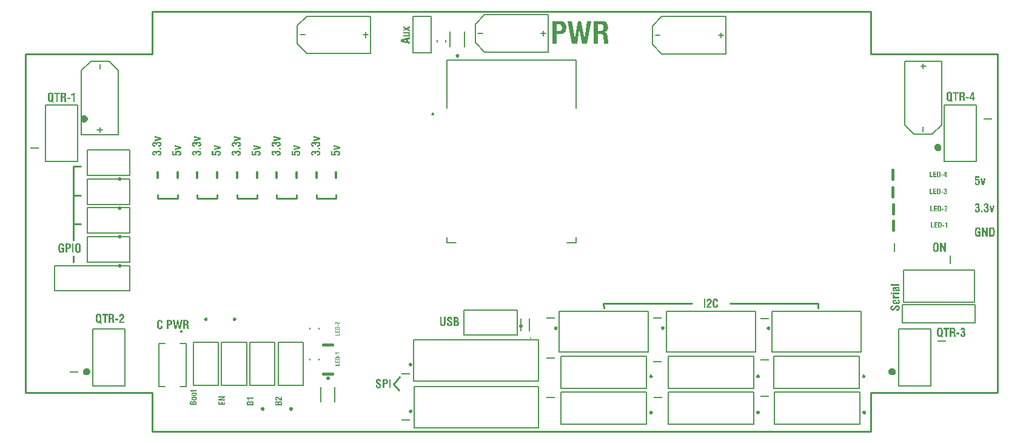
<source format=gbr>
%FSTAX23Y23*%
%MOIN*%
%SFA1B1*%

%IPPOS*%
%ADD10C,0.009843*%
%ADD11C,0.019685*%
%ADD12C,0.007874*%
%ADD13C,0.003937*%
%ADD14C,0.010000*%
%ADD15C,0.005000*%
%ADD16C,0.015748*%
%ADD17C,0.011811*%
%ADD18R,0.007874X0.047244*%
%ADD19R,0.047244X0.007874*%
%LNbrushed_pcb_legend_top-1*%
%LPD*%
G36*
X02372Y00168D02*
X02362D01*
Y00173*
X02372*
Y00168*
G37*
G36*
X02385Y0019D02*
X02385D01*
X02385Y0019*
X02386Y0019*
X02387Y00189*
X02388Y00189*
X02389Y00188*
X02389Y00188*
X0239Y00188*
X0239*
X0239Y00188*
X0239Y00187*
X02391Y00187*
X02391Y00186*
X02391Y00185*
X02392Y00184*
X02392Y00183*
X02392Y00182*
Y00182*
Y00182*
Y00182*
Y00182*
Y00181*
X02392Y00181*
X02392Y0018*
X02392Y0018*
X02392Y00179*
X02391Y00178*
X02391Y00178*
X02391Y00177*
X02391Y00177*
X02391Y00177*
X0239Y00177*
X0239Y00176*
X0239Y00176*
X02389Y00176*
X02388Y00175*
X02388*
X02389Y00175*
X02389Y00175*
X02389Y00175*
X0239Y00175*
X0239Y00175*
X02391Y00174*
X02391Y00174*
X02392Y00173*
X02392Y00173*
X02392Y00173*
X02392Y00172*
X02392Y00172*
X02392Y00171*
X02393Y0017*
X02393Y00169*
X02393Y00168*
Y00168*
Y00168*
Y00168*
X02393Y00167*
Y00167*
X02393Y00166*
X02393Y00166*
X02392Y00165*
X02392Y00164*
X02392Y00163*
X02391Y00162*
X02391Y00161*
X0239Y00161*
X0239Y00161*
X0239Y00161*
X0239Y0016*
X0239Y0016*
X0239Y0016*
X0239Y0016*
X02389Y0016*
X02389Y00159*
X02388Y00159*
X02388Y00159*
X02387Y00159*
X02387Y00159*
X02386Y00158*
X02385Y00158*
X02385Y00158*
X02384Y00158*
X02383*
X02383Y00158*
X02383Y00158*
X02382Y00158*
X02381Y00158*
X0238Y00159*
X02379Y00159*
X02379Y00159*
X02378Y0016*
X02378Y0016*
X02377Y00161*
Y00161*
X02377Y00161*
X02377Y00161*
X02377Y00161*
X02377Y00161*
X02377Y00162*
X02377Y00162*
X02376Y00162*
X02376Y00163*
X02376Y00163*
X02376Y00164*
X02376Y00165*
X02376Y00165*
X02376Y00166*
X02375Y00167*
X02375Y00168*
Y00168*
Y00168*
Y00168*
Y00168*
Y00169*
Y00169*
Y00169*
Y00169*
X02381*
Y00169*
Y00169*
Y00169*
Y00168*
Y00168*
Y00168*
X02381Y00168*
X02381Y00167*
X02381Y00166*
X02381Y00165*
X02381Y00165*
X02381Y00164*
X02382Y00164*
X02382Y00164*
X02382Y00164*
X02382Y00163*
X02382Y00163*
X02382Y00163*
X02383Y00163*
X02383Y00163*
X02384Y00163*
X02384*
X02384Y00163*
X02385Y00163*
X02385Y00163*
X02386Y00163*
X02386Y00163*
X02386Y00164*
X02386Y00164*
X02386Y00164*
X02387Y00164*
X02387Y00165*
X02387Y00165*
X02387Y00166*
X02387Y00167*
X02387Y00168*
Y00168*
Y00168*
Y00168*
Y00169*
X02387Y00169*
X02387Y0017*
X02387Y0017*
X02387Y00171*
X02386Y00172*
X02386Y00172*
X02386Y00172*
X02386Y00172*
X02386Y00172*
X02386Y00173*
X02385Y00173*
X02385Y00173*
X02384Y00173*
X02384Y00173*
X02383Y00173*
X02382*
X02382Y00173*
X02381*
Y00177*
X02382*
X02383Y00177*
X02383Y00177*
X02384Y00177*
X02384Y00178*
X02385Y00178*
X02385Y00178*
X02385Y00178*
X02386Y00178*
X02386Y00179*
X02386Y00179*
X02386Y00179*
X02386Y0018*
X02386Y00181*
X02386Y00181*
Y00182*
Y00182*
Y00182*
X02386Y00182*
X02386Y00183*
X02386Y00184*
X02386Y00184*
X02386Y00185*
X02386Y00185*
X02386Y00185*
X02386Y00185*
X02385Y00185*
X02385Y00185*
X02385Y00185*
X02384Y00186*
X02384Y00186*
X02384*
X02383Y00186*
X02383Y00185*
X02383Y00185*
X02382Y00185*
X02382Y00185*
X02382Y00185*
X02382Y00185*
X02382Y00184*
X02382Y00184*
X02381Y00184*
X02381Y00183*
X02381Y00183*
X02381Y00182*
X02381Y00181*
Y00181*
X02376*
Y00181*
Y00181*
Y00181*
Y00181*
Y00181*
Y00181*
Y00182*
Y00182*
Y00182*
Y00182*
X02376Y00182*
Y00183*
X02376Y00183*
X02376Y00184*
X02376Y00185*
X02377Y00186*
X02377Y00187*
X02377Y00187*
X02378Y00188*
X02378Y00188*
X02378Y00188*
X02378Y00188*
X02378Y00188*
X02378Y00188*
X02379Y00188*
X02379Y00189*
X02379Y00189*
X0238Y00189*
X0238Y00189*
X02381Y00189*
X02381Y00189*
X02382Y0019*
X02383Y0019*
X02383Y0019*
X02384*
X02385Y0019*
G37*
G36*
X02349Y0019D02*
X0235D01*
X0235Y00189*
X02351Y00189*
X02352Y00189*
X02353Y00189*
X02353*
X02353Y00189*
X02353Y00189*
X02354Y00189*
X02354Y00188*
X02354Y00188*
X02355Y00188*
X02355Y00187*
X02355Y00187*
X02356Y00187*
X02356Y00187*
X02356Y00186*
X02357Y00186*
X02357Y00185*
X02357Y00184*
X02358Y00184*
Y00183*
X02358Y00183*
Y00183*
X02358Y00183*
X02358Y00183*
X02358Y00183*
X02358Y00182*
X02358Y00182*
X02358Y00181*
X02358Y00181*
X02358Y0018*
X02358Y00179*
X02358Y00179*
Y00178*
X02358Y00177*
Y00176*
Y00176*
Y00176*
Y00175*
Y00175*
Y00174*
Y00174*
X02358Y00173*
Y00172*
X02358Y00171*
X02358Y00169*
X02358Y00169*
X02358Y00168*
X02358Y00167*
X02358Y00167*
Y00167*
Y00167*
X02358Y00166*
X02358Y00166*
X02358Y00166*
X02357Y00165*
X02357Y00164*
X02357Y00164*
X02357Y00163*
X02356Y00162*
X02356Y00162*
X02356Y00162*
X02356Y00161*
X02356Y00161*
X02355Y00161*
X02355Y0016*
X02354Y0016*
X02353Y00159*
X02353Y00159*
X02353*
X02353Y00159*
X02353Y00159*
X02352Y00159*
X02352Y00159*
X02352Y00159*
X02351Y00159*
X02351Y00159*
X0235Y00159*
X0235Y00159*
X02349Y00159*
X02348*
X02348Y00159*
X02339*
Y0019*
X02349*
X02349Y0019*
G37*
G36*
X02334Y00184D02*
X02324D01*
Y00177*
X02334*
Y00172*
X02324*
Y00164*
X02335*
Y00159*
X02319*
Y0019*
X02334*
Y00184*
G37*
G36*
X02304Y00164D02*
X02315D01*
Y00159*
X02299*
Y0019*
X02304*
Y00164*
G37*
G36*
X01122Y-00414D02*
X01123Y-00415D01*
X01123Y-00415*
X01125Y-00415*
X01127Y-00415*
X01128Y-00416*
X01129Y-00416*
X0113Y-00417*
X01131Y-00418*
X01132Y-00418*
X01132Y-00418*
X01132Y-00418*
X01132Y-00419*
X01132Y-00419*
X01132Y-00419*
X01133Y-0042*
X01133Y-00421*
X01133Y-00421*
X01134Y-00422*
X01134Y-00423*
X01134Y-00424*
X01135Y-00425*
X01135Y-00426*
X01135Y-00428*
X01135Y-00429*
X01135Y-00431*
X01126*
Y-0043*
Y-0043*
Y-00429*
Y-00429*
X01126Y-00428*
X01126Y-00427*
X01126Y-00426*
X01126Y-00425*
X01125Y-00424*
X01125Y-00424*
X01125Y-00424*
X01125Y-00423*
X01124Y-00423*
X01124Y-00423*
X01123Y-00422*
X01123Y-00422*
X01122Y-00422*
X01121Y-00422*
X01121*
X0112Y-00422*
X0112Y-00422*
X01119Y-00422*
X01118Y-00422*
X01118Y-00423*
X01117Y-00423*
X01117Y-00424*
X01116Y-00425*
Y-00425*
X01116Y-00425*
X01116Y-00425*
X01116Y-00426*
X01116Y-00427*
X01116Y-00427*
X01116Y-00428*
X01116Y-00429*
X01116Y-0043*
X01116Y-00432*
X01115Y-00433*
Y-00435*
X01115Y-00437*
Y-00439*
Y-0044*
Y-0044*
Y-00441*
Y-00442*
Y-00443*
X01115Y-00444*
Y-00445*
X01116Y-00446*
X01116Y-00449*
X01116Y-00451*
X01116Y-00452*
X01116Y-00453*
X01116Y-00454*
X01116Y-00455*
X01117Y-00456*
X01117Y-00456*
X01117Y-00456*
X01117Y-00457*
X01118Y-00457*
X01118Y-00458*
X01119Y-00458*
X0112Y-00458*
X01121Y-00459*
X01121*
X01122Y-00458*
X01123Y-00458*
X01123Y-00458*
X01124Y-00458*
X01125Y-00457*
X01125Y-00456*
X01125Y-00456*
X01125Y-00456*
X01126Y-00455*
X01126Y-00454*
X01126Y-00453*
X01126Y-00453*
X01126Y-00452*
X01126Y-00451*
Y-0045*
X01126Y-00449*
Y-00448*
Y-00447*
X01135*
Y-00447*
Y-00448*
Y-00448*
Y-00448*
Y-00448*
Y-00449*
Y-00449*
Y-00449*
Y-00449*
Y-0045*
Y-0045*
X01135Y-00451*
Y-00451*
X01135Y-00452*
X01135Y-00453*
X01135Y-00454*
X01135Y-00456*
X01134Y-00458*
X01133Y-0046*
X01132Y-00461*
X01132Y-00462*
X01132Y-00462*
X01132Y-00462*
X01131Y-00462*
X01131Y-00463*
X01131Y-00463*
X0113Y-00463*
X0113Y-00464*
X01129Y-00464*
X01128Y-00464*
X01128Y-00465*
X01127Y-00465*
X01126Y-00465*
X01125Y-00466*
X01123Y-00466*
X01122Y-00466*
X01121Y-00466*
X0112*
X0112Y-00466*
X01119Y-00466*
X01118Y-00466*
X01117Y-00466*
X01116Y-00465*
X01115Y-00465*
X01115Y-00465*
X01114Y-00465*
X01114Y-00465*
X01113Y-00464*
X01113Y-00464*
X01112Y-00464*
X01111Y-00463*
X0111Y-00462*
X0111Y-00462*
X0111Y-00462*
X0111Y-00461*
X01109Y-00461*
X01108Y-0046*
X01108Y-00458*
X01107Y-00457*
X01107Y-00455*
Y-00455*
X01107Y-00455*
Y-00455*
X01107Y-00454*
X01107Y-00454*
X01107Y-00453*
X01107Y-00453*
X01106Y-00452*
X01106Y-00451*
X01106Y-0045*
X01106Y-00448*
X01106Y-00447*
X01106Y-00445*
Y-00444*
X01106Y-00442*
Y-0044*
Y-0044*
Y-00439*
Y-00439*
Y-00438*
Y-00438*
Y-00437*
X01106Y-00436*
Y-00435*
X01106Y-00433*
X01106Y-00431*
X01106Y-00429*
X01106Y-00428*
Y-00427*
Y-00427*
X01107Y-00427*
X01107Y-00427*
X01107Y-00426*
X01107Y-00425*
X01107Y-00424*
X01108Y-00423*
X01108Y-00422*
X01108Y-00421*
Y-00421*
X01108Y-00421*
X01109Y-0042*
X01109Y-0042*
X0111Y-00419*
X0111Y-00418*
X01111Y-00417*
X01112Y-00417*
X01113Y-00416*
X01113Y-00416*
X01114Y-00416*
X01114Y-00415*
X01115Y-00415*
X01116Y-00415*
X01118Y-00415*
X01119Y-00414*
X01121Y-00414*
X01121*
X01122Y-00414*
G37*
G36*
X01088Y-00415D02*
X01088D01*
X01089Y-00415*
X0109Y-00416*
X01092Y-00416*
X01094Y-00417*
X01095Y-00417*
X01096Y-00418*
X01097Y-00419*
X01097*
X01097Y-00419*
X01097Y-00419*
X01098Y-0042*
X01098Y-00421*
X01099Y-00422*
X011Y-00424*
X011Y-00426*
X011Y-00427*
Y-00428*
Y-00428*
Y-00428*
Y-00429*
X011Y-0043*
X011Y-0043*
X011Y-00431*
X01099Y-00433*
Y-00433*
X01099Y-00434*
X01099Y-00434*
X01099Y-00435*
X01099Y-00435*
X01098Y-00436*
X01097Y-00438*
X01097Y-00438*
X01097Y-00438*
X01097Y-00438*
X01097Y-00439*
X01096Y-0044*
X01095Y-00441*
X01094Y-00442*
X01093Y-00443*
X01093Y-00443*
X01093Y-00443*
X01092Y-00444*
X01092Y-00444*
X01091Y-00445*
X0109Y-00446*
X0109Y-00446*
X0109Y-00446*
X0109Y-00446*
X01089Y-00447*
X01089Y-00447*
X01088Y-00448*
X01088Y-00449*
X01086Y-0045*
X01085Y-00452*
X01084Y-00454*
X01083Y-00455*
X01083Y-00456*
X01082Y-00456*
X01082Y-00457*
X01099*
Y-00465*
X01073*
Y-00465*
Y-00465*
Y-00464*
Y-00464*
Y-00464*
Y-00464*
Y-00464*
Y-00463*
Y-00463*
Y-00463*
Y-00463*
X01073Y-00462*
Y-00462*
X01073Y-00461*
X01073Y-00461*
X01073Y-0046*
X01073Y-00458*
X01074Y-00456*
X01074Y-00454*
X01075Y-00452*
Y-00452*
X01075Y-00452*
X01075Y-00452*
X01075Y-00452*
X01076Y-00451*
X01076Y-00451*
X01077Y-00449*
X01078Y-00448*
X01079Y-00446*
X0108Y-00444*
X01082Y-00442*
X01082Y-00442*
X01082Y-00442*
X01082Y-00442*
X01083Y-00442*
X01083Y-00441*
X01083Y-00441*
X01085Y-0044*
X01085Y-0044*
X01085Y-00439*
X01086Y-00439*
X01086Y-00438*
X01088Y-00437*
X01088Y-00436*
X01089Y-00435*
X01089Y-00435*
X01089Y-00435*
X01089Y-00435*
X01089Y-00434*
X0109Y-00434*
X0109Y-00433*
X0109Y-00432*
Y-00432*
X0109Y-00432*
X0109Y-00431*
X01091Y-00431*
X01091Y-0043*
X01091Y-0043*
X01091Y-00428*
Y-00428*
Y-00428*
X01091Y-00427*
X01091Y-00426*
X0109Y-00426*
X0109Y-00425*
X0109Y-00424*
X0109Y-00424*
X0109Y-00424*
X01089Y-00423*
X01089Y-00423*
X01089Y-00423*
X01088Y-00423*
X01088Y-00422*
X01087Y-00422*
X01086Y-00422*
X01086*
X01085Y-00422*
X01085Y-00422*
X01084Y-00423*
X01084Y-00423*
X01083Y-00423*
X01083Y-00424*
X01082Y-00424*
X01082Y-00424*
X01082Y-00425*
X01082Y-00425*
X01082Y-00426*
X01082Y-00427*
X01082Y-00428*
X01081Y-0043*
Y-0043*
Y-0043*
Y-00431*
Y-00431*
Y-00431*
Y-00431*
Y-00432*
X01073*
Y-00432*
Y-00432*
Y-00431*
X01073Y-00431*
Y-00431*
Y-00431*
Y-0043*
Y-0043*
Y-0043*
Y-0043*
Y-00429*
X01073Y-00429*
Y-00428*
X01073Y-00428*
X01073Y-00426*
X01074Y-00424*
X01074Y-00422*
X01075Y-0042*
X01076Y-0042*
X01076Y-00419*
X01076Y-00419*
X01076Y-00419*
X01076Y-00419*
X01077Y-00418*
X01077Y-00418*
X01077Y-00418*
X01078Y-00417*
X01079Y-00417*
X01079Y-00417*
X0108Y-00416*
X01081Y-00416*
X01082Y-00416*
X01083Y-00416*
X01084Y-00415*
X01085Y-00415*
X01087*
X01088Y-00415*
G37*
G36*
X01066Y-00465D02*
X01057D01*
Y-00416*
X01066*
Y-00465*
G37*
G36*
X02378Y-00017D02*
X02368D01*
Y-00012*
X02378*
Y-00017*
G37*
G36*
X02394Y-00026D02*
X02388D01*
Y-00004*
X02382*
Y-00001*
X02382*
X02382Y0*
X02382*
X02383Y0*
X02384Y0*
X02385Y0*
X02386Y0*
X02387Y0*
X02387Y0*
X02387*
X02387Y0*
X02388Y0*
X02388Y00001*
X02389Y00001*
X02389Y00002*
X02389Y00002*
X0239Y00003*
X0239Y00004*
X02394*
Y-00026*
G37*
G36*
X02355Y00004D02*
X02356D01*
X02356Y00004*
X02357Y00004*
X02358Y00004*
X02358Y00003*
X02359*
X02359Y00003*
X02359Y00003*
X02359Y00003*
X0236Y00003*
X0236Y00003*
X02361Y00002*
X02361Y00002*
X02361Y00002*
X02362Y00002*
X02362Y00001*
X02362Y00001*
X02363Y0*
X02363Y0*
X02363Y0*
X02364Y-00001*
Y-00001*
X02364Y-00001*
Y-00001*
X02364Y-00002*
X02364Y-00002*
X02364Y-00002*
X02364Y-00003*
X02364Y-00003*
X02364Y-00003*
X02364Y-00004*
X02364Y-00005*
X02364Y-00005*
X02364Y-00006*
Y-00007*
X02364Y-00008*
Y-00009*
Y-00009*
Y-00009*
Y-00009*
Y-0001*
Y-0001*
Y-00011*
X02364Y-00011*
Y-00012*
X02364Y-00014*
X02364Y-00015*
X02364Y-00016*
X02364Y-00017*
X02364Y-00017*
X02364Y-00018*
Y-00018*
Y-00018*
X02364Y-00018*
X02364Y-00018*
X02364Y-00019*
X02363Y-00019*
X02363Y-0002*
X02363Y-00021*
X02363Y-00022*
X02362Y-00023*
X02362Y-00023*
X02362Y-00023*
X02362Y-00023*
X02361Y-00024*
X02361Y-00024*
X0236Y-00024*
X0236Y-00025*
X02359Y-00025*
X02359Y-00025*
X02359*
X02359Y-00025*
X02359Y-00025*
X02358Y-00025*
X02358Y-00025*
X02358Y-00025*
X02357Y-00026*
X02357Y-00026*
X02356Y-00026*
X02356Y-00026*
X02355Y-00026*
X02354*
X02354Y-00026*
X02345*
Y00004*
X02354*
X02355Y00004*
G37*
G36*
X0234Y0D02*
X0233D01*
Y-00007*
X0234*
Y-00012*
X0233*
Y-00021*
X02341*
Y-00026*
X02324*
Y00004*
X0234*
Y0*
G37*
G36*
X0231Y-00021D02*
X02321D01*
Y-00026*
X02305*
Y00004*
X0231*
Y-00021*
G37*
G36*
X02376Y00073D02*
X02366D01*
Y00078*
X02376*
Y00073*
G37*
G36*
X02389Y00095D02*
X02389D01*
X0239Y00095*
X0239Y00094*
X02391Y00094*
X02393Y00094*
X02393Y00093*
X02394Y00093*
X02394Y00093*
X02394*
X02394Y00093*
X02395Y00092*
X02395Y00092*
X02395Y00091*
X02396Y0009*
X02396Y00089*
X02396Y00088*
X02397Y00087*
Y00087*
Y00087*
Y00087*
Y00086*
X02397Y00086*
X02396Y00085*
X02396Y00085*
X02396Y00084*
Y00083*
X02396Y00083*
X02396Y00083*
X02396Y00083*
X02396Y00082*
X02395Y00082*
X02395Y00081*
X02395Y00081*
X02395Y0008*
X02395Y0008*
X02394Y0008*
X02394Y00079*
X02393Y00079*
X02393Y00078*
X02392Y00077*
X02392Y00077*
X02392Y00077*
X02392Y00077*
X02391Y00077*
X02391Y00076*
X02391Y00076*
X0239Y00075*
X0239Y00075*
X0239Y00075*
X0239Y00075*
X0239Y00075*
X02389Y00074*
X02389Y00074*
X02388Y00073*
X02387Y00072*
X02386Y00071*
X02386Y0007*
X02386Y00069*
X02385Y00069*
X02385Y00069*
X02396*
Y00064*
X02379*
Y00064*
Y00064*
Y00064*
Y00064*
Y00064*
Y00064*
Y00064*
Y00065*
Y00065*
Y00065*
Y00065*
X0238Y00065*
Y00066*
X0238Y00066*
X0238Y00066*
X0238Y00067*
X0238Y00068*
X0238Y00069*
X0238Y0007*
X02381Y00071*
Y00072*
X02381Y00072*
X02381Y00072*
X02381Y00072*
X02381Y00072*
X02382Y00073*
X02382Y00073*
X02383Y00074*
X02383Y00075*
X02384Y00077*
X02385Y00078*
X02385Y00078*
X02385Y00078*
X02386Y00078*
X02386Y00078*
X02386Y00078*
X02386Y00079*
X02387Y00079*
X02387Y00079*
X02387Y0008*
X02388Y0008*
X02388Y0008*
X02389Y00081*
X02389Y00082*
X0239Y00082*
X0239Y00082*
X0239Y00082*
X0239Y00083*
X0239Y00083*
X0239Y00083*
X0239Y00083*
X0239Y00084*
Y00084*
X0239Y00084*
X02391Y00085*
X02391Y00085*
X02391Y00085*
X02391Y00086*
X02391Y00087*
Y00087*
Y00087*
X02391Y00087*
X02391Y00088*
X02391Y00088*
X0239Y00089*
X0239Y00089*
X0239Y00089*
X0239Y0009*
X0239Y0009*
X0239Y0009*
X0239Y0009*
X02389Y0009*
X02389Y0009*
X02388Y0009*
X02388Y0009*
X02388*
X02387Y0009*
X02387Y0009*
X02387Y0009*
X02386Y0009*
X02386Y0009*
X02386Y00089*
X02386Y00089*
X02386Y00089*
X02385Y00089*
X02385Y00088*
X02385Y00088*
X02385Y00087*
X02385Y00086*
X02385Y00086*
Y00085*
Y00085*
Y00085*
Y00085*
Y00085*
Y00085*
Y00084*
X0238*
Y00084*
Y00085*
Y00085*
X0238Y00085*
Y00085*
Y00085*
Y00085*
Y00085*
Y00085*
Y00086*
Y00086*
X0238Y00086*
Y00087*
X0238Y00087*
X0238Y00088*
X0238Y00089*
X0238Y0009*
X02381Y00092*
X02381Y00092*
X02382Y00092*
X02382Y00092*
X02382Y00093*
X02382Y00093*
X02382Y00093*
X02382Y00093*
X02382Y00093*
X02383Y00093*
X02383Y00094*
X02384Y00094*
X02384Y00094*
X02385Y00094*
X02385Y00094*
X02386Y00094*
X02387Y00095*
X02387Y00095*
X02388*
X02389Y00095*
G37*
G36*
X02353Y00094D02*
X02354D01*
X02354Y00094*
X02355Y00094*
X02356Y00094*
X02357Y00094*
X02357*
X02357Y00094*
X02357Y00094*
X02357Y00094*
X02358Y00093*
X02358Y00093*
X02359Y00093*
X02359Y00092*
X02359Y00092*
X0236Y00092*
X0236Y00092*
X0236Y00091*
X02361Y00091*
X02361Y0009*
X02361Y00089*
X02362Y00088*
Y00088*
X02362Y00088*
Y00088*
X02362Y00088*
X02362Y00088*
X02362Y00087*
X02362Y00087*
X02362Y00087*
X02362Y00086*
X02362Y00086*
X02362Y00085*
X02362Y00084*
X02362Y00084*
Y00083*
X02362Y00082*
Y00081*
Y00081*
Y00081*
Y0008*
Y0008*
Y00079*
Y00079*
X02362Y00078*
Y00077*
X02362Y00076*
X02362Y00074*
X02362Y00074*
X02362Y00073*
X02362Y00072*
X02362Y00072*
Y00072*
Y00072*
X02362Y00071*
X02362Y00071*
X02362Y00071*
X02361Y0007*
X02361Y00069*
X02361Y00069*
X02361Y00068*
X0236Y00067*
X0236Y00067*
X0236Y00067*
X0236Y00066*
X02359Y00066*
X02359Y00066*
X02359Y00065*
X02358Y00065*
X02357Y00064*
X02357Y00064*
X02357*
X02357Y00064*
X02357Y00064*
X02356Y00064*
X02356Y00064*
X02356Y00064*
X02355Y00064*
X02355Y00064*
X02354Y00064*
X02354Y00064*
X02353Y00064*
X02352*
X02352Y00064*
X02343*
Y00094*
X02353*
X02353Y00094*
G37*
G36*
X02338Y00089D02*
X02328D01*
Y00082*
X02338*
Y00077*
X02328*
Y00069*
X02339*
Y00064*
X02323*
Y00094*
X02338*
Y00089*
G37*
G36*
X02308Y00069D02*
X02319D01*
Y00064*
X02303*
Y00094*
X02308*
Y00069*
G37*
G36*
X02372Y00262D02*
X02362D01*
Y00267*
X02372*
Y00262*
G37*
G36*
X0239Y00263D02*
X02393D01*
Y00259*
X0239*
Y00253*
X02385*
Y00259*
X02375*
Y00264*
X02384Y00283*
X0239*
Y00263*
G37*
G36*
X02349Y00283D02*
X0235D01*
X0235Y00283*
X02351Y00283*
X02352Y00283*
X02353Y00283*
X02353*
X02353Y00283*
X02353Y00283*
X02354Y00283*
X02354Y00282*
X02354Y00282*
X02355Y00282*
X02355Y00281*
X02355Y00281*
X02356Y00281*
X02356Y00281*
X02356Y0028*
X02357Y0028*
X02357Y00279*
X02357Y00278*
X02358Y00277*
Y00277*
X02358Y00277*
Y00277*
X02358Y00277*
X02358Y00277*
X02358Y00276*
X02358Y00276*
X02358Y00276*
X02358Y00275*
X02358Y00275*
X02358Y00274*
X02358Y00273*
X02358Y00273*
Y00272*
X02358Y00271*
Y0027*
Y0027*
Y0027*
Y00269*
Y00269*
Y00268*
Y00268*
X02358Y00267*
Y00266*
X02358Y00265*
X02358Y00263*
X02358Y00262*
X02358Y00262*
X02358Y00261*
X02358Y00261*
Y00261*
Y00261*
X02358Y0026*
X02358Y0026*
X02358Y0026*
X02357Y00259*
X02357Y00258*
X02357Y00258*
X02357Y00257*
X02356Y00256*
X02356Y00256*
X02356Y00256*
X02356Y00255*
X02356Y00255*
X02355Y00255*
X02355Y00254*
X02354Y00254*
X02353Y00253*
X02353Y00253*
X02353*
X02353Y00253*
X02353Y00253*
X02352Y00253*
X02352Y00253*
X02352Y00253*
X02351Y00253*
X02351Y00253*
X0235Y00253*
X0235Y00253*
X02349Y00253*
X02348*
X02348Y00253*
X02339*
Y00283*
X02349*
X02349Y00283*
G37*
G36*
X02334Y00278D02*
X02324D01*
Y00271*
X02334*
Y00266*
X02324*
Y00258*
X02335*
Y00253*
X02319*
Y00283*
X02334*
Y00278*
G37*
G36*
X02304Y00258D02*
X02315D01*
Y00253*
X02299*
Y00283*
X02304*
Y00258*
G37*
G36*
X-00943Y0042D02*
Y0041D01*
X-0098Y00401*
Y0041*
X-00952Y00415*
X-0098Y0042*
Y00429*
X-00943Y0042*
G37*
G36*
X-00959Y00398D02*
X-00958D01*
X-00957Y00398*
X-00956Y00397*
X-00955Y00397*
X-00953Y00397*
X-00951Y00396*
X-0095Y00396*
X-00949Y00395*
X-00948Y00395*
X-00947Y00394*
X-00947*
X-00947Y00394*
X-00946Y00394*
X-00946Y00394*
X-00946Y00393*
X-00945Y00393*
X-00945Y00392*
X-00945Y00392*
X-00944Y00391*
X-00944Y0039*
X-00943Y00389*
X-00943Y00388*
X-00943Y00387*
X-00942Y00386*
X-00942Y00385*
X-00942Y00384*
Y00383*
X-00942Y00383*
X-00942Y00382*
X-00943Y00381*
X-00943Y0038*
X-00943Y00378*
X-00944Y00377*
X-00944Y00376*
X-00945Y00375*
X-00945Y00374*
X-00946Y00374*
X-00946*
X-00946Y00373*
X-00946Y00373*
X-00947Y00373*
X-00947Y00373*
X-00948Y00373*
X-00948Y00372*
X-00949Y00372*
X-0095Y00372*
X-00951Y00371*
X-00952Y00371*
X-00953Y00371*
X-00954Y00371*
X-00955Y00371*
X-00956Y0037*
X-00958Y0037*
X-00959*
Y00379*
X-00958*
X-00958*
X-00958*
X-00957*
X-00957*
X-00956Y00379*
X-00955Y00379*
X-00954Y00379*
X-00953Y00379*
X-00952Y0038*
X-00951Y0038*
X-00951Y0038*
X-00951Y0038*
X-00951Y00381*
X-0095Y00381*
X-0095Y00382*
X-00949Y00382*
X-00949Y00383*
X-00949Y00384*
Y00384*
X-00949Y00384*
X-00949Y00385*
X-00949Y00385*
X-0095Y00386*
X-0095Y00387*
X-00951Y00387*
X-00952Y00388*
X-00952Y00388*
X-00952Y00388*
X-00953Y00388*
X-00954Y00388*
X-00955Y00388*
X-00956Y00389*
X-00958Y00389*
X-0096Y00389*
X-0096*
X-0096*
X-00961*
X-00961*
X-00961*
X-00962Y00389*
X-00963Y00389*
X-00964Y00388*
X-00966Y00388*
X-00967Y00388*
X-00968Y00387*
X-00968Y00387*
X-00968Y00387*
X-00969Y00387*
X-00969Y00386*
X-00969Y00386*
X-0097Y00385*
X-0097Y00384*
X-0097Y00383*
Y00383*
X-0097Y00383*
X-0097Y00382*
X-0097Y00382*
X-0097Y00381*
X-00969Y00381*
X-00969Y0038*
X-00969Y0038*
X-00969Y0038*
X-00969Y0038*
X-00968Y0038*
X-00968Y00379*
X-00967Y00379*
X-00967Y00379*
X-00966Y00379*
Y00371*
X-00992Y00372*
Y00395*
X-00984*
Y00379*
X-00974Y00378*
X-00974Y00379*
X-00975Y00379*
X-00975Y00379*
X-00975Y00379*
X-00976Y0038*
X-00976Y00381*
Y00381*
X-00976Y00382*
X-00977Y00382*
X-00977Y00382*
X-00977Y00383*
X-00977Y00384*
X-00977Y00384*
Y00386*
X-00977Y00386*
X-00977Y00387*
X-00977Y00387*
X-00977Y00389*
X-00976Y0039*
X-00975Y00392*
X-00975Y00393*
X-00974Y00393*
X-00974Y00394*
X-00973Y00395*
X-00973*
X-00973Y00395*
X-00972Y00395*
X-00972Y00395*
X-00972Y00395*
X-00971Y00396*
X-00971Y00396*
X-0097Y00396*
X-00969Y00396*
X-00968Y00397*
X-00967Y00397*
X-00966Y00397*
X-00965Y00397*
X-00964Y00398*
X-00962Y00398*
X-00961*
X-00961*
X-0096*
X-0096*
X-00959Y00398*
G37*
G36*
X-01052Y0047D02*
Y00459D01*
X-01089Y0045*
Y0046*
X-01061Y00464*
X-01089Y00469*
Y00478*
X-01052Y0047*
G37*
G36*
X-01066Y00447D02*
X-01065D01*
X-01064Y00447*
X-01063Y00447*
X-01062Y00447*
X-0106Y00446*
X-01059Y00446*
X-01057Y00445*
X-01056Y00444*
X-01055Y00444*
X-01055Y00443*
X-01055Y00443*
X-01055Y00443*
X-01054Y00443*
X-01054Y00443*
X-01054Y00442*
X-01053Y00442*
X-01053Y00441*
X-01053Y0044*
X-01052Y00439*
X-01052Y00438*
X-01052Y00438*
X-01052Y00436*
X-01051Y00435*
X-01051Y00434*
X-01051Y00433*
Y00432*
X-01051Y00432*
X-01051Y00431*
X-01051Y00431*
X-01052Y00429*
X-01052Y00427*
X-01053Y00426*
X-01053Y00425*
X-01054Y00424*
X-01054Y00423*
X-01055Y00423*
X-01055*
X-01055Y00423*
X-01055Y00422*
X-01056Y00422*
X-01056Y00422*
X-01057Y00422*
X-01057Y00421*
X-01058Y00421*
X-01059Y00421*
X-01059Y00421*
X-0106Y0042*
X-01061Y0042*
X-01063Y0042*
X-01064Y0042*
X-01065Y0042*
X-01067Y0042*
X-01067*
X-01067*
X-01067*
X-01068*
X-01068*
X-01068*
X-01068*
X-01069*
Y00428*
X-01068*
X-01068*
X-01068*
X-01067*
X-01067*
X-01067*
X-01066Y00428*
X-01065Y00428*
X-01064Y00428*
X-01062Y00429*
X-01061Y00429*
X-01061Y00429*
X-0106Y00429*
X-0106Y00429*
X-0106Y0043*
X-0106Y0043*
X-01059Y0043*
X-01059Y00431*
X-01058Y00431*
X-01058Y00432*
X-01058Y00433*
Y00434*
X-01058Y00434*
X-01058Y00435*
X-01059Y00435*
X-01059Y00436*
X-01059Y00436*
X-0106Y00437*
X-0106Y00437*
X-0106Y00437*
X-01061Y00437*
X-01062Y00438*
X-01063Y00438*
X-01064Y00438*
X-01065Y00438*
X-01067Y00438*
X-01067*
X-01067*
X-01067*
X-01068*
X-01069Y00438*
X-0107Y00438*
X-01071Y00438*
X-01072Y00437*
X-01073Y00437*
X-01073Y00437*
X-01074Y00437*
X-01074Y00437*
X-01074Y00436*
X-01074Y00436*
X-01074Y00436*
X-01075Y00435*
X-01075Y00434*
X-01075Y00433*
X-01075Y00431*
Y0043*
X-01075Y0043*
Y00429*
X-01082*
Y0043*
X-01082Y00431*
X-01082Y00432*
X-01082Y00433*
X-01082Y00434*
X-01083Y00435*
X-01083Y00436*
X-01083Y00436*
X-01083Y00436*
X-01084Y00436*
X-01084Y00436*
X-01085Y00437*
X-01086Y00437*
X-01087Y00437*
X-01088Y00437*
X-01089*
X-01089*
X-01089*
X-0109Y00437*
X-0109Y00437*
X-01092Y00437*
X-01093Y00436*
X-01094Y00436*
X-01094Y00436*
X-01094Y00436*
X-01094Y00436*
X-01094Y00435*
X-01095Y00435*
X-01095Y00434*
X-01095Y00434*
X-01095Y00433*
Y00433*
X-01095Y00432*
X-01095Y00432*
X-01095Y00431*
X-01094Y00431*
X-01094Y0043*
X-01093Y0043*
X-01093Y0043*
X-01093Y00429*
X-01093Y00429*
X-01092Y00429*
X-01091Y00429*
X-01091Y00429*
X-01089Y00429*
X-01088Y00429*
X-01087*
Y0042*
X-01087*
X-01087*
X-01088*
X-01088*
X-01088*
X-01088*
X-01089*
X-01089*
X-01089*
X-01089*
X-0109Y0042*
X-0109*
X-01091Y0042*
X-01092Y0042*
X-01094Y00421*
X-01096Y00421*
X-01097Y00422*
X-01098Y00423*
X-01098Y00423*
X-01099Y00423*
X-01099Y00423*
X-01099Y00424*
X-01099Y00424*
X-01099Y00424*
X-01099Y00425*
X-011Y00425*
X-011Y00426*
X-011Y00426*
X-01101Y00427*
X-01101Y00428*
X-01101Y00429*
X-01101Y0043*
X-01102Y00431*
X-01102Y00432*
Y00434*
X-01102Y00434*
Y00435*
X-01102Y00435*
X-01101Y00437*
X-01101Y00438*
X-011Y0044*
X-01099Y00441*
X-01099Y00442*
X-01098Y00443*
Y00443*
X-01098Y00443*
X-01098Y00443*
X-01097Y00444*
X-01096Y00444*
X-01095Y00445*
X-01093Y00445*
X-01091Y00446*
X-0109Y00446*
X-01089*
X-01089*
X-01089*
X-01089*
X-01088*
X-01087Y00446*
X-01087Y00446*
X-01085Y00446*
X-01084Y00445*
X-01083Y00445*
X-01082Y00445*
X-01082Y00444*
X-01082Y00444*
X-01081Y00444*
X-01081Y00443*
X-0108Y00443*
X-0108Y00442*
X-01079Y00441*
X-01079Y0044*
Y0044*
X-01079Y0044*
X-01078Y00441*
X-01078Y00441*
X-01078Y00442*
X-01077Y00443*
X-01077Y00444*
X-01076Y00445*
X-01075Y00445*
X-01075Y00446*
X-01074Y00446*
X-01074Y00446*
X-01073Y00446*
X-01072Y00447*
X-0107Y00447*
X-01069Y00447*
X-01067Y00447*
X-01067*
X-01067*
X-01066*
X-01066Y00447*
G37*
G36*
X-01052Y00405D02*
X-01061D01*
Y00413*
X-01052*
Y00405*
G37*
G36*
X-01066Y00398D02*
X-01065D01*
X-01064Y00398*
X-01063Y00398*
X-01062Y00398*
X-0106Y00397*
X-01059Y00396*
X-01057Y00396*
X-01056Y00395*
X-01055Y00394*
X-01055Y00394*
X-01055Y00394*
X-01055Y00394*
X-01054Y00394*
X-01054Y00393*
X-01054Y00393*
X-01053Y00392*
X-01053Y00392*
X-01053Y00391*
X-01052Y0039*
X-01052Y00389*
X-01052Y00388*
X-01052Y00387*
X-01051Y00386*
X-01051Y00385*
X-01051Y00384*
Y00383*
X-01051Y00383*
X-01051Y00382*
X-01051Y00381*
X-01052Y0038*
X-01052Y00378*
X-01053Y00377*
X-01053Y00376*
X-01054Y00375*
X-01054Y00374*
X-01055Y00374*
X-01055*
X-01055Y00373*
X-01055Y00373*
X-01056Y00373*
X-01056Y00373*
X-01057Y00373*
X-01057Y00372*
X-01058Y00372*
X-01059Y00372*
X-01059Y00371*
X-0106Y00371*
X-01061Y00371*
X-01063Y00371*
X-01064Y00371*
X-01065Y0037*
X-01067Y0037*
X-01067*
X-01067*
X-01067*
X-01068*
X-01068*
X-01068*
X-01068*
X-01069*
Y00379*
X-01068*
X-01068*
X-01068*
X-01067*
X-01067*
X-01067*
X-01066Y00379*
X-01065Y00379*
X-01064Y00379*
X-01062Y0038*
X-01061Y0038*
X-01061Y0038*
X-0106Y0038*
X-0106Y0038*
X-0106Y0038*
X-0106Y00381*
X-01059Y00381*
X-01059Y00382*
X-01058Y00382*
X-01058Y00383*
X-01058Y00384*
Y00384*
X-01058Y00385*
X-01058Y00386*
X-01059Y00386*
X-01059Y00387*
X-01059Y00387*
X-0106Y00388*
X-0106Y00388*
X-0106Y00388*
X-01061Y00388*
X-01062Y00388*
X-01063Y00389*
X-01064Y00389*
X-01065Y00389*
X-01067Y00389*
X-01067*
X-01067*
X-01067*
X-01068*
X-01069Y00389*
X-0107Y00389*
X-01071Y00389*
X-01072Y00388*
X-01073Y00388*
X-01073Y00388*
X-01074Y00388*
X-01074Y00388*
X-01074Y00387*
X-01074Y00387*
X-01074Y00386*
X-01075Y00386*
X-01075Y00385*
X-01075Y00384*
X-01075Y00382*
Y00381*
X-01075Y00381*
Y0038*
X-01082*
Y00381*
X-01082Y00382*
X-01082Y00383*
X-01082Y00384*
X-01082Y00385*
X-01083Y00386*
X-01083Y00386*
X-01083Y00386*
X-01083Y00387*
X-01084Y00387*
X-01084Y00387*
X-01085Y00388*
X-01086Y00388*
X-01087Y00388*
X-01088Y00388*
X-01089*
X-01089*
X-01089*
X-0109Y00388*
X-0109Y00388*
X-01092Y00388*
X-01093Y00387*
X-01094Y00387*
X-01094Y00387*
X-01094Y00387*
X-01094Y00387*
X-01094Y00386*
X-01095Y00386*
X-01095Y00385*
X-01095Y00385*
X-01095Y00384*
Y00383*
X-01095Y00383*
X-01095Y00382*
X-01095Y00382*
X-01094Y00381*
X-01094Y00381*
X-01093Y0038*
X-01093Y0038*
X-01093Y0038*
X-01093Y0038*
X-01092Y0038*
X-01091Y0038*
X-01091Y0038*
X-01089Y0038*
X-01088Y00379*
X-01087*
Y00371*
X-01087*
X-01087*
X-01088*
X-01088*
X-01088*
X-01088*
X-01089*
X-01089*
X-01089*
X-01089*
X-0109Y00371*
X-0109*
X-01091Y00371*
X-01092Y00371*
X-01094Y00372*
X-01096Y00372*
X-01097Y00373*
X-01098Y00374*
X-01098Y00374*
X-01099Y00374*
X-01099Y00374*
X-01099Y00375*
X-01099Y00375*
X-01099Y00375*
X-01099Y00376*
X-011Y00376*
X-011Y00377*
X-011Y00377*
X-01101Y00378*
X-01101Y00379*
X-01101Y0038*
X-01101Y00381*
X-01102Y00382*
X-01102Y00383*
Y00385*
X-01102Y00385*
Y00386*
X-01102Y00386*
X-01101Y00388*
X-01101Y00389*
X-011Y00391*
X-01099Y00392*
X-01099Y00393*
X-01098Y00393*
Y00394*
X-01098Y00394*
X-01098Y00394*
X-01097Y00395*
X-01096Y00395*
X-01095Y00396*
X-01093Y00396*
X-01091Y00397*
X-0109Y00397*
X-01089*
X-01089*
X-01089*
X-01089*
X-01088*
X-01087Y00397*
X-01087Y00397*
X-01085Y00396*
X-01084Y00396*
X-01083Y00396*
X-01082Y00395*
X-01082Y00395*
X-01082Y00395*
X-01081Y00395*
X-01081Y00394*
X-0108Y00394*
X-0108Y00393*
X-01079Y00392*
X-01079Y00391*
Y00391*
X-01079Y00391*
X-01078Y00392*
X-01078Y00392*
X-01078Y00393*
X-01077Y00394*
X-01077Y00395*
X-01076Y00396*
X-01075Y00396*
X-01075Y00396*
X-01074Y00397*
X-01074Y00397*
X-01073Y00397*
X-01072Y00397*
X-0107Y00398*
X-01069Y00398*
X-01067Y00398*
X-01067*
X-01067*
X-01066*
X-01066Y00398*
G37*
G36*
X-01162Y0042D02*
Y0041D01*
X-01199Y00401*
Y0041*
X-0117Y00415*
X-01199Y0042*
Y00429*
X-01162Y0042*
G37*
G36*
X-01177Y00398D02*
X-01177D01*
X-01176Y00398*
X-01175Y00397*
X-01174Y00397*
X-01171Y00397*
X-01169Y00396*
X-01168Y00396*
X-01167Y00395*
X-01166Y00395*
X-01165Y00394*
X-01165*
X-01165Y00394*
X-01165Y00394*
X-01164Y00394*
X-01164Y00393*
X-01164Y00393*
X-01163Y00392*
X-01163Y00392*
X-01162Y00391*
X-01162Y0039*
X-01162Y00389*
X-01161Y00388*
X-01161Y00387*
X-01161Y00386*
X-01161Y00385*
X-01161Y00384*
Y00383*
X-01161Y00383*
X-01161Y00382*
X-01161Y00381*
X-01161Y0038*
X-01161Y00378*
X-01162Y00377*
X-01163Y00376*
X-01163Y00375*
X-01164Y00374*
X-01164Y00374*
X-01164*
X-01164Y00373*
X-01165Y00373*
X-01165Y00373*
X-01165Y00373*
X-01166Y00373*
X-01167Y00372*
X-01167Y00372*
X-01168Y00372*
X-01169Y00371*
X-0117Y00371*
X-01171Y00371*
X-01172Y00371*
X-01173Y00371*
X-01175Y0037*
X-01176Y0037*
X-01177*
Y00379*
X-01176*
X-01176*
X-01176*
X-01176*
X-01175*
X-01175Y00379*
X-01174Y00379*
X-01173Y00379*
X-01171Y00379*
X-0117Y0038*
X-01169Y0038*
X-01169Y0038*
X-01169Y0038*
X-01169Y00381*
X-01168Y00381*
X-01168Y00382*
X-01168Y00382*
X-01167Y00383*
X-01167Y00384*
Y00384*
X-01167Y00384*
X-01167Y00385*
X-01168Y00385*
X-01168Y00386*
X-01168Y00387*
X-01169Y00387*
X-0117Y00388*
X-0117Y00388*
X-0117Y00388*
X-01171Y00388*
X-01172Y00388*
X-01173Y00388*
X-01175Y00389*
X-01176Y00389*
X-01178Y00389*
X-01178*
X-01179*
X-01179*
X-01179*
X-0118*
X-0118Y00389*
X-01181Y00389*
X-01183Y00388*
X-01184Y00388*
X-01185Y00388*
X-01186Y00387*
X-01186Y00387*
X-01186Y00387*
X-01187Y00387*
X-01187Y00386*
X-01188Y00386*
X-01188Y00385*
X-01188Y00384*
X-01189Y00383*
Y00383*
X-01188Y00383*
X-01188Y00382*
X-01188Y00382*
X-01188Y00381*
X-01188Y00381*
X-01187Y0038*
X-01187Y0038*
X-01187Y0038*
X-01187Y0038*
X-01187Y0038*
X-01186Y00379*
X-01186Y00379*
X-01185Y00379*
X-01184Y00379*
Y00371*
X-0121Y00372*
Y00395*
X-01202*
Y00379*
X-01193Y00378*
X-01193Y00379*
X-01193Y00379*
X-01193Y00379*
X-01193Y00379*
X-01194Y0038*
X-01195Y00381*
Y00381*
X-01195Y00382*
X-01195Y00382*
X-01195Y00382*
X-01195Y00383*
X-01195Y00384*
X-01195Y00384*
Y00386*
X-01195Y00386*
X-01195Y00387*
X-01195Y00387*
X-01195Y00389*
X-01194Y0039*
X-01194Y00392*
X-01193Y00393*
X-01193Y00393*
X-01192Y00394*
X-01191Y00395*
X-01191*
X-01191Y00395*
X-01191Y00395*
X-0119Y00395*
X-0119Y00395*
X-0119Y00396*
X-01189Y00396*
X-01188Y00396*
X-01187Y00396*
X-01186Y00397*
X-01185Y00397*
X-01184Y00397*
X-01183Y00397*
X-01182Y00398*
X-0118Y00398*
X-01179*
X-01179*
X-01179*
X-01178*
X-01177Y00398*
G37*
G36*
X-0127Y0047D02*
Y00459D01*
X-01307Y0045*
Y0046*
X-01279Y00464*
X-01307Y00469*
Y00478*
X-0127Y0047*
G37*
G36*
X-01284Y00447D02*
X-01283D01*
X-01282Y00447*
X-01282Y00447*
X-01281Y00447*
X-01279Y00446*
X-01277Y00446*
X-01275Y00445*
X-01274Y00444*
X-01273Y00444*
X-01273Y00443*
X-01273Y00443*
X-01273Y00443*
X-01273Y00443*
X-01272Y00443*
X-01272Y00442*
X-01272Y00442*
X-01271Y00441*
X-01271Y0044*
X-01271Y00439*
X-0127Y00438*
X-0127Y00438*
X-0127Y00436*
X-0127Y00435*
X-01269Y00434*
X-01269Y00433*
Y00432*
X-01269Y00432*
X-0127Y00431*
X-0127Y00431*
X-0127Y00429*
X-0127Y00427*
X-01271Y00426*
X-01271Y00425*
X-01272Y00424*
X-01272Y00423*
X-01273Y00423*
X-01273*
X-01273Y00423*
X-01274Y00422*
X-01274Y00422*
X-01274Y00422*
X-01275Y00422*
X-01275Y00421*
X-01276Y00421*
X-01277Y00421*
X-01278Y00421*
X-01279Y0042*
X-0128Y0042*
X-01281Y0042*
X-01282Y0042*
X-01283Y0042*
X-01285Y0042*
X-01285*
X-01285*
X-01285*
X-01286*
X-01286*
X-01286*
X-01287*
X-01287*
Y00428*
X-01286*
X-01286*
X-01286*
X-01286*
X-01285*
X-01285*
X-01284Y00428*
X-01283Y00428*
X-01282Y00428*
X-01281Y00429*
X-0128Y00429*
X-01279Y00429*
X-01279Y00429*
X-01278Y00429*
X-01278Y0043*
X-01278Y0043*
X-01277Y0043*
X-01277Y00431*
X-01277Y00431*
X-01276Y00432*
X-01276Y00433*
Y00434*
X-01276Y00434*
X-01277Y00435*
X-01277Y00435*
X-01277Y00436*
X-01278Y00436*
X-01278Y00437*
X-01278Y00437*
X-01279Y00437*
X-01279Y00437*
X-0128Y00438*
X-01281Y00438*
X-01282Y00438*
X-01284Y00438*
X-01285Y00438*
X-01285*
X-01285*
X-01286*
X-01286*
X-01287Y00438*
X-01288Y00438*
X-01289Y00438*
X-0129Y00437*
X-01291Y00437*
X-01292Y00437*
X-01292Y00437*
X-01292Y00437*
X-01292Y00436*
X-01292Y00436*
X-01293Y00436*
X-01293Y00435*
X-01293Y00434*
X-01293Y00433*
X-01293Y00431*
Y0043*
X-01293Y0043*
Y00429*
X-013*
Y0043*
X-013Y00431*
X-013Y00432*
X-013Y00433*
X-013Y00434*
X-01301Y00435*
X-01301Y00436*
X-01301Y00436*
X-01302Y00436*
X-01302Y00436*
X-01303Y00436*
X-01303Y00437*
X-01304Y00437*
X-01305Y00437*
X-01307Y00437*
X-01307*
X-01307*
X-01307*
X-01308Y00437*
X-01309Y00437*
X-0131Y00437*
X-01311Y00436*
X-01312Y00436*
X-01312Y00436*
X-01312Y00436*
X-01312Y00436*
X-01313Y00435*
X-01313Y00435*
X-01313Y00434*
X-01313Y00434*
X-01313Y00433*
Y00433*
X-01313Y00432*
X-01313Y00432*
X-01313Y00431*
X-01313Y00431*
X-01312Y0043*
X-01312Y0043*
X-01312Y0043*
X-01311Y00429*
X-01311Y00429*
X-0131Y00429*
X-0131Y00429*
X-01309Y00429*
X-01308Y00429*
X-01307Y00429*
X-01305*
Y0042*
X-01305*
X-01306*
X-01306*
X-01306*
X-01306*
X-01307*
X-01307*
X-01307*
X-01307*
X-01308*
X-01308Y0042*
X-01309*
X-01309Y0042*
X-01311Y0042*
X-01312Y00421*
X-01314Y00421*
X-01315Y00422*
X-01316Y00423*
X-01317Y00423*
X-01317Y00423*
X-01317Y00423*
X-01317Y00424*
X-01317Y00424*
X-01317Y00424*
X-01318Y00425*
X-01318Y00425*
X-01318Y00426*
X-01319Y00426*
X-01319Y00427*
X-01319Y00428*
X-01319Y00429*
X-0132Y0043*
X-0132Y00431*
X-0132Y00432*
Y00434*
X-0132Y00434*
Y00435*
X-0132Y00435*
X-0132Y00437*
X-01319Y00438*
X-01318Y0044*
X-01318Y00441*
X-01317Y00442*
X-01317Y00443*
Y00443*
X-01316Y00443*
X-01316Y00443*
X-01315Y00444*
X-01314Y00444*
X-01313Y00445*
X-01311Y00445*
X-01309Y00446*
X-01308Y00446*
X-01307*
X-01307*
X-01307*
X-01307*
X-01307*
X-01306Y00446*
X-01305Y00446*
X-01304Y00446*
X-01303Y00445*
X-01301Y00445*
X-013Y00445*
X-013Y00444*
X-013Y00444*
X-013Y00444*
X-01299Y00443*
X-01298Y00443*
X-01298Y00442*
X-01297Y00441*
X-01297Y0044*
Y0044*
X-01297Y0044*
X-01297Y00441*
X-01296Y00441*
X-01296Y00442*
X-01296Y00443*
X-01295Y00444*
X-01294Y00445*
X-01293Y00445*
X-01293Y00446*
X-01293Y00446*
X-01292Y00446*
X-01291Y00446*
X-0129Y00447*
X-01289Y00447*
X-01287Y00447*
X-01285Y00447*
X-01285*
X-01285*
X-01284*
X-01284Y00447*
G37*
G36*
X-0127Y00405D02*
X-01279D01*
Y00413*
X-0127*
Y00405*
G37*
G36*
X-01284Y00398D02*
X-01283D01*
X-01282Y00398*
X-01282Y00398*
X-01281Y00398*
X-01279Y00397*
X-01277Y00396*
X-01275Y00396*
X-01274Y00395*
X-01273Y00394*
X-01273Y00394*
X-01273Y00394*
X-01273Y00394*
X-01273Y00394*
X-01272Y00393*
X-01272Y00393*
X-01272Y00392*
X-01271Y00392*
X-01271Y00391*
X-01271Y0039*
X-0127Y00389*
X-0127Y00388*
X-0127Y00387*
X-0127Y00386*
X-01269Y00385*
X-01269Y00384*
Y00383*
X-01269Y00383*
X-0127Y00382*
X-0127Y00381*
X-0127Y0038*
X-0127Y00378*
X-01271Y00377*
X-01271Y00376*
X-01272Y00375*
X-01272Y00374*
X-01273Y00374*
X-01273*
X-01273Y00373*
X-01274Y00373*
X-01274Y00373*
X-01274Y00373*
X-01275Y00373*
X-01275Y00372*
X-01276Y00372*
X-01277Y00372*
X-01278Y00371*
X-01279Y00371*
X-0128Y00371*
X-01281Y00371*
X-01282Y00371*
X-01283Y0037*
X-01285Y0037*
X-01285*
X-01285*
X-01285*
X-01286*
X-01286*
X-01286*
X-01287*
X-01287*
Y00379*
X-01286*
X-01286*
X-01286*
X-01286*
X-01285*
X-01285*
X-01284Y00379*
X-01283Y00379*
X-01282Y00379*
X-01281Y0038*
X-0128Y0038*
X-01279Y0038*
X-01279Y0038*
X-01278Y0038*
X-01278Y0038*
X-01278Y00381*
X-01277Y00381*
X-01277Y00382*
X-01277Y00382*
X-01276Y00383*
X-01276Y00384*
Y00384*
X-01276Y00385*
X-01277Y00386*
X-01277Y00386*
X-01277Y00387*
X-01278Y00387*
X-01278Y00388*
X-01278Y00388*
X-01279Y00388*
X-01279Y00388*
X-0128Y00388*
X-01281Y00389*
X-01282Y00389*
X-01284Y00389*
X-01285Y00389*
X-01285*
X-01285*
X-01286*
X-01286*
X-01287Y00389*
X-01288Y00389*
X-01289Y00389*
X-0129Y00388*
X-01291Y00388*
X-01292Y00388*
X-01292Y00388*
X-01292Y00388*
X-01292Y00387*
X-01292Y00387*
X-01293Y00386*
X-01293Y00386*
X-01293Y00385*
X-01293Y00384*
X-01293Y00382*
Y00381*
X-01293Y00381*
Y0038*
X-013*
Y00381*
X-013Y00382*
X-013Y00383*
X-013Y00384*
X-013Y00385*
X-01301Y00386*
X-01301Y00386*
X-01301Y00386*
X-01302Y00387*
X-01302Y00387*
X-01303Y00387*
X-01303Y00388*
X-01304Y00388*
X-01305Y00388*
X-01307Y00388*
X-01307*
X-01307*
X-01307*
X-01308Y00388*
X-01309Y00388*
X-0131Y00388*
X-01311Y00387*
X-01312Y00387*
X-01312Y00387*
X-01312Y00387*
X-01312Y00387*
X-01313Y00386*
X-01313Y00386*
X-01313Y00385*
X-01313Y00385*
X-01313Y00384*
Y00383*
X-01313Y00383*
X-01313Y00382*
X-01313Y00382*
X-01313Y00381*
X-01312Y00381*
X-01312Y0038*
X-01312Y0038*
X-01311Y0038*
X-01311Y0038*
X-0131Y0038*
X-0131Y0038*
X-01309Y0038*
X-01308Y0038*
X-01307Y00379*
X-01305*
Y00371*
X-01305*
X-01306*
X-01306*
X-01306*
X-01306*
X-01307*
X-01307*
X-01307*
X-01307*
X-01308*
X-01308Y00371*
X-01309*
X-01309Y00371*
X-01311Y00371*
X-01312Y00372*
X-01314Y00372*
X-01315Y00373*
X-01316Y00374*
X-01317Y00374*
X-01317Y00374*
X-01317Y00374*
X-01317Y00375*
X-01317Y00375*
X-01317Y00375*
X-01318Y00376*
X-01318Y00376*
X-01318Y00377*
X-01319Y00377*
X-01319Y00378*
X-01319Y00379*
X-01319Y0038*
X-0132Y00381*
X-0132Y00382*
X-0132Y00383*
Y00385*
X-0132Y00385*
Y00386*
X-0132Y00386*
X-0132Y00388*
X-01319Y00389*
X-01318Y00391*
X-01318Y00392*
X-01317Y00393*
X-01317Y00393*
Y00394*
X-01316Y00394*
X-01316Y00394*
X-01315Y00395*
X-01314Y00395*
X-01313Y00396*
X-01311Y00396*
X-01309Y00397*
X-01308Y00397*
X-01307*
X-01307*
X-01307*
X-01307*
X-01307*
X-01306Y00397*
X-01305Y00397*
X-01304Y00396*
X-01303Y00396*
X-01301Y00396*
X-013Y00395*
X-013Y00395*
X-013Y00395*
X-013Y00395*
X-01299Y00394*
X-01298Y00394*
X-01298Y00393*
X-01297Y00392*
X-01297Y00391*
Y00391*
X-01297Y00391*
X-01297Y00392*
X-01296Y00392*
X-01296Y00393*
X-01296Y00394*
X-01295Y00395*
X-01294Y00396*
X-01293Y00396*
X-01293Y00396*
X-01293Y00397*
X-01292Y00397*
X-01291Y00397*
X-0129Y00397*
X-01289Y00398*
X-01287Y00398*
X-01285Y00398*
X-01285*
X-01285*
X-01284*
X-01284Y00398*
G37*
G36*
X-0138Y0042D02*
Y0041D01*
X-01417Y00401*
Y0041*
X-01389Y00415*
X-01417Y0042*
Y00429*
X-0138Y0042*
G37*
G36*
X-01396Y00398D02*
X-01395D01*
X-01394Y00398*
X-01393Y00397*
X-01392Y00397*
X-0139Y00397*
X-01387Y00396*
X-01386Y00396*
X-01385Y00395*
X-01384Y00395*
X-01383Y00394*
X-01383*
X-01383Y00394*
X-01383Y00394*
X-01383Y00394*
X-01382Y00393*
X-01382Y00393*
X-01381Y00392*
X-01381Y00392*
X-01381Y00391*
X-0138Y0039*
X-0138Y00389*
X-0138Y00388*
X-01379Y00387*
X-01379Y00386*
X-01379Y00385*
X-01379Y00384*
Y00383*
X-01379Y00383*
X-01379Y00382*
X-01379Y00381*
X-01379Y0038*
X-0138Y00378*
X-0138Y00377*
X-01381Y00376*
X-01381Y00375*
X-01382Y00374*
X-01383Y00374*
X-01383*
X-01383Y00373*
X-01383Y00373*
X-01383Y00373*
X-01384Y00373*
X-01384Y00373*
X-01385Y00372*
X-01386Y00372*
X-01386Y00372*
X-01387Y00371*
X-01388Y00371*
X-01389Y00371*
X-0139Y00371*
X-01392Y00371*
X-01393Y0037*
X-01394Y0037*
X-01396*
Y00379*
X-01394*
X-01394*
X-01394*
X-01394*
X-01394*
X-01393Y00379*
X-01392Y00379*
X-01391Y00379*
X-0139Y00379*
X-01389Y0038*
X-01388Y0038*
X-01388Y0038*
X-01387Y0038*
X-01387Y00381*
X-01387Y00381*
X-01386Y00382*
X-01386Y00382*
X-01386Y00383*
X-01386Y00384*
Y00384*
X-01386Y00384*
X-01386Y00385*
X-01386Y00385*
X-01386Y00386*
X-01387Y00387*
X-01387Y00387*
X-01388Y00388*
X-01388Y00388*
X-01389Y00388*
X-01389Y00388*
X-0139Y00388*
X-01391Y00388*
X-01393Y00389*
X-01395Y00389*
X-01397Y00389*
X-01397*
X-01397*
X-01397*
X-01397*
X-01398*
X-01398Y00389*
X-014Y00389*
X-01401Y00388*
X-01402Y00388*
X-01403Y00388*
X-01404Y00387*
X-01404Y00387*
X-01405Y00387*
X-01405Y00387*
X-01406Y00386*
X-01406Y00386*
X-01406Y00385*
X-01407Y00384*
X-01407Y00383*
Y00383*
X-01407Y00383*
X-01407Y00382*
X-01407Y00382*
X-01406Y00381*
X-01406Y00381*
X-01406Y0038*
X-01406Y0038*
X-01405Y0038*
X-01405Y0038*
X-01405Y0038*
X-01405Y00379*
X-01404Y00379*
X-01403Y00379*
X-01403Y00379*
Y00371*
X-01429Y00372*
Y00395*
X-01421*
Y00379*
X-01411Y00378*
X-01411Y00379*
X-01411Y00379*
X-01411Y00379*
X-01412Y00379*
X-01412Y0038*
X-01413Y00381*
Y00381*
X-01413Y00382*
X-01413Y00382*
X-01413Y00382*
X-01413Y00383*
X-01414Y00384*
X-01414Y00384*
Y00386*
X-01414Y00386*
X-01413Y00387*
X-01413Y00387*
X-01413Y00389*
X-01413Y0039*
X-01412Y00392*
X-01411Y00393*
X-01411Y00393*
X-0141Y00394*
X-0141Y00395*
X-01409*
X-01409Y00395*
X-01409Y00395*
X-01409Y00395*
X-01408Y00395*
X-01408Y00396*
X-01407Y00396*
X-01406Y00396*
X-01406Y00396*
X-01405Y00397*
X-01404Y00397*
X-01403Y00397*
X-01401Y00397*
X-014Y00398*
X-01399Y00398*
X-01397*
X-01397*
X-01397*
X-01396*
X-01396Y00398*
G37*
G36*
X-01489Y0047D02*
Y00459D01*
X-01526Y0045*
Y0046*
X-01497Y00464*
X-01526Y00469*
Y00478*
X-01489Y0047*
G37*
G36*
X-01502Y00447D02*
X-01502D01*
X-01501Y00447*
X-015Y00447*
X-01499Y00447*
X-01497Y00446*
X-01495Y00446*
X-01493Y00445*
X-01492Y00444*
X-01492Y00444*
X-01492Y00443*
X-01491Y00443*
X-01491Y00443*
X-01491Y00443*
X-01491Y00443*
X-0149Y00442*
X-0149Y00442*
X-0149Y00441*
X-01489Y0044*
X-01489Y00439*
X-01489Y00438*
X-01488Y00438*
X-01488Y00436*
X-01488Y00435*
X-01488Y00434*
X-01488Y00433*
Y00432*
X-01488Y00432*
X-01488Y00431*
X-01488Y00431*
X-01488Y00429*
X-01489Y00427*
X-01489Y00426*
X-0149Y00425*
X-0149Y00424*
X-01491Y00423*
X-01491Y00423*
X-01492*
X-01492Y00423*
X-01492Y00422*
X-01492Y00422*
X-01493Y00422*
X-01493Y00422*
X-01494Y00421*
X-01494Y00421*
X-01495Y00421*
X-01496Y00421*
X-01497Y0042*
X-01498Y0042*
X-01499Y0042*
X-015Y0042*
X-01502Y0042*
X-01503Y0042*
X-01503*
X-01503*
X-01504*
X-01504*
X-01504*
X-01505*
X-01505*
X-01505*
Y00428*
X-01505*
X-01505*
X-01504*
X-01504*
X-01504*
X-01503*
X-01503Y00428*
X-01502Y00428*
X-015Y00428*
X-01499Y00429*
X-01498Y00429*
X-01497Y00429*
X-01497Y00429*
X-01497Y00429*
X-01497Y0043*
X-01496Y0043*
X-01496Y0043*
X-01495Y00431*
X-01495Y00431*
X-01495Y00432*
X-01495Y00433*
Y00434*
X-01495Y00434*
X-01495Y00435*
X-01495Y00435*
X-01496Y00436*
X-01496Y00436*
X-01497Y00437*
X-01497Y00437*
X-01497Y00437*
X-01497Y00437*
X-01498Y00438*
X-01499Y00438*
X-015Y00438*
X-01502Y00438*
X-01504Y00438*
X-01504*
X-01504*
X-01504*
X-01504*
X-01505Y00438*
X-01506Y00438*
X-01507Y00438*
X-01508Y00437*
X-01509Y00437*
X-0151Y00437*
X-0151Y00437*
X-0151Y00437*
X-0151Y00436*
X-01511Y00436*
X-01511Y00436*
X-01511Y00435*
X-01512Y00434*
X-01512Y00433*
X-01512Y00431*
Y0043*
X-01512Y0043*
Y00429*
X-01518*
Y0043*
X-01518Y00431*
X-01518Y00432*
X-01518Y00433*
X-01519Y00434*
X-01519Y00435*
X-0152Y00436*
X-0152Y00436*
X-0152Y00436*
X-0152Y00436*
X-01521Y00436*
X-01522Y00437*
X-01522Y00437*
X-01524Y00437*
X-01525Y00437*
X-01525*
X-01525*
X-01526*
X-01526Y00437*
X-01527Y00437*
X-01529Y00437*
X-0153Y00436*
X-0153Y00436*
X-0153Y00436*
X-0153Y00436*
X-01531Y00436*
X-01531Y00435*
X-01531Y00435*
X-01531Y00434*
X-01532Y00434*
X-01532Y00433*
Y00433*
X-01532Y00432*
X-01531Y00432*
X-01531Y00431*
X-01531Y00431*
X-01531Y0043*
X-0153Y0043*
X-0153Y0043*
X-0153Y00429*
X-01529Y00429*
X-01529Y00429*
X-01528Y00429*
X-01527Y00429*
X-01526Y00429*
X-01525Y00429*
X-01524*
Y0042*
X-01524*
X-01524*
X-01524*
X-01524*
X-01525*
X-01525*
X-01525*
X-01525*
X-01526*
X-01526*
X-01526Y0042*
X-01527*
X-01528Y0042*
X-01529Y0042*
X-01531Y00421*
X-01532Y00421*
X-01534Y00422*
X-01534Y00423*
X-01535Y00423*
X-01535Y00423*
X-01535Y00423*
X-01535Y00424*
X-01536Y00424*
X-01536Y00424*
X-01536Y00425*
X-01536Y00425*
X-01537Y00426*
X-01537Y00426*
X-01537Y00427*
X-01537Y00428*
X-01538Y00429*
X-01538Y0043*
X-01538Y00431*
X-01538Y00432*
Y00434*
X-01538Y00434*
Y00435*
X-01538Y00435*
X-01538Y00437*
X-01537Y00438*
X-01537Y0044*
X-01536Y00441*
X-01535Y00442*
X-01535Y00443*
Y00443*
X-01535Y00443*
X-01534Y00443*
X-01533Y00444*
X-01532Y00444*
X-01531Y00445*
X-01529Y00445*
X-01528Y00446*
X-01527Y00446*
X-01525*
X-01525*
X-01525*
X-01525*
X-01525*
X-01524Y00446*
X-01523Y00446*
X-01522Y00446*
X-01521Y00445*
X-0152Y00445*
X-01519Y00445*
X-01519Y00444*
X-01518Y00444*
X-01518Y00444*
X-01517Y00443*
X-01517Y00443*
X-01516Y00442*
X-01516Y00441*
X-01515Y0044*
Y0044*
X-01515Y0044*
X-01515Y00441*
X-01515Y00441*
X-01514Y00442*
X-01514Y00443*
X-01513Y00444*
X-01512Y00445*
X-01511Y00445*
X-01511Y00446*
X-01511Y00446*
X-0151Y00446*
X-01509Y00446*
X-01508Y00447*
X-01507Y00447*
X-01505Y00447*
X-01504Y00447*
X-01503*
X-01503*
X-01503*
X-01502Y00447*
G37*
G36*
X-01489Y00405D02*
X-01497D01*
Y00413*
X-01489*
Y00405*
G37*
G36*
X-01502Y00398D02*
X-01502D01*
X-01501Y00398*
X-015Y00398*
X-01499Y00398*
X-01497Y00397*
X-01495Y00396*
X-01493Y00396*
X-01492Y00395*
X-01492Y00394*
X-01492Y00394*
X-01491Y00394*
X-01491Y00394*
X-01491Y00394*
X-01491Y00393*
X-0149Y00393*
X-0149Y00392*
X-0149Y00392*
X-01489Y00391*
X-01489Y0039*
X-01489Y00389*
X-01488Y00388*
X-01488Y00387*
X-01488Y00386*
X-01488Y00385*
X-01488Y00384*
Y00383*
X-01488Y00383*
X-01488Y00382*
X-01488Y00381*
X-01488Y0038*
X-01489Y00378*
X-01489Y00377*
X-0149Y00376*
X-0149Y00375*
X-01491Y00374*
X-01491Y00374*
X-01492*
X-01492Y00373*
X-01492Y00373*
X-01492Y00373*
X-01493Y00373*
X-01493Y00373*
X-01494Y00372*
X-01494Y00372*
X-01495Y00372*
X-01496Y00371*
X-01497Y00371*
X-01498Y00371*
X-01499Y00371*
X-015Y00371*
X-01502Y0037*
X-01503Y0037*
X-01503*
X-01503*
X-01504*
X-01504*
X-01504*
X-01505*
X-01505*
X-01505*
Y00379*
X-01505*
X-01505*
X-01504*
X-01504*
X-01504*
X-01503*
X-01503Y00379*
X-01502Y00379*
X-015Y00379*
X-01499Y0038*
X-01498Y0038*
X-01497Y0038*
X-01497Y0038*
X-01497Y0038*
X-01497Y0038*
X-01496Y00381*
X-01496Y00381*
X-01495Y00382*
X-01495Y00382*
X-01495Y00383*
X-01495Y00384*
Y00384*
X-01495Y00385*
X-01495Y00386*
X-01495Y00386*
X-01496Y00387*
X-01496Y00387*
X-01497Y00388*
X-01497Y00388*
X-01497Y00388*
X-01497Y00388*
X-01498Y00388*
X-01499Y00389*
X-015Y00389*
X-01502Y00389*
X-01504Y00389*
X-01504*
X-01504*
X-01504*
X-01504*
X-01505Y00389*
X-01506Y00389*
X-01507Y00389*
X-01508Y00388*
X-01509Y00388*
X-0151Y00388*
X-0151Y00388*
X-0151Y00388*
X-0151Y00387*
X-01511Y00387*
X-01511Y00386*
X-01511Y00386*
X-01512Y00385*
X-01512Y00384*
X-01512Y00382*
Y00381*
X-01512Y00381*
Y0038*
X-01518*
Y00381*
X-01518Y00382*
X-01518Y00383*
X-01518Y00384*
X-01519Y00385*
X-01519Y00386*
X-0152Y00386*
X-0152Y00386*
X-0152Y00387*
X-0152Y00387*
X-01521Y00387*
X-01522Y00388*
X-01522Y00388*
X-01524Y00388*
X-01525Y00388*
X-01525*
X-01525*
X-01526*
X-01526Y00388*
X-01527Y00388*
X-01529Y00388*
X-0153Y00387*
X-0153Y00387*
X-0153Y00387*
X-0153Y00387*
X-01531Y00387*
X-01531Y00386*
X-01531Y00386*
X-01531Y00385*
X-01532Y00385*
X-01532Y00384*
Y00383*
X-01532Y00383*
X-01531Y00382*
X-01531Y00382*
X-01531Y00381*
X-01531Y00381*
X-0153Y0038*
X-0153Y0038*
X-0153Y0038*
X-01529Y0038*
X-01529Y0038*
X-01528Y0038*
X-01527Y0038*
X-01526Y0038*
X-01525Y00379*
X-01524*
Y00371*
X-01524*
X-01524*
X-01524*
X-01524*
X-01525*
X-01525*
X-01525*
X-01525*
X-01526*
X-01526*
X-01526Y00371*
X-01527*
X-01528Y00371*
X-01529Y00371*
X-01531Y00372*
X-01532Y00372*
X-01534Y00373*
X-01534Y00374*
X-01535Y00374*
X-01535Y00374*
X-01535Y00374*
X-01535Y00375*
X-01536Y00375*
X-01536Y00375*
X-01536Y00376*
X-01536Y00376*
X-01537Y00377*
X-01537Y00377*
X-01537Y00378*
X-01537Y00379*
X-01538Y0038*
X-01538Y00381*
X-01538Y00382*
X-01538Y00383*
Y00385*
X-01538Y00385*
Y00386*
X-01538Y00386*
X-01538Y00388*
X-01537Y00389*
X-01537Y00391*
X-01536Y00392*
X-01535Y00393*
X-01535Y00393*
Y00394*
X-01535Y00394*
X-01534Y00394*
X-01533Y00395*
X-01532Y00395*
X-01531Y00396*
X-01529Y00396*
X-01528Y00397*
X-01527Y00397*
X-01525*
X-01525*
X-01525*
X-01525*
X-01525*
X-01524Y00397*
X-01523Y00397*
X-01522Y00396*
X-01521Y00396*
X-0152Y00396*
X-01519Y00395*
X-01519Y00395*
X-01518Y00395*
X-01518Y00395*
X-01517Y00394*
X-01517Y00394*
X-01516Y00393*
X-01516Y00392*
X-01515Y00391*
Y00391*
X-01515Y00391*
X-01515Y00392*
X-01515Y00392*
X-01514Y00393*
X-01514Y00394*
X-01513Y00395*
X-01512Y00396*
X-01511Y00396*
X-01511Y00396*
X-01511Y00397*
X-0151Y00397*
X-01509Y00397*
X-01508Y00397*
X-01507Y00398*
X-01505Y00398*
X-01504Y00398*
X-01503*
X-01503*
X-01503*
X-01502Y00398*
G37*
G36*
X-01598Y0042D02*
Y0041D01*
X-01635Y00401*
Y0041*
X-01607Y00415*
X-01635Y0042*
Y00429*
X-01598Y0042*
G37*
G36*
X-01614Y00398D02*
X-01613D01*
X-01612Y00398*
X-01611Y00397*
X-0161Y00397*
X-01608Y00397*
X-01606Y00396*
X-01604Y00396*
X-01603Y00395*
X-01602Y00395*
X-01602Y00394*
X-01601*
X-01601Y00394*
X-01601Y00394*
X-01601Y00394*
X-01601Y00393*
X-016Y00393*
X-016Y00392*
X-01599Y00392*
X-01599Y00391*
X-01599Y0039*
X-01598Y00389*
X-01598Y00388*
X-01598Y00387*
X-01597Y00386*
X-01597Y00385*
X-01597Y00384*
Y00383*
X-01597Y00383*
X-01597Y00382*
X-01597Y00381*
X-01598Y0038*
X-01598Y00378*
X-01599Y00377*
X-01599Y00376*
X-016Y00375*
X-016Y00374*
X-01601Y00374*
X-01601*
X-01601Y00373*
X-01601Y00373*
X-01602Y00373*
X-01602Y00373*
X-01603Y00373*
X-01603Y00372*
X-01604Y00372*
X-01605Y00372*
X-01606Y00371*
X-01606Y00371*
X-01608Y00371*
X-01609Y00371*
X-0161Y00371*
X-01611Y0037*
X-01613Y0037*
X-01614*
Y00379*
X-01613*
X-01613*
X-01613*
X-01612*
X-01612*
X-01611Y00379*
X-0161Y00379*
X-01609Y00379*
X-01608Y00379*
X-01607Y0038*
X-01606Y0038*
X-01606Y0038*
X-01606Y0038*
X-01605Y00381*
X-01605Y00381*
X-01605Y00382*
X-01604Y00382*
X-01604Y00383*
X-01604Y00384*
Y00384*
X-01604Y00384*
X-01604Y00385*
X-01604Y00385*
X-01605Y00386*
X-01605Y00387*
X-01606Y00387*
X-01606Y00388*
X-01607Y00388*
X-01607Y00388*
X-01608Y00388*
X-01609Y00388*
X-0161Y00388*
X-01611Y00389*
X-01613Y00389*
X-01615Y00389*
X-01615*
X-01615*
X-01615*
X-01616*
X-01616*
X-01617Y00389*
X-01618Y00389*
X-01619Y00388*
X-0162Y00388*
X-01622Y00388*
X-01623Y00387*
X-01623Y00387*
X-01623Y00387*
X-01623Y00387*
X-01624Y00386*
X-01624Y00386*
X-01625Y00385*
X-01625Y00384*
X-01625Y00383*
Y00383*
X-01625Y00383*
X-01625Y00382*
X-01625Y00382*
X-01625Y00381*
X-01624Y00381*
X-01624Y0038*
X-01624Y0038*
X-01624Y0038*
X-01623Y0038*
X-01623Y0038*
X-01623Y00379*
X-01622Y00379*
X-01622Y00379*
X-01621Y00379*
Y00371*
X-01647Y00372*
Y00395*
X-01639*
Y00379*
X-01629Y00378*
X-01629Y00379*
X-01629Y00379*
X-0163Y00379*
X-0163Y00379*
X-01631Y0038*
X-01631Y00381*
Y00381*
X-01631Y00382*
X-01631Y00382*
X-01632Y00382*
X-01632Y00383*
X-01632Y00384*
X-01632Y00384*
Y00386*
X-01632Y00386*
X-01632Y00387*
X-01632Y00387*
X-01631Y00389*
X-01631Y0039*
X-0163Y00392*
X-0163Y00393*
X-01629Y00393*
X-01629Y00394*
X-01628Y00395*
X-01628*
X-01628Y00395*
X-01627Y00395*
X-01627Y00395*
X-01627Y00395*
X-01626Y00396*
X-01625Y00396*
X-01625Y00396*
X-01624Y00396*
X-01623Y00397*
X-01622Y00397*
X-01621Y00397*
X-0162Y00397*
X-01618Y00398*
X-01617Y00398*
X-01615*
X-01615*
X-01615*
X-01615*
X-01614Y00398*
G37*
G36*
X-01707Y0047D02*
Y00459D01*
X-01744Y0045*
Y0046*
X-01716Y00464*
X-01744Y00469*
Y00478*
X-01707Y0047*
G37*
G36*
X-0172Y00447D02*
X-0172D01*
X-01719Y00447*
X-01718Y00447*
X-01717Y00447*
X-01715Y00446*
X-01713Y00446*
X-01712Y00445*
X-01711Y00444*
X-0171Y00444*
X-0171Y00443*
X-0171Y00443*
X-0171Y00443*
X-01709Y00443*
X-01709Y00443*
X-01709Y00442*
X-01708Y00442*
X-01708Y00441*
X-01708Y0044*
X-01707Y00439*
X-01707Y00438*
X-01707Y00438*
X-01706Y00436*
X-01706Y00435*
X-01706Y00434*
X-01706Y00433*
Y00432*
X-01706Y00432*
X-01706Y00431*
X-01706Y00431*
X-01706Y00429*
X-01707Y00427*
X-01708Y00426*
X-01708Y00425*
X-01709Y00424*
X-01709Y00423*
X-0171Y00423*
X-0171*
X-0171Y00423*
X-0171Y00422*
X-0171Y00422*
X-01711Y00422*
X-01711Y00422*
X-01712Y00421*
X-01713Y00421*
X-01713Y00421*
X-01714Y00421*
X-01715Y0042*
X-01716Y0042*
X-01717Y0042*
X-01719Y0042*
X-0172Y0042*
X-01721Y0042*
X-01722*
X-01722*
X-01722*
X-01722*
X-01723*
X-01723*
X-01723*
X-01723*
Y00428*
X-01723*
X-01723*
X-01723*
X-01722*
X-01722*
X-01721*
X-01721Y00428*
X-0172Y00428*
X-01719Y00428*
X-01717Y00429*
X-01716Y00429*
X-01716Y00429*
X-01715Y00429*
X-01715Y00429*
X-01715Y0043*
X-01714Y0043*
X-01714Y0043*
X-01714Y00431*
X-01713Y00431*
X-01713Y00432*
X-01713Y00433*
Y00434*
X-01713Y00434*
X-01713Y00435*
X-01713Y00435*
X-01714Y00436*
X-01714Y00436*
X-01715Y00437*
X-01715Y00437*
X-01715Y00437*
X-01716Y00437*
X-01717Y00438*
X-01717Y00438*
X-01719Y00438*
X-0172Y00438*
X-01722Y00438*
X-01722*
X-01722*
X-01722*
X-01723*
X-01723Y00438*
X-01724Y00438*
X-01726Y00438*
X-01727Y00437*
X-01728Y00437*
X-01728Y00437*
X-01728Y00437*
X-01728Y00437*
X-01729Y00436*
X-01729Y00436*
X-01729Y00436*
X-01729Y00435*
X-0173Y00434*
X-0173Y00433*
X-0173Y00431*
Y0043*
X-0173Y0043*
Y00429*
X-01736*
Y0043*
X-01736Y00431*
X-01737Y00432*
X-01737Y00433*
X-01737Y00434*
X-01737Y00435*
X-01738Y00436*
X-01738Y00436*
X-01738Y00436*
X-01739Y00436*
X-01739Y00436*
X-0174Y00437*
X-01741Y00437*
X-01742Y00437*
X-01743Y00437*
X-01743*
X-01743*
X-01744*
X-01745Y00437*
X-01745Y00437*
X-01747Y00437*
X-01748Y00436*
X-01748Y00436*
X-01749Y00436*
X-01749Y00436*
X-01749Y00436*
X-01749Y00435*
X-01749Y00435*
X-0175Y00434*
X-0175Y00434*
X-0175Y00433*
Y00433*
X-0175Y00432*
X-0175Y00432*
X-0175Y00431*
X-01749Y00431*
X-01749Y0043*
X-01748Y0043*
X-01748Y0043*
X-01748Y00429*
X-01748Y00429*
X-01747Y00429*
X-01746Y00429*
X-01745Y00429*
X-01744Y00429*
X-01743Y00429*
X-01742*
Y0042*
X-01742*
X-01742*
X-01743*
X-01743*
X-01743*
X-01743*
X-01744*
X-01744*
X-01744*
X-01744*
X-01745Y0042*
X-01745*
X-01746Y0042*
X-01747Y0042*
X-01749Y00421*
X-0175Y00421*
X-01752Y00422*
X-01753Y00423*
X-01753Y00423*
X-01753Y00423*
X-01753Y00423*
X-01754Y00424*
X-01754Y00424*
X-01754Y00424*
X-01754Y00425*
X-01755Y00425*
X-01755Y00426*
X-01755Y00426*
X-01756Y00427*
X-01756Y00428*
X-01756Y00429*
X-01756Y0043*
X-01756Y00431*
X-01757Y00432*
Y00434*
X-01756Y00434*
Y00435*
X-01756Y00435*
X-01756Y00437*
X-01756Y00438*
X-01755Y0044*
X-01754Y00441*
X-01754Y00442*
X-01753Y00443*
Y00443*
X-01753Y00443*
X-01753Y00443*
X-01752Y00444*
X-01751Y00444*
X-01749Y00445*
X-01748Y00445*
X-01746Y00446*
X-01745Y00446*
X-01744*
X-01744*
X-01744*
X-01743*
X-01743*
X-01742Y00446*
X-01741Y00446*
X-0174Y00446*
X-01739Y00445*
X-01738Y00445*
X-01737Y00445*
X-01737Y00444*
X-01737Y00444*
X-01736Y00444*
X-01736Y00443*
X-01735Y00443*
X-01734Y00442*
X-01734Y00441*
X-01733Y0044*
Y0044*
X-01733Y0044*
X-01733Y00441*
X-01733Y00441*
X-01733Y00442*
X-01732Y00443*
X-01731Y00444*
X-01731Y00445*
X-0173Y00445*
X-0173Y00446*
X-01729Y00446*
X-01729Y00446*
X-01728Y00446*
X-01727Y00447*
X-01725Y00447*
X-01724Y00447*
X-01722Y00447*
X-01722*
X-01721*
X-01721*
X-0172Y00447*
G37*
G36*
X-01707Y00405D02*
X-01716D01*
Y00413*
X-01707*
Y00405*
G37*
G36*
X-0172Y00398D02*
X-0172D01*
X-01719Y00398*
X-01718Y00398*
X-01717Y00398*
X-01715Y00397*
X-01713Y00396*
X-01712Y00396*
X-01711Y00395*
X-0171Y00394*
X-0171Y00394*
X-0171Y00394*
X-0171Y00394*
X-01709Y00394*
X-01709Y00393*
X-01709Y00393*
X-01708Y00392*
X-01708Y00392*
X-01708Y00391*
X-01707Y0039*
X-01707Y00389*
X-01707Y00388*
X-01706Y00387*
X-01706Y00386*
X-01706Y00385*
X-01706Y00384*
Y00383*
X-01706Y00383*
X-01706Y00382*
X-01706Y00381*
X-01706Y0038*
X-01707Y00378*
X-01708Y00377*
X-01708Y00376*
X-01709Y00375*
X-01709Y00374*
X-0171Y00374*
X-0171*
X-0171Y00373*
X-0171Y00373*
X-0171Y00373*
X-01711Y00373*
X-01711Y00373*
X-01712Y00372*
X-01713Y00372*
X-01713Y00372*
X-01714Y00371*
X-01715Y00371*
X-01716Y00371*
X-01717Y00371*
X-01719Y00371*
X-0172Y0037*
X-01721Y0037*
X-01722*
X-01722*
X-01722*
X-01722*
X-01723*
X-01723*
X-01723*
X-01723*
Y00379*
X-01723*
X-01723*
X-01723*
X-01722*
X-01722*
X-01721*
X-01721Y00379*
X-0172Y00379*
X-01719Y00379*
X-01717Y0038*
X-01716Y0038*
X-01716Y0038*
X-01715Y0038*
X-01715Y0038*
X-01715Y0038*
X-01714Y00381*
X-01714Y00381*
X-01714Y00382*
X-01713Y00382*
X-01713Y00383*
X-01713Y00384*
Y00384*
X-01713Y00385*
X-01713Y00386*
X-01713Y00386*
X-01714Y00387*
X-01714Y00387*
X-01715Y00388*
X-01715Y00388*
X-01715Y00388*
X-01716Y00388*
X-01717Y00388*
X-01717Y00389*
X-01719Y00389*
X-0172Y00389*
X-01722Y00389*
X-01722*
X-01722*
X-01722*
X-01723*
X-01723Y00389*
X-01724Y00389*
X-01726Y00389*
X-01727Y00388*
X-01728Y00388*
X-01728Y00388*
X-01728Y00388*
X-01728Y00388*
X-01729Y00387*
X-01729Y00387*
X-01729Y00386*
X-01729Y00386*
X-0173Y00385*
X-0173Y00384*
X-0173Y00382*
Y00381*
X-0173Y00381*
Y0038*
X-01736*
Y00381*
X-01736Y00382*
X-01737Y00383*
X-01737Y00384*
X-01737Y00385*
X-01737Y00386*
X-01738Y00386*
X-01738Y00386*
X-01738Y00387*
X-01739Y00387*
X-01739Y00387*
X-0174Y00388*
X-01741Y00388*
X-01742Y00388*
X-01743Y00388*
X-01743*
X-01743*
X-01744*
X-01745Y00388*
X-01745Y00388*
X-01747Y00388*
X-01748Y00387*
X-01748Y00387*
X-01749Y00387*
X-01749Y00387*
X-01749Y00387*
X-01749Y00386*
X-01749Y00386*
X-0175Y00385*
X-0175Y00385*
X-0175Y00384*
Y00383*
X-0175Y00383*
X-0175Y00382*
X-0175Y00382*
X-01749Y00381*
X-01749Y00381*
X-01748Y0038*
X-01748Y0038*
X-01748Y0038*
X-01748Y0038*
X-01747Y0038*
X-01746Y0038*
X-01745Y0038*
X-01744Y0038*
X-01743Y00379*
X-01742*
Y00371*
X-01742*
X-01742*
X-01743*
X-01743*
X-01743*
X-01743*
X-01744*
X-01744*
X-01744*
X-01744*
X-01745Y00371*
X-01745*
X-01746Y00371*
X-01747Y00371*
X-01749Y00372*
X-0175Y00372*
X-01752Y00373*
X-01753Y00374*
X-01753Y00374*
X-01753Y00374*
X-01753Y00374*
X-01754Y00375*
X-01754Y00375*
X-01754Y00375*
X-01754Y00376*
X-01755Y00376*
X-01755Y00377*
X-01755Y00377*
X-01756Y00378*
X-01756Y00379*
X-01756Y0038*
X-01756Y00381*
X-01756Y00382*
X-01757Y00383*
Y00385*
X-01756Y00385*
Y00386*
X-01756Y00386*
X-01756Y00388*
X-01756Y00389*
X-01755Y00391*
X-01754Y00392*
X-01754Y00393*
X-01753Y00393*
Y00394*
X-01753Y00394*
X-01753Y00394*
X-01752Y00395*
X-01751Y00395*
X-01749Y00396*
X-01748Y00396*
X-01746Y00397*
X-01745Y00397*
X-01744*
X-01744*
X-01744*
X-01743*
X-01743*
X-01742Y00397*
X-01741Y00397*
X-0174Y00396*
X-01739Y00396*
X-01738Y00396*
X-01737Y00395*
X-01737Y00395*
X-01737Y00395*
X-01736Y00395*
X-01736Y00394*
X-01735Y00394*
X-01734Y00393*
X-01734Y00392*
X-01733Y00391*
Y00391*
X-01733Y00391*
X-01733Y00392*
X-01733Y00392*
X-01733Y00393*
X-01732Y00394*
X-01731Y00395*
X-01731Y00396*
X-0173Y00396*
X-0173Y00396*
X-01729Y00397*
X-01729Y00397*
X-01728Y00397*
X-01727Y00397*
X-01725Y00398*
X-01724Y00398*
X-01722Y00398*
X-01722*
X-01721*
X-01721*
X-0172Y00398*
G37*
G36*
X-01816Y0042D02*
Y0041D01*
X-01853Y00401*
Y0041*
X-01825Y00415*
X-01853Y0042*
Y00429*
X-01816Y0042*
G37*
G36*
X-01832Y00398D02*
X-01831D01*
X-0183Y00398*
X-01829Y00397*
X-01828Y00397*
X-01826Y00397*
X-01824Y00396*
X-01823Y00396*
X-01822Y00395*
X-01821Y00395*
X-0182Y00394*
X-0182*
X-0182Y00394*
X-01819Y00394*
X-01819Y00394*
X-01819Y00393*
X-01818Y00393*
X-01818Y00392*
X-01818Y00392*
X-01817Y00391*
X-01817Y0039*
X-01816Y00389*
X-01816Y00388*
X-01816Y00387*
X-01816Y00386*
X-01816Y00385*
X-01815Y00384*
Y00383*
X-01816Y00383*
X-01816Y00382*
X-01816Y00381*
X-01816Y0038*
X-01816Y00378*
X-01817Y00377*
X-01817Y00376*
X-01818Y00375*
X-01819Y00374*
X-01819Y00374*
X-01819*
X-01819Y00373*
X-0182Y00373*
X-0182Y00373*
X-0182Y00373*
X-01821Y00373*
X-01821Y00372*
X-01822Y00372*
X-01823Y00372*
X-01824Y00371*
X-01825Y00371*
X-01826Y00371*
X-01827Y00371*
X-01828Y00371*
X-0183Y0037*
X-01831Y0037*
X-01832*
Y00379*
X-01831*
X-01831*
X-01831*
X-01831*
X-0183*
X-01829Y00379*
X-01828Y00379*
X-01827Y00379*
X-01826Y00379*
X-01825Y0038*
X-01824Y0038*
X-01824Y0038*
X-01824Y0038*
X-01824Y00381*
X-01823Y00381*
X-01823Y00382*
X-01822Y00382*
X-01822Y00383*
X-01822Y00384*
Y00384*
X-01822Y00384*
X-01822Y00385*
X-01822Y00385*
X-01823Y00386*
X-01823Y00387*
X-01824Y00387*
X-01825Y00388*
X-01825Y00388*
X-01825Y00388*
X-01826Y00388*
X-01827Y00388*
X-01828Y00388*
X-01829Y00389*
X-01831Y00389*
X-01833Y00389*
X-01833*
X-01833*
X-01834*
X-01834*
X-01834*
X-01835Y00389*
X-01836Y00389*
X-01837Y00388*
X-01839Y00388*
X-0184Y00388*
X-01841Y00387*
X-01841Y00387*
X-01841Y00387*
X-01842Y00387*
X-01842Y00386*
X-01843Y00386*
X-01843Y00385*
X-01843Y00384*
X-01843Y00383*
Y00383*
X-01843Y00383*
X-01843Y00382*
X-01843Y00382*
X-01843Y00381*
X-01843Y00381*
X-01842Y0038*
X-01842Y0038*
X-01842Y0038*
X-01842Y0038*
X-01841Y0038*
X-01841Y00379*
X-01841Y00379*
X-0184Y00379*
X-01839Y00379*
Y00371*
X-01865Y00372*
Y00395*
X-01857*
Y00379*
X-01847Y00378*
X-01848Y00379*
X-01848Y00379*
X-01848Y00379*
X-01848Y00379*
X-01849Y0038*
X-0185Y00381*
Y00381*
X-0185Y00382*
X-0185Y00382*
X-0185Y00382*
X-0185Y00383*
X-0185Y00384*
X-0185Y00384*
Y00386*
X-0185Y00386*
X-0185Y00387*
X-0185Y00387*
X-0185Y00389*
X-01849Y0039*
X-01848Y00392*
X-01848Y00393*
X-01847Y00393*
X-01847Y00394*
X-01846Y00395*
X-01846*
X-01846Y00395*
X-01846Y00395*
X-01845Y00395*
X-01845Y00395*
X-01844Y00396*
X-01844Y00396*
X-01843Y00396*
X-01842Y00396*
X-01841Y00397*
X-0184Y00397*
X-01839Y00397*
X-01838Y00397*
X-01837Y00398*
X-01835Y00398*
X-01834*
X-01834*
X-01833*
X-01833*
X-01832Y00398*
G37*
G36*
X-01925Y0047D02*
Y00459D01*
X-01962Y0045*
Y0046*
X-01934Y00464*
X-01962Y00469*
Y00478*
X-01925Y0047*
G37*
G36*
X-01939Y00447D02*
X-01938D01*
X-01937Y00447*
X-01936Y00447*
X-01936Y00447*
X-01934Y00446*
X-01932Y00446*
X-0193Y00445*
X-01929Y00444*
X-01928Y00444*
X-01928Y00443*
X-01928Y00443*
X-01928Y00443*
X-01928Y00443*
X-01927Y00443*
X-01927Y00442*
X-01927Y00442*
X-01926Y00441*
X-01926Y0044*
X-01925Y00439*
X-01925Y00438*
X-01925Y00438*
X-01925Y00436*
X-01924Y00435*
X-01924Y00434*
X-01924Y00433*
Y00432*
X-01924Y00432*
X-01924Y00431*
X-01924Y00431*
X-01925Y00429*
X-01925Y00427*
X-01926Y00426*
X-01926Y00425*
X-01927Y00424*
X-01927Y00423*
X-01928Y00423*
X-01928*
X-01928Y00423*
X-01928Y00422*
X-01929Y00422*
X-01929Y00422*
X-0193Y00422*
X-0193Y00421*
X-01931Y00421*
X-01932Y00421*
X-01933Y00421*
X-01934Y0042*
X-01935Y0042*
X-01936Y0042*
X-01937Y0042*
X-01938Y0042*
X-0194Y0042*
X-0194*
X-0194*
X-0194*
X-01941*
X-01941*
X-01941*
X-01941*
X-01942*
Y00428*
X-01941*
X-01941*
X-01941*
X-01941*
X-0194*
X-0194*
X-01939Y00428*
X-01938Y00428*
X-01937Y00428*
X-01936Y00429*
X-01934Y00429*
X-01934Y00429*
X-01933Y00429*
X-01933Y00429*
X-01933Y0043*
X-01933Y0043*
X-01932Y0043*
X-01932Y00431*
X-01932Y00431*
X-01931Y00432*
X-01931Y00433*
Y00434*
X-01931Y00434*
X-01931Y00435*
X-01932Y00435*
X-01932Y00436*
X-01933Y00436*
X-01933Y00437*
X-01933Y00437*
X-01934Y00437*
X-01934Y00437*
X-01935Y00438*
X-01936Y00438*
X-01937Y00438*
X-01938Y00438*
X-0194Y00438*
X-0194*
X-0194*
X-01941*
X-01941*
X-01942Y00438*
X-01943Y00438*
X-01944Y00438*
X-01945Y00437*
X-01946Y00437*
X-01946Y00437*
X-01947Y00437*
X-01947Y00437*
X-01947Y00436*
X-01947Y00436*
X-01948Y00436*
X-01948Y00435*
X-01948Y00434*
X-01948Y00433*
X-01948Y00431*
Y0043*
X-01948Y0043*
Y00429*
X-01955*
Y0043*
X-01955Y00431*
X-01955Y00432*
X-01955Y00433*
X-01955Y00434*
X-01956Y00435*
X-01956Y00436*
X-01956Y00436*
X-01956Y00436*
X-01957Y00436*
X-01957Y00436*
X-01958Y00437*
X-01959Y00437*
X-0196Y00437*
X-01962Y00437*
X-01962*
X-01962*
X-01962*
X-01963Y00437*
X-01964Y00437*
X-01965Y00437*
X-01966Y00436*
X-01967Y00436*
X-01967Y00436*
X-01967Y00436*
X-01967Y00436*
X-01968Y00435*
X-01968Y00435*
X-01968Y00434*
X-01968Y00434*
X-01968Y00433*
Y00433*
X-01968Y00432*
X-01968Y00432*
X-01968Y00431*
X-01968Y00431*
X-01967Y0043*
X-01967Y0043*
X-01967Y0043*
X-01966Y00429*
X-01966Y00429*
X-01965Y00429*
X-01965Y00429*
X-01964Y00429*
X-01963Y00429*
X-01961Y00429*
X-0196*
Y0042*
X-0196*
X-0196*
X-01961*
X-01961*
X-01961*
X-01961*
X-01962*
X-01962*
X-01962*
X-01963*
X-01963Y0042*
X-01964*
X-01964Y0042*
X-01966Y0042*
X-01967Y00421*
X-01969Y00421*
X-0197Y00422*
X-01971Y00423*
X-01972Y00423*
X-01972Y00423*
X-01972Y00423*
X-01972Y00424*
X-01972Y00424*
X-01972Y00424*
X-01973Y00425*
X-01973Y00425*
X-01973Y00426*
X-01973Y00426*
X-01974Y00427*
X-01974Y00428*
X-01974Y00429*
X-01974Y0043*
X-01975Y00431*
X-01975Y00432*
Y00434*
X-01975Y00434*
Y00435*
X-01975Y00435*
X-01974Y00437*
X-01974Y00438*
X-01973Y0044*
X-01973Y00441*
X-01972Y00442*
X-01971Y00443*
Y00443*
X-01971Y00443*
X-01971Y00443*
X-0197Y00444*
X-01969Y00444*
X-01968Y00445*
X-01966Y00445*
X-01964Y00446*
X-01963Y00446*
X-01962*
X-01962*
X-01962*
X-01962*
X-01961*
X-01961Y00446*
X-0196Y00446*
X-01959Y00446*
X-01957Y00445*
X-01956Y00445*
X-01955Y00445*
X-01955Y00444*
X-01955Y00444*
X-01954Y00444*
X-01954Y00443*
X-01953Y00443*
X-01953Y00442*
X-01952Y00441*
X-01952Y0044*
Y0044*
X-01952Y0044*
X-01952Y00441*
X-01951Y00441*
X-01951Y00442*
X-0195Y00443*
X-0195Y00444*
X-01949Y00445*
X-01948Y00445*
X-01948Y00446*
X-01947Y00446*
X-01947Y00446*
X-01946Y00446*
X-01945Y00447*
X-01943Y00447*
X-01942Y00447*
X-0194Y00447*
X-0194*
X-0194*
X-01939*
X-01939Y00447*
G37*
G36*
X-01925Y00405D02*
X-01934D01*
Y00413*
X-01925*
Y00405*
G37*
G36*
X-01939Y00398D02*
X-01938D01*
X-01937Y00398*
X-01936Y00398*
X-01936Y00398*
X-01934Y00397*
X-01932Y00396*
X-0193Y00396*
X-01929Y00395*
X-01928Y00394*
X-01928Y00394*
X-01928Y00394*
X-01928Y00394*
X-01928Y00394*
X-01927Y00393*
X-01927Y00393*
X-01927Y00392*
X-01926Y00392*
X-01926Y00391*
X-01925Y0039*
X-01925Y00389*
X-01925Y00388*
X-01925Y00387*
X-01924Y00386*
X-01924Y00385*
X-01924Y00384*
Y00383*
X-01924Y00383*
X-01924Y00382*
X-01924Y00381*
X-01925Y0038*
X-01925Y00378*
X-01926Y00377*
X-01926Y00376*
X-01927Y00375*
X-01927Y00374*
X-01928Y00374*
X-01928*
X-01928Y00373*
X-01928Y00373*
X-01929Y00373*
X-01929Y00373*
X-0193Y00373*
X-0193Y00372*
X-01931Y00372*
X-01932Y00372*
X-01933Y00371*
X-01934Y00371*
X-01935Y00371*
X-01936Y00371*
X-01937Y00371*
X-01938Y0037*
X-0194Y0037*
X-0194*
X-0194*
X-0194*
X-01941*
X-01941*
X-01941*
X-01941*
X-01942*
Y00379*
X-01941*
X-01941*
X-01941*
X-01941*
X-0194*
X-0194*
X-01939Y00379*
X-01938Y00379*
X-01937Y00379*
X-01936Y0038*
X-01934Y0038*
X-01934Y0038*
X-01933Y0038*
X-01933Y0038*
X-01933Y0038*
X-01933Y00381*
X-01932Y00381*
X-01932Y00382*
X-01932Y00382*
X-01931Y00383*
X-01931Y00384*
Y00384*
X-01931Y00385*
X-01931Y00386*
X-01932Y00386*
X-01932Y00387*
X-01933Y00387*
X-01933Y00388*
X-01933Y00388*
X-01934Y00388*
X-01934Y00388*
X-01935Y00388*
X-01936Y00389*
X-01937Y00389*
X-01938Y00389*
X-0194Y00389*
X-0194*
X-0194*
X-01941*
X-01941*
X-01942Y00389*
X-01943Y00389*
X-01944Y00389*
X-01945Y00388*
X-01946Y00388*
X-01946Y00388*
X-01947Y00388*
X-01947Y00388*
X-01947Y00387*
X-01947Y00387*
X-01948Y00386*
X-01948Y00386*
X-01948Y00385*
X-01948Y00384*
X-01948Y00382*
Y00381*
X-01948Y00381*
Y0038*
X-01955*
Y00381*
X-01955Y00382*
X-01955Y00383*
X-01955Y00384*
X-01955Y00385*
X-01956Y00386*
X-01956Y00386*
X-01956Y00386*
X-01956Y00387*
X-01957Y00387*
X-01957Y00387*
X-01958Y00388*
X-01959Y00388*
X-0196Y00388*
X-01962Y00388*
X-01962*
X-01962*
X-01962*
X-01963Y00388*
X-01964Y00388*
X-01965Y00388*
X-01966Y00387*
X-01967Y00387*
X-01967Y00387*
X-01967Y00387*
X-01967Y00387*
X-01968Y00386*
X-01968Y00386*
X-01968Y00385*
X-01968Y00385*
X-01968Y00384*
Y00383*
X-01968Y00383*
X-01968Y00382*
X-01968Y00382*
X-01968Y00381*
X-01967Y00381*
X-01967Y0038*
X-01967Y0038*
X-01966Y0038*
X-01966Y0038*
X-01965Y0038*
X-01965Y0038*
X-01964Y0038*
X-01963Y0038*
X-01961Y00379*
X-0196*
Y00371*
X-0196*
X-0196*
X-01961*
X-01961*
X-01961*
X-01961*
X-01962*
X-01962*
X-01962*
X-01963*
X-01963Y00371*
X-01964*
X-01964Y00371*
X-01966Y00371*
X-01967Y00372*
X-01969Y00372*
X-0197Y00373*
X-01971Y00374*
X-01972Y00374*
X-01972Y00374*
X-01972Y00374*
X-01972Y00375*
X-01972Y00375*
X-01972Y00375*
X-01973Y00376*
X-01973Y00376*
X-01973Y00377*
X-01973Y00377*
X-01974Y00378*
X-01974Y00379*
X-01974Y0038*
X-01974Y00381*
X-01975Y00382*
X-01975Y00383*
Y00385*
X-01975Y00385*
Y00386*
X-01975Y00386*
X-01974Y00388*
X-01974Y00389*
X-01973Y00391*
X-01973Y00392*
X-01972Y00393*
X-01971Y00393*
Y00394*
X-01971Y00394*
X-01971Y00394*
X-0197Y00395*
X-01969Y00395*
X-01968Y00396*
X-01966Y00396*
X-01964Y00397*
X-01963Y00397*
X-01962*
X-01962*
X-01962*
X-01962*
X-01961*
X-01961Y00397*
X-0196Y00397*
X-01959Y00396*
X-01957Y00396*
X-01956Y00396*
X-01955Y00395*
X-01955Y00395*
X-01955Y00395*
X-01954Y00395*
X-01954Y00394*
X-01953Y00394*
X-01953Y00393*
X-01952Y00392*
X-01952Y00391*
Y00391*
X-01952Y00391*
X-01952Y00392*
X-01951Y00392*
X-01951Y00393*
X-0195Y00394*
X-0195Y00395*
X-01949Y00396*
X-01948Y00396*
X-01948Y00396*
X-01947Y00397*
X-01947Y00397*
X-01946Y00397*
X-01945Y00397*
X-01943Y00398*
X-01942Y00398*
X-0194Y00398*
X-0194*
X-0194*
X-01939*
X-01939Y00398*
G37*
G36*
X-00944Y-00716D02*
X-00962D01*
Y-00722*
X-00965*
Y-00722*
X-00965Y-00721*
Y-00721*
X-00965Y-00721*
X-00965Y-0072*
X-00965Y-00719*
X-00965Y-00719*
X-00966Y-00718*
X-00966Y-00717*
Y-00717*
X-00966Y-00717*
X-00966Y-00717*
X-00966Y-00717*
X-00967Y-00716*
X-00967Y-00716*
X-00968Y-00716*
X-00968Y-00715*
X-00969Y-00715*
Y-00712*
X-00944*
Y-00716*
G37*
G36*
X-00952Y-00733D02*
X-00956D01*
Y-00725*
X-00952*
Y-00733*
G37*
G36*
X-00956Y-00736D02*
X-00955D01*
X-00954Y-00736*
X-00953Y-00736*
X-00952Y-00736*
X-00952Y-00736*
X-00951Y-00736*
X-00951Y-00736*
X-00951*
X-00951*
X-00951Y-00736*
X-0095Y-00736*
X-0095Y-00736*
X-00949Y-00736*
X-00949Y-00737*
X-00948Y-00737*
X-00948Y-00737*
X-00947Y-00737*
X-00947Y-00737*
X-00947Y-00737*
X-00947Y-00738*
X-00946Y-00738*
X-00946Y-00738*
X-00946Y-00739*
X-00945Y-00739*
X-00945Y-0074*
X-00945Y-0074*
Y-0074*
X-00945Y-0074*
X-00945Y-0074*
X-00945Y-0074*
X-00945Y-00741*
X-00945Y-00741*
X-00945Y-00741*
X-00945Y-00742*
X-00945Y-00742*
X-00944Y-00743*
X-00944Y-00743*
Y-00744*
X-00944Y-00744*
Y-00751*
X-00969*
Y-00743*
X-00969Y-00743*
Y-00743*
X-00969Y-00742*
X-00969Y-00741*
X-00969Y-00741*
X-00969Y-0074*
Y-0074*
X-00969Y-0074*
X-00968Y-0074*
X-00968Y-0074*
X-00968Y-00739*
X-00968Y-00739*
X-00968Y-00738*
X-00967Y-00738*
X-00967Y-00738*
X-00967Y-00738*
X-00967Y-00738*
X-00967Y-00737*
X-00966Y-00737*
X-00966Y-00737*
X-00965Y-00736*
X-00964Y-00736*
X-00964*
X-00964Y-00736*
X-00964*
X-00964Y-00736*
X-00964Y-00736*
X-00963Y-00736*
X-00963Y-00736*
X-00963Y-00736*
X-00962Y-00736*
X-00962Y-00736*
X-00961Y-00736*
X-00961Y-00736*
X-0096Y-00736*
X-0096*
X-00959Y-00736*
X-00958*
X-00958*
X-00958*
X-00958*
X-00957*
X-00957*
X-00956*
X-00956Y-00736*
G37*
G36*
X-00944Y-00767D02*
X-00969D01*
Y-00755*
X-00965*
Y-00763*
X-00959*
Y-00755*
X-00955*
Y-00763*
X-00949*
Y-00755*
X-00944*
Y-00767*
G37*
G36*
Y-00783D02*
X-00969D01*
Y-00779*
X-00949*
Y-00771*
X-00944*
Y-00783*
G37*
G36*
X-00962Y-00543D02*
X-00962Y-00543D01*
X-00961Y-00543*
X-0096Y-00543*
X-0096*
X-0096Y-00543*
X-0096Y-00543*
X-0096Y-00543*
X-00959Y-00543*
X-00959Y-00543*
X-00958Y-00544*
X-00958Y-00544*
X-00958Y-00544*
X-00958Y-00544*
X-00957Y-00544*
X-00957Y-00545*
X-00956Y-00545*
X-00956Y-00546*
X-00955Y-00546*
X-00955Y-00546*
X-00955Y-00546*
X-00955Y-00547*
X-00955Y-00547*
X-00954Y-00547*
X-00954Y-00547*
X-00954Y-00548*
X-00954Y-00548*
X-00954Y-00548*
X-00953Y-00548*
X-00953Y-00548*
X-00953Y-00548*
X-00953Y-00549*
X-00952Y-00549*
X-00951Y-0055*
X-0095Y-00551*
X-00949Y-00551*
X-00949Y-00551*
X-00949Y-00552*
X-00948Y-00552*
Y-00543*
X-00944*
Y-00556*
X-00944*
X-00944*
X-00945*
X-00945*
X-00945*
X-00945*
X-00945*
X-00945*
X-00945*
X-00945*
X-00945*
X-00946Y-00556*
X-00946*
X-00946Y-00556*
X-00947Y-00556*
X-00947Y-00556*
X-00948Y-00556*
X-00949Y-00556*
X-0095Y-00556*
X-00951Y-00555*
X-00951*
X-00951Y-00555*
X-00951Y-00555*
X-00951Y-00555*
X-00951Y-00555*
X-00952Y-00555*
X-00952Y-00554*
X-00953Y-00554*
X-00954Y-00553*
X-00955Y-00552*
X-00956Y-00552*
X-00956Y-00552*
X-00956Y-00552*
X-00956Y-00551*
X-00956Y-00551*
X-00956Y-00551*
X-00956Y-00551*
X-00957Y-0055*
X-00957Y-0055*
X-00957Y-0055*
X-00957Y-0055*
X-00958Y-00549*
X-00959Y-00549*
X-00959Y-00548*
X-00959Y-00548*
X-00959Y-00548*
X-00959Y-00548*
X-00959Y-00548*
X-0096Y-00548*
X-0096Y-00548*
X-0096Y-00548*
X-00961Y-00548*
X-00961*
X-00961Y-00547*
X-00961Y-00547*
X-00961Y-00547*
X-00962Y-00547*
X-00962Y-00547*
X-00963Y-00547*
X-00963*
X-00963*
X-00963Y-00547*
X-00964Y-00547*
X-00964Y-00547*
X-00964Y-00547*
X-00965Y-00548*
X-00965Y-00548*
X-00965Y-00548*
X-00965Y-00548*
X-00965Y-00548*
X-00965Y-00548*
X-00966Y-00549*
X-00966Y-00549*
X-00966Y-00549*
X-00966Y-0055*
Y-0055*
X-00966Y-0055*
X-00966Y-0055*
X-00966Y-00551*
X-00965Y-00551*
X-00965Y-00551*
X-00965Y-00551*
X-00965Y-00551*
X-00965Y-00551*
X-00964Y-00552*
X-00964Y-00552*
X-00964Y-00552*
X-00963Y-00552*
X-00963Y-00552*
X-00962Y-00552*
X-00962*
X-00962*
X-00961*
X-00961*
X-00961*
X-00961*
X-00961*
Y-00556*
X-00961*
X-00961*
X-00961*
X-00961Y-00556*
X-00961*
X-00962*
X-00962*
X-00962*
X-00962*
X-00962*
X-00962*
X-00962Y-00556*
X-00963*
X-00963Y-00556*
X-00964Y-00556*
X-00965Y-00556*
X-00966Y-00556*
X-00967Y-00555*
X-00967Y-00555*
X-00967Y-00555*
X-00967Y-00555*
X-00967Y-00555*
X-00968Y-00554*
X-00968Y-00554*
X-00968Y-00554*
X-00968Y-00554*
X-00968Y-00554*
X-00968Y-00553*
X-00968Y-00553*
X-00969Y-00553*
X-00969Y-00552*
X-00969Y-00552*
X-00969Y-00551*
X-00969Y-00551*
X-00969Y-0055*
Y-00549*
X-00969Y-00549*
Y-00549*
X-00969Y-00548*
X-00969Y-00548*
X-00969Y-00547*
X-00968Y-00546*
X-00968Y-00545*
X-00968Y-00545*
X-00968Y-00544*
Y-00544*
X-00967Y-00544*
X-00967Y-00544*
X-00967Y-00544*
X-00966Y-00543*
X-00966Y-00543*
X-00965Y-00543*
X-00964Y-00543*
X-00963Y-00543*
X-00963*
X-00963*
X-00963*
X-00962*
X-00962Y-00543*
G37*
G36*
X-00952Y-00567D02*
X-00956D01*
Y-00559*
X-00952*
Y-00567*
G37*
G36*
X-00956Y-0057D02*
X-00955D01*
X-00954Y-0057*
X-00953Y-0057*
X-00952Y-0057*
X-00952Y-0057*
X-00951Y-0057*
X-00951Y-0057*
X-00951*
X-00951*
X-00951Y-0057*
X-0095Y-00571*
X-0095Y-00571*
X-00949Y-00571*
X-00949Y-00571*
X-00948Y-00571*
X-00948Y-00571*
X-00947Y-00572*
X-00947Y-00572*
X-00947Y-00572*
X-00947Y-00572*
X-00946Y-00572*
X-00946Y-00573*
X-00946Y-00573*
X-00945Y-00574*
X-00945Y-00574*
X-00945Y-00574*
Y-00574*
X-00945Y-00574*
X-00945Y-00575*
X-00945Y-00575*
X-00945Y-00575*
X-00945Y-00575*
X-00945Y-00576*
X-00945Y-00576*
X-00945Y-00576*
X-00944Y-00577*
X-00944Y-00577*
Y-00578*
X-00944Y-00579*
Y-00586*
X-00969*
Y-00578*
X-00969Y-00577*
Y-00577*
X-00969Y-00576*
X-00969Y-00576*
X-00969Y-00575*
X-00969Y-00575*
Y-00575*
X-00969Y-00574*
X-00968Y-00574*
X-00968Y-00574*
X-00968Y-00574*
X-00968Y-00573*
X-00968Y-00573*
X-00967Y-00572*
X-00967Y-00572*
X-00967Y-00572*
X-00967Y-00572*
X-00967Y-00572*
X-00966Y-00571*
X-00966Y-00571*
X-00965Y-00571*
X-00964Y-00571*
X-00964*
X-00964Y-00571*
X-00964*
X-00964Y-00571*
X-00964Y-0057*
X-00963Y-0057*
X-00963Y-0057*
X-00963Y-0057*
X-00962Y-0057*
X-00962Y-0057*
X-00961Y-0057*
X-00961Y-0057*
X-0096Y-0057*
X-0096*
X-00959Y-0057*
X-00958*
X-00958*
X-00958*
X-00958*
X-00957*
X-00957*
X-00956*
X-00956Y-0057*
G37*
G36*
X-00944Y-00602D02*
X-00969D01*
Y-00589*
X-00965*
Y-00597*
X-00959*
Y-0059*
X-00955*
Y-00597*
X-00949*
Y-00589*
X-00944*
Y-00602*
G37*
G36*
Y-00618D02*
X-00969D01*
Y-00613*
X-00949*
Y-00605*
X-00944*
Y-00618*
G37*
G36*
X-01574Y-00959D02*
X-016Y-00968D01*
X-01574Y-00968*
Y-00975*
X-01611*
Y-00967*
X-01585Y-00958*
X-01611Y-00958*
Y-00951*
X-01574*
Y-00959*
G37*
G36*
Y-00999D02*
X-01611D01*
Y-0098*
X-01605*
Y-00992*
X-01596*
Y-00981*
X-0159*
Y-00992*
X-0158*
Y-0098*
X-01574*
Y-00999*
G37*
G36*
X-01731Y-00916D02*
X-01731Y-00917D01*
Y-00917*
X-01731Y-00918*
X-01731Y-00918*
Y-00919*
X-01731Y-00919*
Y-0092*
X-01731Y-00921*
X-01731Y-00921*
X-01731Y-00922*
X-01731Y-00923*
X-01732Y-00923*
X-01732Y-00924*
X-01732Y-00924*
X-01732Y-00924*
X-01733Y-00924*
X-01733Y-00924*
X-01734Y-00925*
X-01735Y-00925*
X-01735Y-00925*
X-01736Y-00925*
X-01737Y-00925*
X-01737*
X-01754*
Y-00928*
X-01759*
Y-00925*
X-01766*
Y-00919*
X-01759*
Y-00916*
X-01754*
Y-00919*
X-01741*
X-01739*
X-01739*
X-01739*
X-01739*
X-01738Y-00919*
X-01738Y-00919*
X-01737Y-00918*
X-01737Y-00918*
X-01737Y-00918*
X-01736Y-00918*
X-01736Y-00918*
X-01736Y-00918*
X-01736Y-00917*
X-01736Y-00917*
Y-00916*
X-01731*
Y-00916*
G37*
G36*
X-01744Y-0093D02*
X-01743D01*
X-01742Y-0093*
X-01741Y-0093*
X-0174Y-0093*
X-01738Y-00931*
X-01736Y-00931*
X-01736Y-00931*
X-01735Y-00932*
X-01734Y-00932*
X-01733Y-00932*
X-01733*
X-01733Y-00933*
X-01733Y-00933*
X-01733Y-00933*
X-01733Y-00933*
X-01732Y-00933*
X-01732Y-00934*
X-01732Y-00934*
X-01732Y-00935*
X-01731Y-00935*
X-01731Y-00936*
X-01731Y-00937*
X-01731Y-00937*
X-0173Y-00938*
X-0173Y-00939*
X-0173Y-0094*
Y-00941*
X-0173Y-00941*
X-0173Y-00941*
X-01731Y-00942*
X-01731Y-00943*
X-01731Y-00944*
X-01732Y-00946*
X-01732Y-00946*
X-01732Y-00947*
X-01733Y-00947*
X-01733Y-00948*
X-01733*
X-01734Y-00948*
X-01734Y-00948*
X-01734Y-00948*
X-01734Y-00948*
X-01735Y-00948*
X-01735Y-00949*
X-01736Y-00949*
X-01737Y-00949*
X-01738Y-00949*
X-01739Y-00949*
X-0174Y-00949*
X-01741Y-0095*
X-01742Y-0095*
X-01743Y-0095*
X-01745*
X-01745*
X-01745*
X-01746*
X-01746Y-0095*
X-01747*
X-01748Y-0095*
X-01749Y-0095*
X-0175Y-0095*
X-01751Y-00949*
X-01753Y-00949*
X-01754Y-00949*
X-01755Y-00948*
X-01756Y-00948*
X-01756Y-00948*
X-01756*
X-01757Y-00948*
X-01757Y-00947*
X-01757Y-00947*
X-01757Y-00947*
X-01758Y-00946*
X-01758Y-00946*
X-01758Y-00945*
X-01759Y-00945*
X-01759Y-00944*
X-01759Y-00944*
X-01759Y-00943*
X-01759Y-00942*
X-0176Y-00941*
X-0176Y-0094*
Y-0094*
X-0176Y-00939*
X-01759Y-00939*
X-01759Y-00938*
X-01759Y-00937*
X-01759Y-00936*
X-01758Y-00935*
X-01758Y-00934*
X-01757Y-00933*
X-01757Y-00933*
X-01756Y-00932*
X-01756*
X-01756Y-00932*
X-01756Y-00932*
X-01756Y-00932*
X-01755Y-00932*
X-01755Y-00932*
X-01754Y-00932*
X-01754Y-00931*
X-01753Y-00931*
X-01752Y-00931*
X-01751Y-00931*
X-0175Y-00931*
X-01749Y-0093*
X-01748Y-0093*
X-01746Y-0093*
X-01745*
X-01745*
X-01745*
X-01744*
X-01744Y-0093*
G37*
G36*
Y-00954D02*
X-01743D01*
X-01742Y-00954*
X-01741Y-00954*
X-0174Y-00954*
X-01738Y-00954*
X-01736Y-00955*
X-01736Y-00955*
X-01735Y-00955*
X-01734Y-00955*
X-01733Y-00956*
X-01733*
X-01733Y-00956*
X-01733Y-00956*
X-01733Y-00956*
X-01733Y-00957*
X-01732Y-00957*
X-01732Y-00957*
X-01732Y-00958*
X-01732Y-00958*
X-01731Y-00959*
X-01731Y-00959*
X-01731Y-0096*
X-01731Y-00961*
X-0173Y-00962*
X-0173Y-00963*
X-0173Y-00964*
Y-00964*
X-0173Y-00964*
X-0173Y-00965*
X-01731Y-00965*
X-01731Y-00967*
X-01731Y-00968*
X-01732Y-00969*
X-01732Y-0097*
X-01732Y-0097*
X-01733Y-00971*
X-01733Y-00971*
X-01733*
X-01734Y-00971*
X-01734Y-00971*
X-01734Y-00972*
X-01734Y-00972*
X-01735Y-00972*
X-01735Y-00972*
X-01736Y-00972*
X-01737Y-00972*
X-01738Y-00973*
X-01739Y-00973*
X-0174Y-00973*
X-01741Y-00973*
X-01742Y-00973*
X-01743Y-00973*
X-01745*
X-01745*
X-01745*
X-01746*
X-01746Y-00973*
X-01747*
X-01748Y-00973*
X-01749Y-00973*
X-0175Y-00973*
X-01751Y-00973*
X-01753Y-00972*
X-01754Y-00972*
X-01755Y-00972*
X-01756Y-00972*
X-01756Y-00971*
X-01756*
X-01757Y-00971*
X-01757Y-00971*
X-01757Y-0097*
X-01757Y-0097*
X-01758Y-0097*
X-01758Y-00969*
X-01758Y-00969*
X-01759Y-00968*
X-01759Y-00968*
X-01759Y-00967*
X-01759Y-00966*
X-01759Y-00965*
X-0176Y-00965*
X-0176Y-00964*
Y-00963*
X-0176Y-00963*
X-01759Y-00962*
X-01759Y-00962*
X-01759Y-00961*
X-01759Y-00959*
X-01758Y-00958*
X-01758Y-00957*
X-01757Y-00957*
X-01757Y-00956*
X-01756Y-00956*
X-01756*
X-01756Y-00956*
X-01756Y-00956*
X-01756Y-00956*
X-01755Y-00955*
X-01755Y-00955*
X-01754Y-00955*
X-01754Y-00955*
X-01753Y-00955*
X-01752Y-00954*
X-01751Y-00954*
X-0175Y-00954*
X-01749Y-00954*
X-01748Y-00954*
X-01746Y-00954*
X-01745*
X-01745*
X-01745*
X-01744*
X-01744Y-00954*
G37*
G36*
X-01741Y-00978D02*
X-01741D01*
X-0174Y-00978*
X-0174Y-00978*
X-01739Y-00978*
X-01738Y-00978*
X-01736Y-00978*
X-01735Y-00979*
X-01734Y-00979*
X-01734Y-0098*
X-01734Y-0098*
X-01734Y-0098*
X-01733Y-0098*
X-01733Y-00981*
X-01733Y-00981*
X-01733Y-00981*
X-01732Y-00982*
X-01732Y-00982*
X-01732Y-00983*
X-01732Y-00984*
X-01731Y-00984*
X-01731Y-00985*
X-01731Y-00986*
X-01731Y-00987*
X-01731Y-00988*
Y-00999*
X-01768*
Y-00987*
X-01768Y-00987*
Y-00987*
X-01768Y-00986*
X-01768Y-00985*
X-01768Y-00984*
X-01767Y-00983*
X-01767Y-00982*
X-01766Y-00981*
X-01766Y-00981*
X-01766Y-00981*
X-01765Y-0098*
X-01765Y-0098*
X-01764Y-0098*
X-01763Y-00979*
X-01762Y-00979*
X-01761Y-00978*
X-01759Y-00978*
X-01759*
X-01759*
X-01759*
X-01758*
X-01758Y-00978*
X-01757Y-00978*
X-01756Y-00979*
X-01755Y-00979*
X-01754Y-00979*
X-01753Y-0098*
X-01753Y-0098*
X-01753Y-0098*
X-01753Y-0098*
X-01752Y-0098*
X-01752Y-00981*
X-01751Y-00981*
X-01751Y-00982*
X-01751Y-00983*
Y-00983*
X-01751Y-00983*
X-01751Y-00982*
X-0175Y-00981*
X-0175Y-00981*
X-0175Y-0098*
X-01749Y-0098*
X-01748Y-00979*
X-01748Y-00979*
X-01748Y-00979*
X-01747Y-00978*
X-01747Y-00978*
X-01746Y-00978*
X-01745Y-00978*
X-01744Y-00978*
X-01742Y-00977*
X-01742*
X-01742*
X-01742*
X-01741Y-00978*
G37*
G36*
X-01418Y-00966D02*
X-01444D01*
Y-00974*
X-01449*
Y-00973*
X-01449Y-00973*
Y-00973*
X-01449Y-00972*
X-01449Y-00971*
X-01449Y-0097*
X-0145Y-00969*
X-0145Y-00968*
X-01451Y-00967*
Y-00967*
X-01451Y-00967*
X-01451Y-00966*
X-01451Y-00966*
X-01452Y-00965*
X-01453Y-00965*
X-01453Y-00964*
X-01454Y-00964*
X-01456Y-00964*
Y-00959*
X-01418*
Y-00966*
G37*
G36*
X-01429Y-00978D02*
X-01428D01*
X-01428Y-00978*
X-01427Y-00978*
X-01426Y-00978*
X-01425Y-00979*
X-01424Y-00979*
X-01422Y-0098*
X-01422Y-0098*
X-01421Y-00981*
X-01421Y-00981*
X-01421Y-00981*
X-01421Y-00981*
X-0142Y-00981*
X-0142Y-00982*
X-0142Y-00982*
X-0142Y-00982*
X-01419Y-00983*
X-01419Y-00984*
X-01419Y-00984*
X-01419Y-00985*
X-01419Y-00986*
X-01418Y-00986*
X-01418Y-00987*
X-01418Y-00988*
Y-01*
X-01455*
Y-00988*
X-01455Y-00988*
Y-00987*
X-01455Y-00987*
X-01455Y-00986*
X-01455Y-00985*
X-01454Y-00983*
X-01454Y-00982*
X-01453Y-00982*
X-01453Y-00981*
X-01453Y-00981*
X-01453Y-00981*
X-01452Y-00981*
X-01451Y-0098*
X-0145Y-0098*
X-01449Y-00979*
X-01448Y-00979*
X-01446Y-00979*
X-01446*
X-01446*
X-01446*
X-01446*
X-01445Y-00979*
X-01444Y-00979*
X-01443Y-00979*
X-01442Y-00979*
X-01441Y-0098*
X-01441Y-0098*
X-0144Y-0098*
X-0144Y-0098*
X-0144Y-00981*
X-0144Y-00981*
X-01439Y-00981*
X-01439Y-00982*
X-01438Y-00983*
X-01438Y-00984*
Y-00983*
X-01438Y-00983*
X-01438Y-00983*
X-01438Y-00982*
X-01437Y-00981*
X-01437Y-00981*
X-01436Y-0098*
X-01436Y-0098*
X-01435Y-0098*
X-01435Y-00979*
X-01435Y-00979*
X-01434Y-00979*
X-01433Y-00979*
X-01432Y-00978*
X-01431Y-00978*
X-0143Y-00978*
X-0143*
X-01429*
X-01429*
X-01429Y-00978*
G37*
G36*
X-01289Y-00953D02*
X-01289Y-00953D01*
X-01288Y-00953*
X-01287Y-00954*
X-01287*
X-01286Y-00954*
X-01286Y-00954*
X-01286Y-00954*
X-01285Y-00954*
X-01284Y-00955*
X-01283Y-00955*
X-01283Y-00955*
X-01283Y-00955*
X-01283Y-00956*
X-01282Y-00956*
X-01282Y-00956*
X-01281Y-00957*
X-0128Y-00958*
X-01279Y-00959*
X-01279Y-00959*
X-01279Y-00959*
X-01279Y-00959*
X-01278Y-00959*
X-01278Y-0096*
X-01277Y-00961*
X-01277Y-00961*
X-01277Y-00961*
X-01277Y-00961*
X-01276Y-00961*
X-01276Y-00962*
X-01276Y-00962*
X-01275Y-00963*
X-01274Y-00964*
X-01272Y-00965*
X-01271Y-00966*
X-0127Y-00966*
X-0127Y-00966*
X-01269Y-00967*
X-01269Y-00967*
Y-00954*
X-01263*
Y-00974*
X-01263*
X-01263*
X-01263*
X-01263*
X-01263*
X-01264*
X-01264*
X-01264*
X-01264*
X-01264*
X-01264*
X-01265Y-00974*
X-01265*
X-01266Y-00974*
X-01266Y-00974*
X-01267Y-00974*
X-01268Y-00973*
X-01269Y-00973*
X-01271Y-00973*
X-01272Y-00972*
X-01272*
X-01272Y-00972*
X-01273Y-00972*
X-01273Y-00972*
X-01273Y-00972*
X-01274Y-00971*
X-01275Y-00971*
X-01276Y-0097*
X-01277Y-00969*
X-01278Y-00968*
X-0128Y-00967*
X-0128Y-00967*
X-0128Y-00967*
X-0128Y-00966*
X-0128Y-00966*
X-0128Y-00966*
X-01281Y-00966*
X-01282Y-00965*
X-01282Y-00965*
X-01282Y-00964*
X-01282Y-00964*
X-01283Y-00964*
X-01284Y-00962*
X-01285Y-00962*
X-01285Y-00962*
X-01285Y-00962*
X-01285Y-00962*
X-01285Y-00961*
X-01286Y-00961*
X-01286Y-00961*
X-01286Y-00961*
X-01287Y-00961*
X-01287*
X-01288Y-00961*
X-01288Y-00961*
X-01288Y-0096*
X-01289Y-0096*
X-01289Y-0096*
X-0129Y-0096*
X-0129*
X-01291*
X-01291Y-0096*
X-01292Y-0096*
X-01292Y-0096*
X-01293Y-00961*
X-01293Y-00961*
X-01294Y-00961*
X-01294Y-00961*
X-01294Y-00961*
X-01294Y-00961*
X-01294Y-00962*
X-01295Y-00962*
X-01295Y-00963*
X-01295Y-00963*
X-01295Y-00964*
Y-00964*
X-01295Y-00964*
X-01295Y-00965*
X-01295Y-00965*
X-01294Y-00966*
X-01294Y-00966*
X-01293Y-00966*
X-01293Y-00966*
X-01293Y-00966*
X-01293Y-00967*
X-01292Y-00967*
X-01292Y-00967*
X-01291Y-00967*
X-0129Y-00967*
X-01289Y-00967*
X-01289*
X-01289*
X-01288*
X-01288*
X-01288*
X-01288*
X-01288*
Y-00974*
X-01288*
X-01288*
X-01288*
X-01288Y-00974*
X-01288*
X-01288*
X-01289*
X-01289*
X-01289*
X-01289*
X-01289*
X-0129Y-00974*
X-0129*
X-01291Y-00974*
X-01292Y-00973*
X-01293Y-00973*
X-01295Y-00973*
X-01296Y-00972*
X-01297Y-00972*
X-01297Y-00971*
X-01297Y-00971*
X-01297Y-00971*
X-01298Y-00971*
X-01298Y-00971*
X-01298Y-0097*
X-01298Y-0097*
X-01298Y-0097*
X-01299Y-00969*
X-01299Y-00969*
X-01299Y-00968*
X-01299Y-00968*
X-013Y-00967*
X-013Y-00966*
X-013Y-00965*
X-013Y-00964*
Y-00963*
X-013Y-00963*
Y-00962*
X-013Y-00962*
X-013Y-00961*
X-01299Y-00959*
X-01299Y-00958*
X-01298Y-00957*
X-01298Y-00956*
X-01298Y-00956*
Y-00956*
X-01297Y-00956*
X-01297Y-00955*
X-01297Y-00955*
X-01296Y-00955*
X-01295Y-00954*
X-01294Y-00954*
X-01292Y-00953*
X-01291Y-00953*
X-01291*
X-0129*
X-0129*
X-0129*
X-01289Y-00953*
G37*
G36*
X-01273Y-00978D02*
X-01273D01*
X-01272Y-00978*
X-01272Y-00978*
X-01271Y-00978*
X-01269Y-00979*
X-01268Y-00979*
X-01267Y-0098*
X-01266Y-0098*
X-01266Y-00981*
X-01265Y-00981*
X-01265Y-00981*
X-01265Y-00981*
X-01265Y-00981*
X-01265Y-00982*
X-01264Y-00982*
X-01264Y-00982*
X-01264Y-00983*
X-01264Y-00984*
X-01263Y-00984*
X-01263Y-00985*
X-01263Y-00986*
X-01263Y-00986*
X-01263Y-00987*
X-01263Y-00988*
Y-01*
X-013*
Y-00988*
X-013Y-00988*
Y-00987*
X-013Y-00987*
X-01299Y-00986*
X-01299Y-00985*
X-01299Y-00983*
X-01298Y-00982*
X-01298Y-00982*
X-01298Y-00981*
X-01297Y-00981*
X-01297Y-00981*
X-01297Y-00981*
X-01296Y-0098*
X-01295Y-0098*
X-01294Y-00979*
X-01292Y-00979*
X-01291Y-00979*
X-01291*
X-01291*
X-0129*
X-0129*
X-01289Y-00979*
X-01289Y-00979*
X-01288Y-00979*
X-01287Y-00979*
X-01286Y-0098*
X-01285Y-0098*
X-01285Y-0098*
X-01285Y-0098*
X-01284Y-00981*
X-01284Y-00981*
X-01284Y-00981*
X-01283Y-00982*
X-01283Y-00983*
X-01283Y-00984*
Y-00983*
X-01283Y-00983*
X-01282Y-00983*
X-01282Y-00982*
X-01282Y-00981*
X-01281Y-00981*
X-01281Y-0098*
X-0128Y-0098*
X-0128Y-0098*
X-0128Y-00979*
X-01279Y-00979*
X-01278Y-00979*
X-01278Y-00979*
X-01277Y-00978*
X-01275Y-00978*
X-01274Y-00978*
X-01274*
X-01274*
X-01274*
X-01273Y-00978*
G37*
G36*
X02387Y-00157D02*
X02377D01*
X02364Y-00122*
X02365Y-00157*
X02356*
Y-00108*
X02365*
X02378Y-00142*
X02378Y-00108*
X02387*
Y-00157*
G37*
G36*
X02334Y-00106D02*
X02335Y-00106D01*
X02336Y-00107*
X02338Y-00107*
X02339Y-00107*
X0234Y-00108*
X0234Y-00108*
X02341Y-00108*
X02341Y-00108*
X02342Y-00109*
X02343Y-0011*
X02344Y-0011*
X02345Y-00111*
X02345Y-00113*
X02345Y-00113*
X02346Y-00113*
X02346Y-00114*
X02346Y-00114*
X02347Y-00115*
X02347Y-00117*
X02347Y-00118*
X02348Y-0012*
Y-0012*
Y-0012*
X02348Y-0012*
X02348Y-0012*
Y-00121*
X02348Y-00122*
X02348Y-00122*
X02348Y-00123*
X02348Y-00124*
X02348Y-00125*
X02348Y-00126*
Y-00127*
X02348Y-00128*
X02348Y-00129*
Y-00131*
Y-00132*
Y-00132*
Y-00132*
Y-00133*
Y-00133*
Y-00134*
Y-00135*
X02348Y-00136*
Y-00137*
X02348Y-00139*
X02348Y-00141*
X02348Y-00143*
X02348Y-00145*
Y-00145*
Y-00145*
X02348Y-00145*
X02348Y-00145*
X02347Y-00146*
X02347Y-00147*
X02347Y-00148*
X02346Y-0015*
X02346Y-00151*
X02345Y-00152*
X02345Y-00152*
X02345Y-00152*
X02345Y-00153*
X02344Y-00154*
X02343Y-00154*
X02342Y-00155*
X02341Y-00156*
X0234Y-00157*
X0234Y-00157*
X0234Y-00157*
X02339Y-00157*
X02338Y-00157*
X02337Y-00158*
X02336Y-00158*
X02334Y-00158*
X02332Y-00158*
X02332*
X02331Y-00158*
X0233Y-00158*
X02328Y-00158*
X02327Y-00157*
X02326Y-00157*
X02325Y-00157*
X02324Y-00157*
X02324Y-00156*
X02323Y-00156*
X02323Y-00155*
X02322Y-00155*
X02321Y-00154*
X0232Y-00153*
X02319Y-00152*
X02319Y-00152*
X02319Y-00151*
X02319Y-00151*
X02319Y-0015*
X02318Y-00149*
X02318Y-00148*
X02317Y-00146*
X02317Y-00145*
Y-00145*
Y-00144*
X02317Y-00144*
Y-00144*
X02317Y-00143*
X02317Y-00143*
X02317Y-00142*
Y-00141*
X02317Y-00141*
X02317Y-0014*
X02317Y-00139*
X02317Y-00137*
Y-00136*
X02316Y-00135*
Y-00134*
Y-00132*
Y-00132*
Y-00132*
Y-00131*
Y-00131*
Y-0013*
X02317Y-00129*
Y-00129*
Y-00128*
X02317Y-00126*
X02317Y-00124*
X02317Y-00121*
X02317Y-0012*
Y-0012*
X02317Y-00119*
Y-00119*
X02317Y-00119*
X02317Y-00118*
X02318Y-00117*
X02318Y-00116*
X02318Y-00115*
X02319Y-00114*
X02319Y-00113*
Y-00113*
X0232Y-00112*
X0232Y-00112*
X0232Y-00111*
X02321Y-00111*
X02322Y-0011*
X02322Y-00109*
X02323Y-00108*
X02325Y-00108*
X02325Y-00108*
X02325Y-00108*
X02326Y-00107*
X02327Y-00107*
X02328Y-00107*
X02329Y-00107*
X02331Y-00106*
X02332Y-00106*
X02333*
X02334Y-00106*
G37*
G36*
X02133Y-00343D02*
X02084D01*
Y-00335*
X02133*
Y-00343*
G37*
G36*
Y-00358D02*
X02133Y-00358D01*
X02133Y-00358*
X02133Y-00358*
X02132Y-00358*
X02132*
X02132*
X02131Y-00358*
X02131Y-00358*
X0213Y-00359*
X0213Y-00359*
X0213Y-00359*
X0213Y-00359*
X02131Y-00359*
X02131Y-0036*
X02132Y-00361*
X02133Y-00361*
X02133Y-00362*
X02133Y-00362*
X02133Y-00362*
X02133Y-00363*
X02134Y-00363*
X02134Y-00364*
X02134Y-00365*
X02134Y-00366*
X02134Y-00367*
Y-00367*
X02134Y-00368*
X02134Y-00368*
X02134Y-00369*
X02133Y-0037*
X02133Y-00372*
X02132Y-00373*
X02131Y-00374*
X02131Y-00374*
X02131Y-00374*
X0213Y-00374*
X02129Y-00375*
X02128Y-00375*
X02127Y-00376*
X02125Y-00376*
X02123Y-00376*
X02123*
X02123*
X02123*
X02123*
X02122Y-00376*
X02121Y-00376*
X0212Y-00375*
X02118Y-00375*
X02117Y-00375*
X02116Y-00374*
X02116Y-00374*
X02116Y-00373*
X02115Y-00373*
X02115Y-00372*
X02114Y-00372*
X02114Y-00371*
X02113Y-0037*
X02113Y-0037*
X02112Y-00369*
X02112Y-00368*
X02111Y-00367*
X02111Y-00366*
X02111Y-00366*
X02111Y-00365*
X0211Y-00365*
X0211Y-00364*
Y-00364*
X0211Y-00364*
X0211Y-00364*
X0211Y-00363*
X02109Y-00362*
X02109Y-00361*
X02108Y-00361*
X02107Y-0036*
X02106Y-00359*
X02106Y-00359*
X02105Y-00359*
X02105Y-00359*
X02105*
X02105*
X02104Y-00359*
X02104Y-00359*
X02103Y-00359*
X02103Y-0036*
X02102Y-0036*
X02102Y-0036*
X02102Y-0036*
X02102Y-0036*
X02102Y-00361*
X02102Y-00361*
X02101Y-00362*
X02101Y-00362*
X02101Y-00363*
Y-00363*
X02101Y-00364*
X02101Y-00364*
X02102Y-00365*
X02102Y-00365*
X02102Y-00366*
X02103Y-00366*
X02103Y-00366*
X02103Y-00366*
X02103Y-00366*
X02103Y-00367*
X02104Y-00367*
X02105Y-00367*
X02106Y-00367*
X02106Y-00367*
X02107*
Y-00376*
X02107*
X02107*
X02107*
X02106Y-00376*
X02106*
X02105Y-00375*
X02104Y-00375*
X02102Y-00375*
X02101Y-00374*
X02099Y-00374*
X02099Y-00373*
X02098Y-00373*
X02098Y-00372*
X02098Y-00372*
X02097Y-00372*
X02097Y-00371*
X02097Y-00371*
X02097Y-0037*
X02096Y-0037*
X02096Y-00369*
X02096Y-00368*
X02096Y-00367*
X02095Y-00366*
X02095Y-00365*
X02095Y-00364*
Y-00362*
X02095Y-00362*
Y-00361*
X02095Y-0036*
X02095Y-00359*
X02096Y-00357*
X02096Y-00356*
X02097Y-00354*
X02097Y-00354*
X02098Y-00353*
X02098Y-00353*
X02098Y-00353*
X02099Y-00352*
X021Y-00352*
X02101Y-00352*
X02101Y-00351*
X02102Y-00351*
X02103Y-00351*
X02104Y-00351*
X02105Y-00351*
X02106Y-0035*
X02107*
X02128*
X02128*
X02128*
X02128*
X02129*
X0213Y-0035*
X02131Y-0035*
X02131*
X02131Y-0035*
X02131Y-0035*
X02132Y-0035*
X02132Y-0035*
X02133Y-00349*
Y-00358*
G37*
G36*
Y-00391D02*
X02096D01*
Y-00382*
X02133*
Y-00391*
G37*
G36*
X02092D02*
X02084D01*
Y-00382*
X02092*
Y-00391*
G37*
G36*
X02106Y-00396D02*
X02106Y-00396D01*
Y-00397*
X02105Y-00397*
Y-00399*
X02106Y-00399*
X02106Y-004*
X02106Y-00401*
X02106Y-00401*
X02107Y-00402*
X02107Y-00403*
X02107Y-00403*
X02107Y-00403*
X02108Y-00403*
X02108Y-00403*
X02109Y-00404*
X0211Y-00404*
X02111Y-00404*
X02112Y-00404*
X02133*
Y-00413*
X02096*
Y-00405*
X02102*
X02102Y-00405*
X02102Y-00405*
X02101Y-00404*
X021Y-00404*
X02099Y-00403*
X02098Y-00403*
X02098Y-00402*
X02097Y-00401*
X02097Y-00401*
X02097Y-00401*
X02096Y-004*
X02096Y-004*
X02096Y-00399*
X02095Y-00398*
X02095Y-00397*
X02095Y-00396*
X02106*
Y-00396*
G37*
G36*
X02116Y-00436D02*
X02116D01*
X02116Y-00436*
X02117*
X02117Y-00437*
X02117*
X02117*
X02118*
X02118*
X02118*
X02119*
X02119*
X02119*
X0212Y-00436*
X02121Y-00436*
X02122Y-00436*
X02124Y-00436*
X02125Y-00436*
X02126Y-00436*
X02126Y-00435*
X02126Y-00435*
X02126Y-00435*
X02127Y-00435*
X02127Y-00434*
X02127Y-00434*
X02128Y-00433*
X02128Y-00432*
Y-00432*
X02128Y-00431*
X02128Y-00431*
X02127Y-0043*
X02127Y-0043*
X02127Y-00429*
X02126Y-00429*
X02126Y-00429*
X02126Y-00429*
X02125Y-00429*
X02125Y-00428*
X02124Y-00428*
X02123Y-00428*
X02122Y-00428*
X02121Y-00428*
Y-0042*
X02121*
X02121*
X02121*
X02121*
X02121*
X02122Y-0042*
X02122*
X02122*
X02122*
X02122*
X02123*
X02123Y-0042*
X02124*
X02124Y-0042*
X02126Y-0042*
X02127Y-00421*
X02129Y-00421*
X0213Y-00422*
X02131Y-00422*
X02131Y-00423*
X02131Y-00423*
X02132Y-00423*
X02132Y-00424*
X02133Y-00425*
X02133Y-00426*
X02133Y-00427*
X02133Y-00427*
X02134Y-00428*
X02134Y-00429*
X02134Y-0043*
X02134Y-00431*
Y-00433*
X02134Y-00434*
Y-00434*
X02134Y-00435*
X02134Y-00436*
X02134Y-00437*
X02133Y-00438*
X02133Y-00438*
X02133Y-00439*
X02133Y-00439*
X02133Y-0044*
X02132Y-0044*
X02132Y-00441*
X02131Y-00441*
X02131Y-00442*
X02131Y-00442*
X0213Y-00442*
X0213Y-00443*
X02129Y-00443*
X02128Y-00443*
X02128Y-00444*
X02126Y-00444*
X02125Y-00445*
X02125*
X02125*
X02125Y-00445*
X02125*
X02124Y-00445*
X02124Y-00445*
X02123Y-00445*
X02123*
X02122Y-00445*
X02121Y-00445*
X0212Y-00445*
X02119Y-00445*
X02118*
X02116Y-00445*
X02115*
X02114*
X02113*
X02113*
X02113*
X02112*
X02112*
X02111*
X0211Y-00445*
X02108Y-00445*
X02107Y-00445*
X02105Y-00445*
X02104Y-00445*
X02104Y-00445*
X02104*
X02103Y-00445*
X02103Y-00444*
X02102Y-00444*
X02101Y-00444*
X02101Y-00444*
X021Y-00443*
X02099Y-00443*
X02099Y-00442*
X02099Y-00442*
X02098Y-00442*
X02098Y-00441*
X02098Y-00441*
X02097Y-0044*
X02097Y-00439*
X02096Y-00438*
X02096Y-00438*
X02096Y-00438*
X02096Y-00437*
X02096Y-00437*
X02095Y-00436*
X02095Y-00435*
X02095Y-00433*
X02095Y-00432*
Y-00432*
X02095Y-00431*
X02095Y-0043*
X02095Y-00429*
X02096Y-00428*
X02096Y-00427*
X02096Y-00426*
X02096Y-00426*
X02096Y-00426*
X02097Y-00425*
X02097Y-00425*
X02097Y-00424*
X02098Y-00424*
X02099Y-00423*
X02099Y-00422*
X02099Y-00422*
X021Y-00422*
X021Y-00422*
X02101Y-00421*
X02101Y-00421*
X02102Y-00421*
X02103Y-0042*
X02104Y-0042*
X02104*
X02105Y-0042*
X02105Y-0042*
X02106Y-0042*
X02108Y-0042*
X02108*
X02109Y-0042*
X0211*
X02111Y-0042*
X02112*
X02113*
X02116*
Y-00436*
G37*
G36*
X02121Y-00451D02*
X02122Y-00451D01*
X02123Y-00451*
X02124Y-00452*
X02126Y-00452*
X02128Y-00453*
X02128Y-00453*
X02129Y-00454*
X0213Y-00454*
X02131Y-00455*
Y-00455*
X02131Y-00455*
X02131Y-00456*
X02131Y-00456*
X02132Y-00456*
X02132Y-00457*
X02132Y-00457*
X02133Y-00458*
X02133Y-00459*
X02133Y-0046*
X02133Y-0046*
X02134Y-00461*
X02134Y-00462*
X02134Y-00464*
X02134Y-00465*
X02134Y-00466*
Y-00467*
X02134Y-00467*
X02134Y-00468*
X02134Y-00469*
X02134Y-0047*
X02133Y-00472*
X02133Y-00474*
X02132Y-00475*
X02132Y-00476*
X02131Y-00477*
X02131Y-00477*
X0213*
X0213Y-00477*
X0213Y-00477*
X0213Y-00478*
X02129Y-00478*
X02129Y-00478*
X02128Y-00479*
X02128Y-00479*
X02127Y-00479*
X02126Y-0048*
X02125Y-0048*
X02124Y-0048*
X02123Y-0048*
X02122Y-00481*
X0212Y-00481*
X02119Y-00481*
X02119*
X02119*
X02118*
X02118*
X02118*
X02117*
X02117Y-00481*
X02116*
X02116*
Y-00472*
X02119*
X02119*
X02119*
X0212*
X0212*
X02121Y-00471*
X02122Y-00471*
X02123Y-00471*
X02124Y-00471*
X02125Y-00471*
X02125Y-0047*
X02125Y-0047*
X02125Y-0047*
X02126Y-0047*
X02126Y-0047*
X02126Y-00469*
X02127Y-00468*
X02127Y-00467*
X02127Y-00466*
Y-00466*
X02127Y-00465*
X02127Y-00465*
X02126Y-00464*
X02126Y-00463*
X02126Y-00463*
X02125Y-00462*
X02125Y-00462*
X02125Y-00462*
X02125Y-00462*
X02124Y-00461*
X02124Y-00461*
X02123Y-00461*
X02122Y-00461*
X02121Y-0046*
X02121*
X02121*
X0212Y-00461*
X0212Y-00461*
X02119Y-00461*
X02118Y-00461*
X02117Y-00462*
X02117Y-00462*
X02117Y-00462*
X02117Y-00462*
X02116Y-00463*
X02116Y-00463*
X02115Y-00464*
X02114Y-00465*
X02113Y-00466*
X0211Y-00471*
X0211Y-00471*
X0211Y-00471*
X02109Y-00471*
X02109Y-00472*
X02109Y-00472*
X02108Y-00473*
X02107Y-00474*
X02106Y-00475*
X02105Y-00477*
X02104Y-00478*
X02103Y-00478*
X02103Y-00479*
X02103Y-00479*
X02102Y-00479*
X02102Y-00479*
X02101Y-00479*
X021Y-0048*
X02099Y-0048*
X02097Y-0048*
X02096Y-0048*
X02096*
X02096*
X02095*
X02095Y-0048*
X02094*
X02094Y-0048*
X02092Y-0048*
X02091Y-00479*
X02089Y-00479*
X02088Y-00478*
X02087Y-00477*
X02086Y-00477*
X02086Y-00476*
X02086Y-00476*
X02086Y-00476*
X02086Y-00476*
X02085Y-00475*
X02085Y-00475*
X02085Y-00474*
X02084Y-00474*
X02084Y-00472*
X02083Y-00471*
X02083Y-00469*
X02083Y-00468*
Y-00466*
X02083Y-00465*
Y-00465*
X02083Y-00464*
X02083Y-00462*
X02084Y-00461*
X02084Y-00459*
X02085Y-00458*
X02085Y-00457*
X02086Y-00457*
X02086Y-00456*
X02086Y-00456*
X02087Y-00456*
X02087Y-00456*
X02087Y-00455*
X02087Y-00455*
X02088Y-00455*
X02089Y-00454*
X02089Y-00454*
X0209Y-00454*
X02091Y-00453*
X02092Y-00453*
X02093Y-00453*
X02094Y-00452*
X02095Y-00452*
X02096Y-00452*
X02097Y-00452*
X02097*
X02098*
X02098*
X02098Y-00452*
X02098*
X02099*
X02099*
Y-00461*
X02098*
X02098*
X02097*
X02097*
X02096Y-00461*
X02095Y-00461*
X02094Y-00461*
X02094Y-00462*
X02093Y-00462*
X02092Y-00462*
X02092Y-00462*
X02092Y-00463*
X02091Y-00463*
X02091Y-00463*
X02091Y-00464*
X0209Y-00465*
X0209Y-00466*
X0209Y-00467*
Y-00467*
X0209Y-00467*
X0209Y-00468*
X0209Y-00468*
X02091Y-00469*
X02091Y-0047*
X02091Y-0047*
X02092Y-0047*
X02092Y-0047*
X02092Y-00471*
X02092Y-00471*
X02093Y-00471*
X02094Y-00471*
X02094Y-00471*
X02095Y-00471*
X02095*
X02096Y-00471*
X02096Y-00471*
X02097Y-00471*
X02098Y-0047*
X02098Y-0047*
X02099Y-0047*
X02099Y-00469*
X021Y-00468*
X02101Y-00468*
X02101Y-00467*
X02102Y-00466*
Y-00466*
X02105Y-00461*
X02106Y-0046*
X02106Y-0046*
X02106Y-0046*
X02106Y-0046*
X02107Y-00459*
X02108Y-00458*
X02109Y-00456*
X0211Y-00455*
X02111Y-00454*
X02112Y-00454*
X02112Y-00453*
X02112Y-00453*
X02113Y-00453*
X02114Y-00453*
X02114Y-00452*
X02116Y-00452*
X02117Y-00452*
X02119Y-00451*
X0212Y-00451*
X0212*
X02121*
X02121*
X02121Y-00451*
G37*
G36*
X-01932Y-00531D02*
X-01931Y-00531D01*
X-0193Y-00531*
X-01929Y-00531*
X-01927Y-00532*
X-01925Y-00533*
X-01924Y-00533*
X-01923Y-00534*
X-01923Y-00534*
X-01922Y-00535*
X-01922Y-00535*
X-01922Y-00535*
X-01922Y-00535*
X-01921Y-00536*
X-01921Y-00536*
X-01921Y-00537*
X-01921Y-00537*
X-0192Y-00538*
X-0192Y-00539*
X-0192Y-0054*
X-01919Y-00541*
X-01919Y-00542*
X-01919Y-00543*
X-01919Y-00544*
X-01918Y-00546*
X-01918Y-00547*
X-01927*
Y-00546*
Y-00546*
Y-00546*
Y-00546*
X-01927Y-00545*
X-01927Y-00544*
X-01928Y-00543*
X-01928Y-00542*
X-01928Y-00541*
X-01929Y-0054*
X-01929Y-0054*
X-01929Y-0054*
X-01929Y-0054*
X-0193Y-00539*
X-0193Y-00539*
X-01931Y-00539*
X-01932Y-00538*
X-01933Y-00538*
X-01933*
X-01933Y-00538*
X-01934Y-00538*
X-01934Y-00539*
X-01935Y-00539*
X-01936Y-00539*
X-01937Y-0054*
X-01937Y-00541*
X-01937Y-00541*
Y-00541*
X-01937Y-00542*
X-01937Y-00542*
X-01937Y-00543*
X-01938Y-00543*
X-01938Y-00544*
X-01938Y-00545*
X-01938Y-00546*
X-01938Y-00547*
X-01938Y-00548*
X-01938Y-0055*
Y-00552*
X-01938Y-00554*
Y-00556*
Y-00556*
Y-00557*
Y-00557*
Y-00558*
Y-00559*
X-01938Y-0056*
Y-00562*
X-01938Y-00563*
X-01938Y-00566*
X-01938Y-00567*
X-01938Y-00568*
X-01938Y-0057*
X-01937Y-00571*
X-01937Y-00572*
X-01937Y-00572*
X-01937Y-00572*
X-01937Y-00573*
X-01937Y-00573*
X-01936Y-00574*
X-01935Y-00574*
X-01935Y-00575*
X-01934Y-00575*
X-01933Y-00575*
X-01932*
X-01932Y-00575*
X-01931Y-00575*
X-0193Y-00575*
X-01929Y-00574*
X-01929Y-00574*
X-01928Y-00573*
X-01928Y-00573*
X-01928Y-00572*
X-01928Y-00572*
X-01928Y-00571*
X-01927Y-0057*
X-01927Y-00569*
X-01927Y-00568*
X-01927Y-00568*
Y-00567*
X-01927Y-00566*
Y-00565*
Y-00564*
X-01918*
Y-00564*
Y-00564*
Y-00564*
Y-00565*
Y-00565*
Y-00565*
Y-00565*
Y-00566*
Y-00566*
Y-00566*
Y-00567*
X-01918Y-00567*
Y-00568*
X-01918Y-00569*
X-01918Y-0057*
X-01919Y-00571*
X-01919Y-00573*
X-0192Y-00575*
X-01921Y-00577*
X-01921Y-00578*
X-01922Y-00579*
X-01922Y-00579*
X-01922Y-00579*
X-01922Y-00579*
X-01922Y-00579*
X-01923Y-00579*
X-01923Y-0058*
X-01924Y-0058*
X-01924Y-00581*
X-01925Y-00581*
X-01926Y-00581*
X-01927Y-00582*
X-01928Y-00582*
X-01929Y-00582*
X-0193Y-00582*
X-01931Y-00583*
X-01933Y-00583*
X-01933*
X-01934Y-00583*
X-01935Y-00582*
X-01936Y-00582*
X-01937Y-00582*
X-01938Y-00582*
X-01939Y-00582*
X-01939Y-00582*
X-01939Y-00582*
X-0194Y-00581*
X-0194Y-00581*
X-01941Y-00581*
X-01942Y-0058*
X-01942Y-0058*
X-01943Y-00579*
X-01943Y-00579*
X-01944Y-00578*
X-01944Y-00578*
X-01945Y-00577*
X-01945Y-00576*
X-01946Y-00575*
X-01946Y-00573*
X-01947Y-00572*
Y-00572*
X-01947Y-00572*
Y-00571*
X-01947Y-00571*
X-01947Y-0057*
X-01947Y-0057*
X-01947Y-00569*
X-01947Y-00568*
X-01947Y-00567*
X-01947Y-00566*
X-01947Y-00565*
X-01948Y-00563*
X-01948Y-00562*
Y-0056*
X-01948Y-00558*
Y-00556*
Y-00556*
Y-00556*
Y-00555*
Y-00555*
Y-00554*
Y-00554*
X-01948Y-00553*
Y-00552*
X-01948Y-0055*
X-01947Y-00548*
X-01947Y-00546*
X-01947Y-00544*
Y-00544*
Y-00544*
X-01947Y-00544*
X-01947Y-00543*
X-01947Y-00543*
X-01947Y-00542*
X-01946Y-00541*
X-01946Y-00539*
X-01946Y-00538*
X-01945Y-00537*
Y-00537*
X-01945Y-00537*
X-01945Y-00537*
X-01944Y-00536*
X-01944Y-00535*
X-01943Y-00535*
X-01942Y-00534*
X-01941Y-00533*
X-0194Y-00532*
X-0194Y-00532*
X-0194Y-00532*
X-01939Y-00532*
X-01938Y-00532*
X-01937Y-00531*
X-01936Y-00531*
X-01934Y-00531*
X-01933Y-00531*
X-01932*
X-01932Y-00531*
G37*
G36*
X-01819Y-00581D02*
X-0183D01*
X-01836Y-0055*
X-01841Y-00581*
X-01852*
X-01862Y-00532*
X-01852*
X-01846Y-0057*
X-0184Y-00532*
X-01832*
X-01825Y-0057*
X-0182Y-00532*
X-0181*
X-01819Y-00581*
G37*
G36*
X-01787Y-00532D02*
X-01787D01*
X-01786Y-00532*
X-01784Y-00533*
X-01783Y-00533*
X-01781Y-00533*
X-01779Y-00534*
X-01778Y-00535*
X-01778Y-00535*
X-01778*
X-01778Y-00535*
X-01777Y-00536*
X-01777Y-00536*
X-01777Y-00537*
X-01776Y-00537*
X-01776Y-00538*
X-01776Y-00538*
X-01776Y-00539*
X-01775Y-0054*
X-01775Y-00541*
X-01775Y-00542*
X-01775Y-00543*
X-01774Y-00544*
Y-00545*
Y-00545*
Y-00545*
Y-00546*
Y-00546*
X-01775Y-00547*
X-01775Y-00548*
X-01775Y-00549*
X-01775Y-0055*
X-01776Y-00551*
X-01776Y-00553*
X-01776Y-00553*
X-01777Y-00553*
X-01777Y-00554*
X-01778Y-00554*
X-01778Y-00555*
X-01779Y-00555*
X-0178Y-00556*
X-01781Y-00556*
X-01781*
X-01781Y-00556*
X-01781Y-00556*
X-0178Y-00556*
X-0178Y-00557*
X-01779Y-00557*
X-01779Y-00557*
X-01778Y-00558*
X-01778Y-00559*
X-01777Y-00559*
X-01776Y-0056*
X-01776Y-00561*
X-01775Y-00562*
X-01775Y-00564*
X-01775Y-00565*
X-01775Y-00567*
Y-00567*
Y-00567*
Y-00567*
Y-00568*
X-01774Y-00574*
Y-00574*
Y-00575*
X-01774Y-00575*
X-01774Y-00576*
X-01774Y-00576*
X-01774Y-00577*
X-01774Y-00578*
X-01774Y-00579*
Y-00579*
X-01774Y-00579*
X-01773Y-00579*
X-01773Y-0058*
X-01773Y-00581*
X-01772Y-00581*
X-01783*
Y-00581*
X-01783Y-00581*
X-01783Y-00581*
X-01783Y-00581*
X-01783Y-0058*
X-01783Y-0058*
X-01783Y-00579*
Y-00578*
Y-00578*
X-01783Y-00578*
Y-00577*
X-01784Y-00577*
Y-00576*
X-01784Y-00575*
Y-00574*
X-01784Y-00569*
Y-00567*
Y-00567*
Y-00567*
Y-00567*
Y-00567*
X-01784Y-00566*
X-01784Y-00565*
X-01784Y-00564*
X-01784Y-00563*
X-01785Y-00562*
X-01786Y-00561*
X-01786Y-00561*
X-01786Y-00561*
X-01786Y-00561*
X-01787Y-00561*
X-01788Y-0056*
X-01789Y-0056*
X-01789Y-0056*
X-0179Y-0056*
X-01791Y-0056*
X-01792Y-0056*
X-01796*
Y-00581*
X-01805*
Y-00532*
X-01788*
X-01787Y-00532*
G37*
G36*
X-01877D02*
X-01877D01*
X-01876Y-00532*
X-01874Y-00533*
X-01873Y-00533*
X-01871Y-00534*
X-01869Y-00534*
X-01869Y-00535*
X-01868Y-00535*
X-01868*
X-01868Y-00536*
X-01868Y-00536*
X-01867Y-00536*
X-01867Y-00536*
X-01867Y-00537*
X-01867Y-00537*
X-01866Y-00538*
X-01866Y-00539*
X-01866Y-0054*
X-01866Y-0054*
X-01865Y-00541*
X-01865Y-00542*
X-01865Y-00544*
X-01865Y-00545*
Y-00546*
Y-00546*
Y-00546*
Y-00547*
X-01865Y-00547*
Y-00548*
X-01865Y-00549*
X-01865Y-0055*
X-01866Y-00552*
X-01866Y-00554*
X-01867Y-00555*
X-01868Y-00556*
X-01868Y-00557*
X-01868Y-00557*
X-01869Y-00557*
X-01869Y-00558*
X-01869Y-00558*
X-0187Y-00558*
X-0187Y-00558*
X-01871Y-00559*
X-01871Y-00559*
X-01872Y-00559*
X-01873Y-0056*
X-01874Y-0056*
X-01875Y-0056*
X-01876Y-0056*
X-01877Y-0056*
X-01879Y-00561*
X-01885*
Y-00581*
X-01894*
Y-00532*
X-01878*
X-01877Y-00532*
G37*
G36*
X-00558Y01072D02*
X-00568Y01067D01*
X-00558Y01063*
Y01053*
X-00577Y01063*
X-00595Y01054*
Y01063*
X-00585Y01067*
X-00595Y01071*
Y01081*
X-00577Y01072*
X-00558Y01081*
Y01072*
G37*
G36*
Y01041D02*
X-00561D01*
X-00561Y01041*
X-00561Y01041*
X-00561Y0104*
X-0056Y0104*
X-0056Y01039*
X-00559Y01039*
X-00558Y01038*
X-00558Y01037*
X-00558Y01037*
X-00558Y01037*
X-00558Y01037*
X-00557Y01036*
X-00557Y01035*
X-00557Y01035*
X-00557Y01034*
X-00557Y01033*
Y01032*
X-00557Y01032*
X-00557Y01031*
X-00557Y0103*
X-00558Y01029*
X-00558Y01028*
X-00559Y01027*
X-00559Y01027*
X-00559Y01027*
X-0056Y01026*
X-00561Y01026*
X-00562Y01025*
X-00563Y01025*
X-00564Y01025*
X-00566Y01025*
X-00595*
Y01033*
X-00571*
X-00571*
X-0057*
X-0057*
X-00569Y01033*
X-00569*
X-00567Y01033*
X-00566Y01034*
X-00566Y01034*
X-00565Y01034*
X-00565Y01034*
X-00565Y01034*
X-00565Y01034*
X-00565Y01035*
X-00564Y01035*
X-00564Y01036*
X-00564Y01037*
Y01037*
X-00564Y01037*
X-00564Y01038*
X-00565Y01038*
X-00565Y01039*
X-00565Y01039*
X-00566Y0104*
X-00566Y0104*
X-00566Y0104*
X-00566Y0104*
X-00567Y0104*
X-00568Y0104*
X-00569Y0104*
X-0057Y01041*
X-00571*
X-00595*
Y01049*
X-00558*
Y01041*
G37*
G36*
Y01011D02*
X-0057Y01008D01*
Y00998*
X-00558Y00995*
Y00986*
X-00607Y00997*
Y01009*
X-00558Y01021*
Y01011*
G37*
G36*
X02461Y-0061D02*
X02446D01*
Y-00602*
X02461*
Y-0061*
G37*
G36*
X02482Y-00575D02*
X02482D01*
X02483Y-00575*
X02484Y-00575*
X02486Y-00576*
X02487Y-00576*
X02489Y-00577*
X02489Y-00577*
X0249Y-00578*
X0249*
X0249Y-00578*
X02491Y-00579*
X02491Y-00579*
X02492Y-0058*
X02492Y-00582*
X02493Y-00583*
X02493Y-00585*
X02493Y-00586*
Y-00587*
Y-00587*
Y-00588*
Y-00588*
Y-00588*
X02493Y-00589*
X02493Y-0059*
X02493Y-00591*
X02493Y-00592*
X02492Y-00593*
X02492Y-00594*
X02492Y-00594*
X02492Y-00595*
X02491Y-00595*
X02491Y-00596*
X0249Y-00596*
X0249Y-00597*
X02489Y-00597*
X02488Y-00598*
X02488*
X02488Y-00598*
X02488Y-00598*
X02489Y-00598*
X0249Y-00599*
X0249Y-00599*
X02491Y-006*
X02492Y-006*
X02493Y-00601*
X02493Y-00602*
X02493Y-00602*
X02493Y-00603*
X02494Y-00604*
X02494Y-00605*
X02494Y-00606*
X02494Y-00608*
X02495Y-00609*
Y-00609*
Y-0061*
Y-0061*
X02494Y-00611*
Y-00611*
X02494Y-00612*
X02494Y-00613*
X02494Y-00614*
X02494Y-00616*
X02493Y-00618*
X02492Y-0062*
X02492Y-00621*
X02491Y-00621*
X02491Y-00621*
X02491Y-00621*
X02491Y-00622*
X0249Y-00622*
X0249Y-00622*
X02489Y-00623*
X02489Y-00623*
X02488Y-00623*
X02488Y-00624*
X02487Y-00624*
X02486Y-00624*
X02485Y-00625*
X02484Y-00625*
X02483Y-00625*
X02482Y-00625*
X0248Y-00625*
X0248*
X02479Y-00625*
X02479Y-00625*
X02478Y-00625*
X02476Y-00625*
X02475Y-00624*
X02473Y-00624*
X02472Y-00623*
X02471Y-00623*
X02471Y-00622*
X0247Y-00621*
Y-00621*
X0247Y-00621*
X0247Y-00621*
X0247Y-00621*
X02469Y-0062*
X02469Y-0062*
X02469Y-00619*
X02468Y-00619*
X02468Y-00618*
X02468Y-00617*
X02468Y-00616*
X02467Y-00615*
X02467Y-00614*
X02467Y-00612*
X02467Y-00611*
X02467Y-0061*
Y-0061*
Y-00609*
Y-00609*
Y-00609*
Y-00609*
Y-00608*
Y-00608*
Y-00608*
X02476*
Y-00608*
Y-00608*
Y-00609*
Y-00609*
Y-00609*
Y-0061*
X02476Y-0061*
X02476Y-00611*
X02476Y-00613*
X02476Y-00614*
X02476Y-00615*
X02476Y-00616*
X02477Y-00616*
X02477Y-00616*
X02477Y-00616*
X02477Y-00617*
X02478Y-00617*
X02478Y-00618*
X02479Y-00618*
X0248Y-00618*
X0248Y-00618*
X02481*
X02481Y-00618*
X02482Y-00618*
X02483Y-00618*
X02483Y-00617*
X02484Y-00617*
X02484Y-00616*
X02484Y-00616*
X02484Y-00616*
X02485Y-00615*
X02485Y-00615*
X02485Y-00614*
X02485Y-00613*
X02485Y-00611*
X02485Y-00609*
Y-00609*
Y-00609*
Y-00609*
Y-00609*
X02485Y-00608*
X02485Y-00607*
X02485Y-00606*
X02485Y-00604*
X02485Y-00604*
X02484Y-00603*
X02484Y-00603*
X02484Y-00603*
X02484Y-00603*
X02483Y-00602*
X02483Y-00602*
X02482Y-00602*
X02481Y-00601*
X0248Y-00601*
X02479Y-00601*
X02478*
X02477Y-00601*
X02476*
Y-00595*
X02478*
X02478Y-00595*
X02479Y-00595*
X0248Y-00594*
X02481Y-00594*
X02482Y-00594*
X02483Y-00593*
X02483Y-00593*
X02483Y-00593*
X02483Y-00593*
X02484Y-00592*
X02484Y-00591*
X02484Y-0059*
X02484Y-00589*
X02485Y-00588*
Y-00588*
Y-00588*
Y-00587*
X02484Y-00587*
X02484Y-00586*
X02484Y-00584*
X02484Y-00583*
X02484Y-00583*
X02483Y-00583*
X02483Y-00582*
X02483Y-00582*
X02483Y-00582*
X02482Y-00582*
X02482Y-00582*
X02481Y-00581*
X0248Y-00581*
X0248*
X02479Y-00581*
X02479Y-00582*
X02478Y-00582*
X02478Y-00582*
X02477Y-00582*
X02477Y-00583*
X02477Y-00583*
X02477Y-00583*
X02477Y-00584*
X02476Y-00584*
X02476Y-00585*
X02476Y-00586*
X02476Y-00587*
X02476Y-00588*
Y-00589*
X02467*
Y-00589*
Y-00589*
Y-00589*
Y-00589*
Y-00588*
Y-00588*
Y-00587*
Y-00587*
Y-00587*
Y-00587*
X02467Y-00586*
Y-00586*
X02467Y-00585*
X02468Y-00584*
X02468Y-00582*
X02469Y-00581*
X0247Y-00579*
X0247Y-00579*
X02471Y-00578*
X02471Y-00578*
X02471Y-00578*
X02471Y-00578*
X02471Y-00577*
X02472Y-00577*
X02472Y-00577*
X02473Y-00577*
X02473Y-00576*
X02474Y-00576*
X02475Y-00576*
X02475Y-00575*
X02476Y-00575*
X02477Y-00575*
X02478Y-00575*
X02479Y-00575*
X02481*
X02482Y-00575*
G37*
G36*
X02427Y-00575D02*
X02427D01*
X02428Y-00575*
X0243Y-00575*
X02431Y-00576*
X02433Y-00576*
X02435Y-00577*
X02436Y-00578*
X02436Y-00578*
X02436*
X02436Y-00578*
X02437Y-00579*
X02437Y-00579*
X02437Y-00579*
X02438Y-0058*
X02438Y-0058*
X02438Y-00581*
X02439Y-00582*
X02439Y-00583*
X02439Y-00583*
X02439Y-00584*
X02439Y-00585*
X0244Y-00587*
Y-00588*
Y-00588*
Y-00588*
Y-00588*
Y-00589*
X0244Y-0059*
X02439Y-00591*
X02439Y-00592*
X02439Y-00593*
X02438Y-00594*
X02438Y-00595*
X02438Y-00596*
X02438Y-00596*
X02437Y-00596*
X02437Y-00597*
X02436Y-00597*
X02435Y-00598*
X02434Y-00598*
X02433Y-00599*
X02433*
X02433Y-00599*
X02433Y-00599*
X02434Y-00599*
X02434Y-00599*
X02435Y-006*
X02435Y-006*
X02436Y-00601*
X02437Y-00601*
X02437Y-00602*
X02438Y-00603*
X02438Y-00604*
X02439Y-00605*
X02439Y-00607*
X02439Y-00608*
X02439Y-0061*
Y-0061*
Y-0061*
Y-0061*
Y-0061*
X0244Y-00617*
Y-00617*
Y-00617*
X0244Y-00618*
X0244Y-00619*
X0244Y-00619*
X0244Y-0062*
X0244Y-00621*
X0244Y-00621*
Y-00622*
X02441Y-00622*
X02441Y-00622*
X02441Y-00622*
X02441Y-00623*
X02442Y-00624*
X02431*
Y-00624*
X02431Y-00624*
X02431Y-00624*
X02431Y-00623*
X02431Y-00623*
X02431Y-00623*
X02431Y-00621*
Y-00621*
Y-00621*
X02431Y-00621*
Y-0062*
X02431Y-00619*
Y-00619*
X0243Y-00618*
Y-00617*
X0243Y-00611*
Y-0061*
Y-0061*
Y-0061*
Y-0061*
Y-00609*
X0243Y-00609*
X0243Y-00608*
X0243Y-00607*
X0243Y-00606*
X02429Y-00605*
X02429Y-00604*
X02428Y-00604*
X02428Y-00604*
X02428Y-00604*
X02427Y-00603*
X02426Y-00603*
X02425Y-00603*
X02425Y-00603*
X02424Y-00603*
X02423Y-00603*
X02422Y-00603*
X02418*
Y-00624*
X02409*
Y-00575*
X02426*
X02427Y-00575*
G37*
G36*
X02404Y-00583D02*
X02394D01*
Y-00624*
X02385*
Y-00583*
X02374*
Y-00575*
X02404*
Y-00583*
G37*
G36*
X02356Y-00574D02*
X02357Y-00574D01*
X02358Y-00574*
X02359Y-00574*
X02361Y-00575*
X02362Y-00575*
X02362Y-00575*
X02362Y-00576*
X02363Y-00576*
X02364Y-00576*
X02365Y-00577*
X02365Y-00578*
X02366Y-00579*
X02367Y-0058*
X02367Y-0058*
X02367Y-00581*
X02368Y-00581*
X02368Y-00582*
X02368Y-00583*
X02369Y-00584*
X02369Y-00585*
X02369Y-00587*
Y-00587*
Y-00587*
X02369Y-00588*
X02369Y-00588*
Y-00588*
X0237Y-00589*
X0237Y-0059*
X0237Y-0059*
X0237Y-00591*
X0237Y-00592*
X0237Y-00593*
Y-00594*
X0237Y-00596*
X0237Y-00597*
Y-006*
Y-006*
Y-006*
Y-006*
Y-00601*
Y-00602*
Y-00602*
X0237Y-00603*
Y-00604*
X0237Y-00606*
X0237Y-00609*
X0237Y-00611*
X02369Y-00612*
X02369Y-00613*
Y-00613*
Y-00613*
X02369Y-00613*
X02369Y-00613*
X02369Y-00614*
X02369Y-00615*
X02368Y-00616*
X02368Y-00617*
X02368Y-00618*
X02367Y-00619*
X02373Y-00625*
X02368Y-00629*
X02362Y-00624*
X02362*
X02362Y-00624*
X02362Y-00624*
X02361Y-00624*
X02361Y-00624*
X0236Y-00625*
X02359Y-00625*
X02359*
X02358Y-00625*
X02358Y-00625*
X02357Y-00625*
X02357Y-00625*
X02356Y-00625*
X02355Y-00625*
X02353*
X02352Y-00625*
X02351Y-00625*
X0235Y-00625*
X02349Y-00625*
X02347Y-00625*
X02346Y-00624*
X02346Y-00624*
X02346Y-00624*
X02345Y-00623*
X02344Y-00623*
X02344Y-00622*
X02343Y-00621*
X02342Y-0062*
X02341Y-00619*
X02341Y-00619*
X02341Y-00619*
X02341Y-00618*
X0234Y-00617*
X0234Y-00616*
X02339Y-00615*
X02339Y-00614*
X02339Y-00612*
Y-00612*
Y-00612*
X02339Y-00612*
Y-00611*
X02339Y-00611*
X02339Y-0061*
X02338Y-0061*
Y-00609*
X02338Y-00608*
X02338Y-00607*
X02338Y-00606*
X02338Y-00605*
Y-00604*
X02338Y-00602*
Y-006*
Y-006*
Y-00599*
Y-00599*
Y-00598*
Y-00598*
X02338Y-00597*
Y-00596*
Y-00595*
X02338Y-00593*
X02338Y-00591*
X02339Y-00589*
X02339Y-00587*
Y-00587*
X02339Y-00587*
Y-00587*
X02339Y-00586*
X02339Y-00585*
X02339Y-00584*
X0234Y-00583*
X0234Y-00582*
X02341Y-00581*
X02341Y-0058*
Y-0058*
X02341Y-0058*
X02341Y-0058*
X02342Y-00579*
X02343Y-00578*
X02343Y-00577*
X02344Y-00577*
X02345Y-00576*
X02346Y-00575*
X02346Y-00575*
X02347Y-00575*
X02347Y-00575*
X02348Y-00574*
X02349Y-00574*
X02351Y-00574*
X02352Y-00574*
X02354Y-00574*
X02355*
X02356Y-00574*
G37*
G36*
X-0034Y-00515D02*
X-00339D01*
X-00338Y-00515*
X-00337Y-00515*
X-00335Y-00516*
X-00333Y-00516*
X-00332Y-00517*
X-00332Y-00517*
X-00331Y-00518*
X-0033Y-00519*
X-0033Y-00519*
X-0033Y-00519*
X-0033Y-00519*
X-0033Y-00519*
X-00329Y-0052*
X-00329Y-0052*
X-00329Y-00521*
X-00328Y-00521*
X-00328Y-00522*
X-00328Y-00523*
X-00327Y-00524*
X-00327Y-00525*
X-00327Y-00526*
X-00327Y-00527*
X-00327Y-00528*
X-00326Y-00529*
Y-00529*
Y-0053*
Y-0053*
X-00327Y-0053*
Y-0053*
Y-00531*
Y-00531*
X-00335*
Y-0053*
Y-0053*
Y-0053*
Y-00529*
X-00335Y-00528*
X-00335Y-00527*
X-00336Y-00527*
X-00336Y-00526*
X-00336Y-00525*
X-00337Y-00524*
X-00337Y-00524*
X-00337Y-00524*
X-00337Y-00524*
X-00338Y-00523*
X-00338Y-00523*
X-00339Y-00523*
X-0034Y-00522*
X-00341Y-00522*
X-00341*
X-00342Y-00522*
X-00342Y-00522*
X-00343Y-00523*
X-00343Y-00523*
X-00344Y-00523*
X-00344Y-00524*
X-00345Y-00524*
X-00345Y-00524*
X-00345Y-00524*
X-00345Y-00524*
X-00345Y-00525*
X-00345Y-00526*
X-00346Y-00526*
X-00346Y-00527*
Y-00527*
X-00346Y-00528*
X-00345Y-00528*
X-00345Y-00529*
X-00345Y-0053*
X-00344Y-0053*
X-00344Y-00531*
X-00343Y-00531*
X-00343Y-00532*
X-00342Y-00533*
X-00341Y-00533*
X-0034Y-00534*
X-0034*
X-00335Y-00538*
X-00335Y-00538*
X-00335Y-00538*
X-00334Y-00538*
X-00334Y-00538*
X-00333Y-00539*
X-00332Y-0054*
X-00331Y-00541*
X-00329Y-00542*
X-00328Y-00543*
X-00328Y-00544*
X-00328Y-00544*
X-00327Y-00545*
X-00327Y-00545*
X-00327Y-00546*
X-00327Y-00547*
X-00326Y-00548*
X-00326Y-00549*
X-00326Y-00551*
X-00326Y-00552*
Y-00553*
Y-00553*
Y-00553*
X-00326Y-00554*
X-00326Y-00554*
X-00326Y-00555*
X-00326Y-00556*
X-00326Y-00558*
X-00327Y-0056*
X-00328Y-00561*
X-00328Y-00561*
X-00329Y-00562*
X-00329Y-00563*
X-0033*
X-0033Y-00563*
X-0033Y-00563*
X-0033Y-00563*
X-00331Y-00564*
X-00331Y-00564*
X-00332Y-00564*
X-00332Y-00565*
X-00333Y-00565*
X-00334Y-00565*
X-00335Y-00566*
X-00336Y-00566*
X-00337Y-00566*
X-00338Y-00566*
X-00339Y-00566*
X-0034Y-00566*
X-00341*
X-00342Y-00566*
X-00342Y-00566*
X-00343Y-00566*
X-00345Y-00566*
X-00346Y-00566*
X-00348Y-00565*
X-00349Y-00564*
X-0035Y-00564*
X-00351Y-00563*
X-00352Y-00563*
Y-00563*
X-00352Y-00562*
X-00352Y-00562*
X-00352Y-00562*
X-00352Y-00561*
X-00353Y-00561*
X-00353Y-0056*
X-00353Y-0056*
X-00354Y-00559*
X-00354Y-00558*
X-00354Y-00557*
X-00355Y-00556*
X-00355Y-00555*
X-00355Y-00554*
X-00355Y-00552*
X-00355Y-00551*
Y-00551*
Y-00551*
Y-00551*
Y-0055*
Y-0055*
Y-00549*
X-00355Y-00549*
Y-00548*
Y-00548*
X-00346*
Y-00551*
Y-00551*
Y-00551*
Y-00552*
Y-00552*
X-00346Y-00553*
X-00346Y-00554*
X-00346Y-00555*
X-00345Y-00556*
X-00345Y-00557*
X-00345Y-00557*
X-00345Y-00557*
X-00345Y-00558*
X-00344Y-00558*
X-00344Y-00558*
X-00343Y-00558*
X-00343Y-00559*
X-00342Y-00559*
X-00341Y-00559*
X-0034*
X-0034Y-00559*
X-00339Y-00559*
X-00338Y-00559*
X-00338Y-00558*
X-00337Y-00558*
X-00336Y-00557*
X-00336Y-00557*
X-00336Y-00557*
X-00336Y-00557*
X-00336Y-00556*
X-00335Y-00556*
X-00335Y-00555*
X-00335Y-00554*
X-00335Y-00553*
Y-00553*
Y-00553*
X-00335Y-00552*
X-00335Y-00552*
X-00335Y-00551*
X-00335Y-0055*
X-00336Y-00549*
X-00336Y-00549*
X-00336Y-00549*
X-00336Y-00549*
X-00337Y-00548*
X-00337Y-00548*
X-00338Y-00547*
X-00339Y-00546*
X-0034Y-00545*
X-00345Y-00542*
X-00345Y-00542*
X-00345Y-00542*
X-00346Y-00542*
X-00346Y-00541*
X-00347Y-00541*
X-00347Y-0054*
X-00348Y-00539*
X-0035Y-00538*
X-00351Y-00537*
X-00352Y-00536*
X-00352Y-00535*
X-00353Y-00535*
X-00353Y-00535*
X-00353Y-00534*
X-00353Y-00534*
X-00354Y-00533*
X-00354Y-00532*
X-00354Y-00531*
X-00354Y-00529*
X-00354Y-00528*
Y-00528*
Y-00528*
Y-00527*
X-00354Y-00527*
Y-00526*
X-00354Y-00526*
X-00354Y-00524*
X-00354Y-00523*
X-00353Y-00521*
X-00352Y-0052*
X-00351Y-00519*
X-00351Y-00518*
X-00351Y-00518*
X-00351Y-00518*
X-0035Y-00518*
X-0035Y-00518*
X-0035Y-00517*
X-00349Y-00517*
X-00349Y-00517*
X-00348Y-00517*
X-00347Y-00516*
X-00345Y-00515*
X-00343Y-00515*
X-00342Y-00515*
X-0034*
X-0034Y-00515*
G37*
G36*
X-00362Y-0055D02*
Y-0055D01*
Y-0055*
Y-0055*
Y-00551*
Y-00552*
X-00362Y-00553*
X-00362Y-00554*
X-00363Y-00555*
X-00363Y-00556*
X-00363Y-00557*
Y-00557*
X-00363Y-00558*
X-00363Y-00558*
X-00363Y-00559*
X-00364Y-00559*
X-00364Y-0056*
X-00365Y-00561*
X-00365Y-00561*
X-00365Y-00562*
X-00366Y-00562*
X-00366Y-00563*
X-00367Y-00563*
X-00368Y-00564*
X-00369Y-00565*
X-0037Y-00565*
X-0037Y-00565*
X-00371Y-00565*
X-00371Y-00566*
X-00372Y-00566*
X-00373Y-00566*
X-00375Y-00566*
X-00376Y-00566*
X-00378Y-00566*
X-00379*
X-00379Y-00566*
X-0038*
X-00381Y-00566*
X-00382Y-00566*
X-00383Y-00566*
X-00384Y-00566*
X-00386Y-00565*
X-00387Y-00565*
X-00388Y-00564*
X-00389Y-00563*
X-0039Y-00563*
Y-00563*
X-0039Y-00563*
X-0039Y-00562*
X-0039Y-00562*
X-00391Y-00562*
X-00391Y-00561*
X-00391Y-00561*
X-00391Y-0056*
X-00392Y-00559*
X-00392Y-00558*
X-00392Y-00557*
X-00393Y-00556*
X-00393Y-00555*
X-00393Y-00553*
X-00393Y-00552*
X-00393Y-0055*
Y-00516*
X-00384*
Y-00549*
Y-00549*
Y-00549*
Y-0055*
Y-0055*
X-00384Y-00551*
Y-00551*
X-00384Y-00552*
X-00384Y-00554*
X-00383Y-00555*
X-00383Y-00556*
X-00383Y-00557*
X-00383Y-00557*
X-00383Y-00557*
X-00382Y-00557*
X-00382Y-00558*
X-00381Y-00558*
X-00381Y-00558*
X-0038Y-00559*
X-00379Y-00559*
X-00378Y-00559*
X-00377*
X-00376Y-00559*
X-00376Y-00559*
X-00375Y-00558*
X-00374Y-00558*
X-00373Y-00558*
X-00373Y-00557*
X-00373Y-00557*
X-00373Y-00557*
X-00372Y-00556*
X-00372Y-00555*
X-00372Y-00554*
X-00372Y-00553*
X-00372Y-00553*
X-00372Y-00552*
X-00371Y-00551*
X-00371Y-0055*
Y-00549*
Y-00516*
X-00362*
Y-0055*
G37*
G36*
X-00302Y-00516D02*
X-00302D01*
X-00301Y-00516*
X-003Y-00516*
X-00298Y-00517*
X-00297Y-00517*
X-00295Y-00518*
X-00295Y-00518*
X-00294Y-00519*
X-00294Y-00519*
X-00293Y-0052*
X-00293Y-0052*
X-00292Y-00521*
X-00292Y-00522*
X-00291Y-00524*
X-00291Y-00526*
X-00291Y-00528*
Y-00528*
Y-00528*
Y-00528*
Y-00529*
X-00291Y-0053*
X-00291Y-00531*
X-00291Y-00532*
X-00291Y-00533*
X-00292Y-00535*
X-00292Y-00536*
X-00292Y-00536*
X-00293Y-00536*
X-00293Y-00536*
X-00293Y-00537*
X-00294Y-00538*
X-00295Y-00538*
X-00296Y-00539*
X-00297Y-00539*
X-00297*
X-00296Y-00539*
X-00296Y-00539*
X-00295Y-00539*
X-00294Y-0054*
X-00293Y-0054*
X-00292Y-00541*
X-00292Y-00542*
X-00291Y-00542*
X-00291Y-00543*
X-00291Y-00543*
X-00291Y-00544*
X-0029Y-00546*
X-0029Y-00547*
X-0029Y-00548*
X-0029Y-0055*
Y-0055*
Y-0055*
Y-00551*
X-0029Y-00551*
Y-00552*
X-0029Y-00553*
X-0029Y-00554*
X-0029Y-00555*
X-0029Y-00556*
X-00291Y-00558*
X-00292Y-0056*
X-00292Y-00561*
X-00293Y-00562*
X-00293Y-00562*
X-00293Y-00562*
X-00293Y-00562*
X-00294Y-00563*
X-00294Y-00563*
X-00295Y-00563*
X-00295Y-00563*
X-00296Y-00564*
X-00297Y-00564*
X-00298Y-00564*
X-00299Y-00565*
X-003Y-00565*
X-00301Y-00565*
X-00302Y-00565*
X-00303Y-00565*
X-00318*
Y-00516*
X-00303*
X-00302Y-00516*
G37*
G36*
X-00731Y-00856D02*
X-0073D01*
X-00729Y-00856*
X-00728Y-00856*
X-00726Y-00857*
X-00724Y-00857*
X-00724Y-00858*
X-00723Y-00858*
X-00722Y-00859*
X-00721Y-00859*
X-00721Y-0086*
X-00721Y-0086*
X-00721Y-0086*
X-00721Y-0086*
X-0072Y-00861*
X-0072Y-00861*
X-0072Y-00862*
X-00719Y-00862*
X-00719Y-00863*
X-00719Y-00864*
X-00718Y-00865*
X-00718Y-00866*
X-00718Y-00867*
X-00718Y-00868*
X-00718Y-00869*
X-00718Y-0087*
Y-0087*
Y-00871*
Y-00871*
X-00718Y-00871*
Y-00871*
Y-00872*
Y-00872*
X-00726*
Y-00871*
Y-00871*
Y-00871*
Y-0087*
X-00726Y-00869*
X-00726Y-00868*
X-00727Y-00868*
X-00727Y-00867*
X-00727Y-00866*
X-00728Y-00865*
X-00728Y-00865*
X-00728Y-00865*
X-00728Y-00864*
X-00729Y-00864*
X-00729Y-00864*
X-0073Y-00864*
X-00731Y-00863*
X-00732Y-00863*
X-00732*
X-00733Y-00863*
X-00733Y-00863*
X-00734Y-00864*
X-00734Y-00864*
X-00735Y-00864*
X-00736Y-00865*
X-00736Y-00865*
X-00736Y-00865*
X-00736Y-00865*
X-00736Y-00865*
X-00736Y-00866*
X-00737Y-00867*
X-00737Y-00867*
X-00737Y-00868*
Y-00868*
X-00737Y-00869*
X-00736Y-00869*
X-00736Y-0087*
X-00736Y-00871*
X-00735Y-00871*
X-00735Y-00872*
X-00734Y-00872*
X-00734Y-00873*
X-00733Y-00874*
X-00732Y-00874*
X-00731Y-00875*
X-00731*
X-00726Y-00878*
X-00726Y-00879*
X-00726Y-00879*
X-00725Y-00879*
X-00725Y-00879*
X-00724Y-0088*
X-00723Y-00881*
X-00722Y-00882*
X-00721Y-00883*
X-00719Y-00884*
X-00719Y-00885*
X-00719Y-00885*
X-00719Y-00885*
X-00718Y-00886*
X-00718Y-00887*
X-00718Y-00887*
X-00717Y-00889*
X-00717Y-0089*
X-00717Y-00892*
X-00717Y-00893*
Y-00893*
Y-00894*
Y-00894*
X-00717Y-00894*
X-00717Y-00895*
X-00717Y-00896*
X-00717Y-00897*
X-00718Y-00899*
X-00718Y-00901*
X-00719Y-00901*
X-00719Y-00902*
X-0072Y-00903*
X-00721Y-00904*
X-00721*
X-00721Y-00904*
X-00721Y-00904*
X-00721Y-00904*
X-00722Y-00905*
X-00722Y-00905*
X-00723Y-00905*
X-00723Y-00906*
X-00724Y-00906*
X-00725Y-00906*
X-00726Y-00907*
X-00727Y-00907*
X-00728Y-00907*
X-00729Y-00907*
X-0073Y-00907*
X-00732Y-00907*
X-00732*
X-00733Y-00907*
X-00733Y-00907*
X-00734Y-00907*
X-00736Y-00907*
X-00738Y-00906*
X-00739Y-00906*
X-0074Y-00905*
X-00741Y-00905*
X-00742Y-00904*
X-00743Y-00904*
Y-00903*
X-00743Y-00903*
X-00743Y-00903*
X-00743Y-00903*
X-00743Y-00902*
X-00744Y-00902*
X-00744Y-00901*
X-00744Y-00901*
X-00745Y-009*
X-00745Y-00899*
X-00745Y-00898*
X-00746Y-00897*
X-00746Y-00896*
X-00746Y-00895*
X-00746Y-00893*
X-00746Y-00892*
Y-00892*
Y-00892*
Y-00891*
Y-00891*
Y-00891*
Y-0089*
X-00746Y-0089*
Y-00889*
Y-00889*
X-00737*
Y-00892*
Y-00892*
Y-00892*
Y-00893*
Y-00893*
X-00737Y-00894*
X-00737Y-00895*
X-00737Y-00896*
X-00736Y-00897*
X-00736Y-00898*
X-00736Y-00898*
X-00736Y-00898*
X-00736Y-00898*
X-00735Y-00899*
X-00735Y-00899*
X-00734Y-00899*
X-00734Y-009*
X-00733Y-009*
X-00732Y-009*
X-00731*
X-00731Y-009*
X-0073Y-009*
X-00729Y-00899*
X-00729Y-00899*
X-00728Y-00899*
X-00727Y-00898*
X-00727Y-00898*
X-00727Y-00898*
X-00727Y-00898*
X-00727Y-00897*
X-00726Y-00897*
X-00726Y-00896*
X-00726Y-00895*
X-00726Y-00894*
Y-00894*
Y-00894*
X-00726Y-00893*
X-00726Y-00893*
X-00726Y-00892*
X-00727Y-00891*
X-00727Y-0089*
X-00727Y-0089*
X-00727Y-0089*
X-00727Y-0089*
X-00728Y-00889*
X-00729Y-00889*
X-00729Y-00888*
X-0073Y-00887*
X-00732Y-00886*
X-00736Y-00883*
X-00736Y-00883*
X-00736Y-00883*
X-00737Y-00882*
X-00737Y-00882*
X-00738Y-00882*
X-00738Y-00881*
X-0074Y-0088*
X-00741Y-00879*
X-00742Y-00878*
X-00743Y-00877*
X-00744Y-00876*
X-00744Y-00876*
X-00744Y-00876*
X-00744Y-00875*
X-00744Y-00875*
X-00745Y-00874*
X-00745Y-00873*
X-00745Y-00872*
X-00745Y-0087*
X-00746Y-00869*
Y-00869*
Y-00869*
Y-00868*
X-00745Y-00868*
Y-00867*
X-00745Y-00867*
X-00745Y-00865*
X-00745Y-00864*
X-00744Y-00862*
X-00743Y-00861*
X-00743Y-0086*
X-00742Y-00859*
X-00742Y-00859*
X-00742Y-00859*
X-00742Y-00859*
X-00741Y-00859*
X-00741Y-00858*
X-0074Y-00858*
X-0074Y-00858*
X-00739Y-00857*
X-00738Y-00857*
X-00736Y-00856*
X-00734Y-00856*
X-00733Y-00856*
X-00731*
X-00731Y-00856*
G37*
G36*
X-00664Y-00906D02*
X-00673D01*
Y-00857*
X-00664*
Y-00906*
G37*
G36*
X-00692Y-00857D02*
X-00692D01*
X-00691Y-00857*
X-00689Y-00857*
X-00688Y-00858*
X-00686Y-00858*
X-00684Y-00859*
X-00683Y-0086*
X-00683Y-0086*
X-00683*
X-00683Y-0086*
X-00682Y-00861*
X-00682Y-00861*
X-00682Y-00861*
X-00682Y-00862*
X-00681Y-00862*
X-00681Y-00863*
X-00681Y-00864*
X-00681Y-00864*
X-0068Y-00865*
X-0068Y-00866*
X-0068Y-00867*
X-0068Y-00868*
X-0068Y-0087*
Y-00871*
Y-00871*
Y-00871*
Y-00872*
X-0068Y-00872*
Y-00873*
X-0068Y-00873*
X-0068Y-00875*
X-0068Y-00877*
X-00681Y-00879*
X-00682Y-0088*
X-00682Y-00881*
X-00683Y-00882*
X-00683Y-00882*
X-00683Y-00882*
X-00684Y-00882*
X-00684Y-00883*
X-00684Y-00883*
X-00685Y-00883*
X-00686Y-00884*
X-00686Y-00884*
X-00687Y-00884*
X-00688Y-00884*
X-00689Y-00885*
X-0069Y-00885*
X-00691Y-00885*
X-00692Y-00885*
X-00693Y-00885*
X-007*
Y-00906*
X-00709*
Y-00857*
X-00693*
X-00692Y-00857*
G37*
G36*
X02597Y00209D02*
X02586D01*
X02578Y00246*
X02587*
X02592Y00218*
X02596Y00246*
X02605*
X02597Y00209*
G37*
G36*
X02572Y0025D02*
X02555D01*
X02555Y0024*
X02555Y0024*
X02555Y0024*
X02555Y00241*
X02556Y00241*
X02557Y00242*
X02558Y00242*
X02558*
X02558Y00242*
X02558Y00242*
X02559Y00243*
X02559Y00243*
X0256Y00243*
X02561Y00243*
X02562*
X02563Y00243*
X02563Y00243*
X02564Y00243*
X02565Y00242*
X02567Y00242*
X02568Y00241*
X02569Y00241*
X0257Y0024*
X0257Y0024*
X02571Y00239*
Y00239*
X02571Y00239*
X02571Y00238*
X02571Y00238*
X02572Y00238*
X02572Y00237*
X02572Y00237*
X02573Y00236*
X02573Y00235*
X02573Y00234*
X02573Y00233*
X02574Y00232*
X02574Y00231*
X02574Y00229*
X02574Y00228*
Y00227*
Y00226*
Y00226*
Y00226*
X02574Y00225*
Y00224*
X02574Y00223*
X02574Y00222*
X02574Y00221*
X02573Y00219*
X02573Y00217*
X02572Y00215*
X02572Y00214*
X02571Y00213*
X02571Y00213*
Y00212*
X02571Y00212*
X0257Y00212*
X0257Y00212*
X0257Y00212*
X02569Y00211*
X02569Y00211*
X02568Y0021*
X02567Y0021*
X02567Y0021*
X02566Y00209*
X02565Y00209*
X02564Y00209*
X02563Y00208*
X02561Y00208*
X0256Y00208*
X02559*
X02559Y00208*
X02558Y00208*
X02558Y00208*
X02556Y00209*
X02555Y00209*
X02553Y0021*
X02552Y0021*
X02551Y00211*
X02551Y00211*
X0255Y00212*
Y00212*
X0255Y00212*
X0255Y00212*
X02549Y00213*
X02549Y00213*
X02549Y00214*
X02549Y00214*
X02548Y00215*
X02548Y00216*
X02548Y00217*
X02548Y00217*
X02547Y00219*
X02547Y0022*
X02547Y00221*
X02547Y00222*
X02547Y00224*
Y00225*
X02555*
Y00224*
Y00224*
Y00224*
Y00223*
Y00223*
X02555Y00222*
X02555Y00221*
X02556Y0022*
X02556Y00219*
X02556Y00218*
X02556Y00217*
X02557Y00217*
X02557Y00217*
X02557Y00216*
X02557Y00216*
X02558Y00216*
X02559Y00215*
X02559Y00215*
X0256Y00215*
X0256*
X02561Y00215*
X02561Y00215*
X02562Y00215*
X02562Y00216*
X02563Y00216*
X02563Y00217*
X02564Y00217*
X02564Y00218*
X02564Y00218*
X02564Y00219*
X02565Y0022*
X02565Y00221*
X02565Y00222*
X02565Y00224*
X02565Y00226*
Y00226*
Y00226*
Y00226*
Y00227*
Y00227*
X02565Y00228*
X02565Y00229*
X02565Y0023*
X02565Y00231*
X02564Y00233*
X02564Y00234*
X02564Y00234*
X02564Y00234*
X02563Y00234*
X02563Y00235*
X02562Y00235*
X02561Y00236*
X02561Y00236*
X0256Y00236*
X02559*
X02559Y00236*
X02559Y00236*
X02558Y00236*
X02558Y00236*
X02557Y00235*
X02557Y00235*
X02556Y00235*
X02556Y00235*
X02556Y00235*
X02556Y00234*
X02556Y00234*
X02556Y00233*
X02555Y00233*
X02555Y00232*
X02547*
X02549Y00258*
X02572*
Y0025*
G37*
G36*
X02646Y00059D02*
X02635D01*
X02627Y00096*
X02636*
X02641Y00068*
X02646Y00096*
X02654*
X02646Y00059*
G37*
G36*
X02611Y00109D02*
X02611D01*
X02612Y00109*
X02613Y00109*
X02615Y00108*
X02616Y00108*
X02618Y00107*
X02618Y00106*
X02619Y00106*
X02619*
X02619Y00106*
X0262Y00105*
X0262Y00104*
X02621Y00103*
X02621Y00102*
X02622Y001*
X02622Y00098*
X02622Y00097*
Y00096*
Y00096*
Y00096*
Y00096*
Y00096*
X02622Y00095*
X02622Y00094*
X02622Y00093*
X02622Y00092*
X02621Y00091*
X02621Y0009*
X02621Y00089*
X02621Y00089*
X0262Y00089*
X0262Y00088*
X02619Y00088*
X02619Y00087*
X02618Y00086*
X02617Y00086*
X02617*
X02617Y00086*
X02617Y00086*
X02618Y00086*
X02619Y00085*
X02619Y00085*
X0262Y00084*
X02621Y00083*
X02622Y00082*
X02622Y00082*
X02622Y00082*
X02622Y00081*
X02623Y0008*
X02623Y00079*
X02623Y00078*
X02623Y00076*
X02624Y00074*
Y00074*
Y00074*
Y00074*
X02623Y00073*
Y00072*
X02623Y00072*
X02623Y00071*
X02623Y0007*
X02623Y00068*
X02622Y00066*
X02621Y00064*
X02621Y00063*
X0262Y00062*
X0262Y00062*
X0262Y00062*
X0262Y00062*
X02619Y00062*
X02619Y00062*
X02618Y00061*
X02618Y00061*
X02617Y00061*
X02617Y0006*
X02616Y0006*
X02615Y00059*
X02614Y00059*
X02613Y00059*
X02612Y00059*
X02611Y00059*
X02609Y00059*
X02609*
X02608Y00059*
X02608Y00059*
X02607Y00059*
X02605Y00059*
X02604Y00059*
X02602Y0006*
X02601Y00061*
X02601Y00061*
X026Y00062*
X02599Y00062*
Y00062*
X02599Y00062*
X02599Y00063*
X02599Y00063*
X02598Y00063*
X02598Y00064*
X02598Y00065*
X02598Y00065*
X02597Y00066*
X02597Y00067*
X02597Y00068*
X02596Y00069*
X02596Y0007*
X02596Y00071*
X02596Y00073*
X02596Y00074*
Y00074*
Y00074*
Y00075*
Y00075*
Y00075*
Y00075*
Y00076*
Y00076*
X02605*
Y00075*
Y00075*
Y00075*
Y00075*
Y00075*
Y00074*
X02605Y00074*
X02605Y00072*
X02605Y00071*
X02605Y0007*
X02605Y00069*
X02605Y00068*
X02606Y00068*
X02606Y00068*
X02606Y00067*
X02606Y00067*
X02607Y00067*
X02607Y00066*
X02608Y00066*
X02609Y00066*
X02609Y00066*
X0261*
X0261Y00066*
X02611Y00066*
X02612Y00066*
X02612Y00066*
X02613Y00067*
X02613Y00067*
X02613Y00068*
X02613Y00068*
X02614Y00068*
X02614Y00069*
X02614Y0007*
X02614Y00071*
X02614Y00073*
X02614Y00074*
Y00074*
Y00075*
Y00075*
Y00075*
X02614Y00076*
X02614Y00077*
X02614Y00078*
X02614Y00079*
X02614Y0008*
X02613Y00081*
X02613Y00081*
X02613Y00081*
X02613Y00081*
X02612Y00082*
X02612Y00082*
X02611Y00082*
X0261Y00082*
X02609Y00083*
X02608Y00083*
X02607*
X02606Y00083*
X02605*
Y00089*
X02607*
X02607Y00089*
X02608Y00089*
X02609Y00089*
X0261Y0009*
X02611Y0009*
X02612Y0009*
X02612Y00091*
X02612Y00091*
X02612Y00091*
X02613Y00092*
X02613Y00092*
X02613Y00093*
X02613Y00094*
X02614Y00096*
Y00096*
Y00096*
Y00096*
X02613Y00097*
X02613Y00098*
X02613Y001*
X02613Y001*
X02613Y00101*
X02612Y00101*
X02612Y00101*
X02612Y00101*
X02612Y00102*
X02611Y00102*
X02611Y00102*
X0261Y00102*
X02609Y00102*
X02609*
X02608Y00102*
X02608Y00102*
X02607Y00102*
X02607Y00102*
X02606Y00101*
X02606Y00101*
X02606Y00101*
X02606Y00101*
X02606Y001*
X02605Y001*
X02605Y00099*
X02605Y00098*
X02605Y00097*
X02605Y00096*
Y00094*
X02596*
Y00095*
Y00095*
Y00095*
Y00095*
Y00095*
Y00096*
Y00096*
Y00096*
Y00097*
Y00097*
X02596Y00097*
Y00098*
X02597Y00098*
X02597Y001*
X02597Y00101*
X02598Y00103*
X02599Y00105*
X02599Y00105*
X026Y00106*
X026Y00106*
X026Y00106*
X026Y00106*
X026Y00106*
X02601Y00107*
X02601Y00107*
X02602Y00107*
X02602Y00107*
X02603Y00108*
X02604Y00108*
X02604Y00108*
X02605Y00109*
X02606Y00109*
X02607Y00109*
X02608Y00109*
X0261*
X02611Y00109*
G37*
G36*
X02561D02*
X02562D01*
X02563Y00109*
X02564Y00109*
X02565Y00108*
X02567Y00108*
X02568Y00107*
X02569Y00106*
X0257Y00106*
X0257*
X0257Y00106*
X0257Y00105*
X02571Y00104*
X02572Y00103*
X02572Y00102*
X02573Y001*
X02573Y00098*
X02573Y00097*
Y00096*
Y00096*
Y00096*
Y00096*
Y00096*
X02573Y00095*
X02573Y00094*
X02573Y00093*
X02573Y00092*
X02572Y00091*
X02572Y0009*
X02572Y00089*
X02572Y00089*
X02571Y00089*
X02571Y00088*
X0257Y00088*
X02569Y00087*
X02569Y00086*
X02568Y00086*
X02568*
X02568Y00086*
X02568Y00086*
X02569Y00086*
X02569Y00085*
X0257Y00085*
X02571Y00084*
X02572Y00083*
X02573Y00082*
X02573Y00082*
X02573Y00082*
X02573Y00081*
X02574Y0008*
X02574Y00079*
X02574Y00078*
X02574Y00076*
X02574Y00074*
Y00074*
Y00074*
Y00074*
X02574Y00073*
Y00072*
X02574Y00072*
X02574Y00071*
X02574Y0007*
X02574Y00068*
X02573Y00066*
X02572Y00064*
X02571Y00063*
X02571Y00062*
X02571Y00062*
X02571Y00062*
X0257Y00062*
X0257Y00062*
X0257Y00062*
X02569Y00061*
X02569Y00061*
X02568Y00061*
X02567Y0006*
X02567Y0006*
X02566Y00059*
X02565Y00059*
X02564Y00059*
X02563Y00059*
X02561Y00059*
X0256Y00059*
X02559*
X02559Y00059*
X02558Y00059*
X02558Y00059*
X02556Y00059*
X02555Y00059*
X02553Y0006*
X02552Y00061*
X02551Y00061*
X02551Y00062*
X0255Y00062*
Y00062*
X0255Y00062*
X0255Y00063*
X02549Y00063*
X02549Y00063*
X02549Y00064*
X02549Y00065*
X02548Y00065*
X02548Y00066*
X02548Y00067*
X02548Y00068*
X02547Y00069*
X02547Y0007*
X02547Y00071*
X02547Y00073*
X02547Y00074*
Y00074*
Y00074*
Y00075*
Y00075*
Y00075*
Y00075*
Y00076*
Y00076*
X02555*
Y00075*
Y00075*
Y00075*
Y00075*
Y00075*
Y00074*
X02556Y00074*
X02556Y00072*
X02556Y00071*
X02556Y0007*
X02556Y00069*
X02556Y00068*
X02556Y00068*
X02557Y00068*
X02557Y00067*
X02557Y00067*
X02557Y00067*
X02558Y00066*
X02559Y00066*
X02559Y00066*
X0256Y00066*
X02561*
X02561Y00066*
X02562Y00066*
X02562Y00066*
X02563Y00066*
X02564Y00067*
X02564Y00067*
X02564Y00068*
X02564Y00068*
X02565Y00068*
X02565Y00069*
X02565Y0007*
X02565Y00071*
X02565Y00073*
X02565Y00074*
Y00074*
Y00075*
Y00075*
Y00075*
X02565Y00076*
X02565Y00077*
X02565Y00078*
X02565Y00079*
X02564Y0008*
X02564Y00081*
X02564Y00081*
X02564Y00081*
X02564Y00081*
X02563Y00082*
X02563Y00082*
X02562Y00082*
X02561Y00082*
X0256Y00083*
X02559Y00083*
X02558*
X02557Y00083*
X02556*
Y00089*
X02557*
X02558Y00089*
X02559Y00089*
X0256Y00089*
X02561Y0009*
X02562Y0009*
X02563Y0009*
X02563Y00091*
X02563Y00091*
X02563Y00091*
X02564Y00092*
X02564Y00092*
X02564Y00093*
X02564Y00094*
X02564Y00096*
Y00096*
Y00096*
Y00096*
X02564Y00097*
X02564Y00098*
X02564Y001*
X02564Y001*
X02563Y00101*
X02563Y00101*
X02563Y00101*
X02563Y00101*
X02563Y00102*
X02562Y00102*
X02562Y00102*
X02561Y00102*
X0256Y00102*
X0256*
X02559Y00102*
X02559Y00102*
X02558Y00102*
X02558Y00102*
X02557Y00101*
X02557Y00101*
X02557Y00101*
X02557Y00101*
X02556Y001*
X02556Y001*
X02556Y00099*
X02556Y00098*
X02556Y00097*
X02556Y00096*
Y00094*
X02547*
Y00095*
Y00095*
Y00095*
Y00095*
Y00095*
Y00096*
Y00096*
Y00096*
Y00097*
Y00097*
X02547Y00097*
Y00098*
X02547Y00098*
X02548Y001*
X02548Y00101*
X02549Y00103*
X02549Y00105*
X0255Y00105*
X02551Y00106*
X02551Y00106*
X02551Y00106*
X02551Y00106*
X02551Y00106*
X02552Y00107*
X02552Y00107*
X02552Y00107*
X02553Y00107*
X02554Y00108*
X02554Y00108*
X02555Y00108*
X02556Y00109*
X02557Y00109*
X02558Y00109*
X02559Y00109*
X02561*
X02561Y00109*
G37*
G36*
X02589Y00059D02*
X02581D01*
Y00068*
X02589*
Y00059*
G37*
G36*
X02564Y-00023D02*
X02565D01*
X02565Y-00023*
X02566Y-00023*
X02567Y-00023*
X02569Y-00024*
X02571Y-00024*
X02572Y-00025*
X02573Y-00025*
X02574Y-00026*
X02574Y-00026*
X02575Y-00027*
X02575Y-00027*
X02575Y-00027*
X02575Y-00027*
X02575Y-00028*
X02576Y-00028*
X02576Y-00029*
X02576Y-00029*
X02577Y-0003*
X02577Y-00031*
X02577Y-00032*
X02578Y-00033*
X02578Y-00034*
X02578Y-00035*
X02578Y-00037*
X02578Y-00038*
Y-00039*
X0257*
Y-00039*
Y-00039*
Y-00039*
Y-00038*
Y-00038*
X0257Y-00037*
X02569Y-00036*
X02569Y-00035*
X02569Y-00034*
X02569Y-00033*
X02568Y-00032*
X02568Y-00032*
X02568Y-00032*
X02567Y-00031*
X02567Y-00031*
X02566Y-00031*
X02565Y-0003*
X02564Y-0003*
X02563Y-0003*
X02563*
X02562Y-0003*
X02562Y-0003*
X02561Y-0003*
X0256Y-00031*
X02559Y-00031*
X02558Y-00032*
X02558Y-00033*
X02558Y-00033*
X02557Y-00033*
X02557Y-00034*
X02557Y-00034*
X02557Y-00035*
X02557Y-00035*
X02557Y-00036*
X02557Y-00037*
X02557Y-00038*
X02556Y-0004*
X02556Y-00041*
X02556Y-00043*
X02556Y-00045*
X02556Y-00047*
Y-00049*
Y-00049*
Y-0005*
Y-0005*
Y-00051*
X02556Y-00052*
Y-00053*
X02556Y-00054*
Y-00055*
X02556Y-00057*
X02557Y-0006*
X02557Y-00061*
X02557Y-00062*
X02557Y-00063*
X02558Y-00063*
X02558Y-00063*
X02558Y-00064*
X02558Y-00064*
X02559Y-00065*
X02559Y-00066*
X0256Y-00066*
X02561Y-00067*
X02562Y-00067*
X02563Y-00067*
X02563*
X02563Y-00067*
X02564Y-00067*
X02565Y-00066*
X02566Y-00066*
X02566Y-00066*
X02567Y-00065*
X02568Y-00064*
X02568Y-00064*
X02568Y-00064*
X02568Y-00063*
X02569Y-00062*
X02569Y-00061*
X02569Y-0006*
X02569Y-00059*
X02569Y-00058*
X02569Y-00057*
Y-00056*
Y-00054*
X02563*
Y-00046*
X02578*
Y-00073*
X02572*
X02571Y-00068*
X02571Y-00068*
X02571Y-00068*
X02571Y-00069*
X0257Y-0007*
X0257Y-00071*
X02569Y-00071*
X02568Y-00072*
X02567Y-00073*
X02567Y-00073*
X02567Y-00073*
X02566Y-00073*
X02566Y-00074*
X02565Y-00074*
X02564Y-00074*
X02562Y-00074*
X02561Y-00074*
X0256*
X0256Y-00074*
X0256*
X02559Y-00074*
X02558Y-00074*
X02556Y-00074*
X02556Y-00073*
X02555Y-00073*
X02554Y-00072*
X02553Y-00072*
X02552Y-00071*
X02551Y-0007*
X02551Y-00069*
X0255Y-00068*
Y-00068*
X0255Y-00068*
X0255Y-00068*
X02549Y-00067*
X02549Y-00067*
X02549Y-00066*
X02549Y-00065*
X02548Y-00064*
X02548Y-00062*
X02548Y-00061*
X02548Y-00059*
X02547Y-00057*
X02547Y-00055*
X02547Y-00052*
X02547Y-0005*
Y-00047*
Y-00047*
Y-00047*
Y-00046*
Y-00046*
Y-00045*
X02547Y-00044*
Y-00044*
Y-00043*
X02547Y-00041*
X02547Y-00039*
X02547Y-00037*
X02547Y-00035*
Y-00035*
X02548Y-00035*
Y-00035*
X02548Y-00035*
X02548Y-00034*
X02548Y-00033*
X02548Y-00032*
X02549Y-00031*
X02549Y-0003*
X0255Y-00029*
X0255Y-00028*
X0255Y-00028*
X02551Y-00028*
X02551Y-00027*
X02552Y-00026*
X02553Y-00025*
X02554Y-00025*
X02555Y-00024*
X02555Y-00024*
X02556Y-00024*
X02556Y-00024*
X02557Y-00023*
X02558Y-00023*
X0256Y-00023*
X02561Y-00023*
X02563Y-00023*
X02564*
X02564Y-00023*
G37*
G36*
X02617Y-00073D02*
X02608D01*
X02595Y-00039*
X02595Y-00073*
X02586*
Y-00024*
X02596*
X02609Y-00058*
X02608Y-00024*
X02617*
Y-00073*
G37*
G36*
X02642Y-00024D02*
X02643D01*
X02644Y-00024*
X02645Y-00024*
X02646Y-00024*
X02647Y-00025*
X02648*
X02648Y-00025*
X02648Y-00025*
X02649Y-00025*
X0265Y-00026*
X0265Y-00026*
X02651Y-00027*
X02652Y-00027*
X02652Y-00027*
X02652Y-00028*
X02653Y-00028*
X02653Y-00029*
X02654Y-0003*
X02654Y-00031*
X02655Y-00032*
X02655Y-00034*
Y-00034*
X02656Y-00034*
Y-00034*
X02656Y-00034*
X02656Y-00035*
X02656Y-00035*
X02656Y-00036*
X02656Y-00036*
X02656Y-00037*
X02656Y-00038*
X02656Y-00039*
X02656Y-0004*
X02656Y-00041*
Y-00043*
X02657Y-00044*
Y-00046*
Y-00046*
Y-00046*
Y-00047*
Y-00047*
Y-00048*
Y-00049*
X02656Y-0005*
Y-00051*
X02656Y-00054*
X02656Y-00056*
X02656Y-00057*
X02656Y-00058*
X02656Y-00059*
X02656Y-0006*
Y-0006*
Y-00061*
X02656Y-00061*
X02656Y-00061*
X02655Y-00062*
X02655Y-00063*
X02655Y-00064*
X02654Y-00065*
X02654Y-00067*
X02653Y-00068*
X02653Y-00068*
X02653Y-00068*
X02653Y-00069*
X02652Y-00069*
X02651Y-0007*
X02651Y-00071*
X0265Y-00071*
X02649Y-00072*
X02648Y-00072*
X02648*
X02648Y-00072*
X02648Y-00072*
X02647Y-00072*
X02647Y-00072*
X02646Y-00073*
X02645Y-00073*
X02645Y-00073*
X02644Y-00073*
X02643Y-00073*
X02642Y-00073*
X02641*
X02639Y-00073*
X02625*
Y-00024*
X02641*
X02642Y-00024*
G37*
G36*
X00416Y00985D02*
X00388D01*
X00373Y01064*
X0036Y00985*
X00332*
X00308Y0111*
X00332*
X00347Y01015*
X00364Y0111*
X00383*
X00401Y01013*
X00414Y0111*
X00438*
X00416Y00985*
G37*
G36*
X00497Y0111D02*
X00499D01*
X005Y0111*
X00505Y01109*
X00509Y01108*
X00514Y01107*
X00518Y01105*
X0052Y01104*
X00521Y01102*
X00522*
X00522Y01102*
X00523Y01101*
X00523Y011*
X00524Y01099*
X00525Y01098*
X00526Y01096*
X00526Y01095*
X00527Y01093*
X00528Y01091*
X00528Y01089*
X00529Y01086*
X00529Y01083*
X0053Y0108*
Y01077*
Y01077*
Y01077*
Y01076*
Y01075*
X0053Y01073*
X00529Y0107*
X00529Y01067*
X00528Y01064*
X00527Y01061*
X00525Y01058*
X00525Y01058*
X00524Y01057*
X00523Y01056*
X00522Y01054*
X0052Y01053*
X00518Y01052*
X00515Y01051*
X00512Y0105*
X00512*
X00513Y0105*
X00514Y01049*
X00515Y01049*
X00516Y01048*
X00517Y01047*
X00519Y01046*
X0052Y01044*
X00522Y01043*
X00524Y01041*
X00525Y01039*
X00526Y01036*
X00527Y01033*
X00528Y0103*
X00529Y01026*
X00529Y01022*
Y01021*
Y01021*
Y0102*
Y0102*
X0053Y01003*
Y01003*
Y01002*
X0053Y01001*
X0053Y00999*
X00531Y00997*
X00531Y00995*
X00531Y00994*
X00532Y00992*
Y00992*
X00532Y00991*
X00532Y0099*
X00533Y00989*
X00534Y00987*
X00536Y00985*
X00509*
Y00985*
X00508Y00985*
X00508Y00986*
X00508Y00987*
X00508Y00988*
X00508Y00989*
X00507Y00992*
Y00992*
Y00993*
X00507Y00994*
Y00995*
X00507Y00997*
Y00999*
X00507Y01002*
Y01004*
X00506Y01017*
Y01021*
Y01021*
Y01021*
Y01022*
Y01022*
X00506Y01024*
X00506Y01027*
X00505Y01029*
X00504Y01032*
X00503Y01034*
X00502Y01036*
X00501Y01036*
X00501Y01036*
X00499Y01037*
X00498Y01038*
X00495Y01038*
X00493Y01039*
X00492Y01039*
X0049Y01039*
X00488Y0104*
X00485Y0104*
X00475*
Y00985*
X00452*
Y0111*
X00496*
X00497Y0111*
G37*
G36*
X00268D02*
X0027D01*
X00272Y0111*
X00276Y01109*
X0028Y01108*
X00284Y01107*
X00289Y01104*
X00291Y01103*
X00292Y01102*
X00292*
X00292Y01101*
X00293Y01101*
X00293Y011*
X00294Y01099*
X00295Y01098*
X00295Y01097*
X00296Y01095*
X00297Y01093*
X00298Y01091*
X00298Y01089*
X00299Y01087*
X003Y01084*
X003Y01081*
X003Y01078*
Y01075*
Y01074*
Y01074*
Y01073*
X003Y01071*
Y0107*
X003Y01068*
X00299Y01064*
X00298Y0106*
X00297Y01055*
X00294Y01051*
X00293Y01049*
X00291Y01047*
X00291Y01046*
X00291Y01046*
X0029Y01045*
X00289Y01045*
X00288Y01044*
X00286Y01043*
X00285Y01042*
X00283Y01042*
X00281Y01041*
X00279Y0104*
X00277Y01039*
X00274Y01039*
X00271Y01038*
X00268Y01038*
X00265Y01038*
X00248*
Y00985*
X00225*
Y0111*
X00267*
X00268Y0111*
G37*
G36*
X-02474Y-00111D02*
X-02473D01*
X-02473Y-00111*
X-02472Y-00111*
X-02471Y-00112*
X-02469Y-00112*
X-02467Y-00113*
X-02466Y-00113*
X-02465Y-00114*
X-02464Y-00114*
X-02464Y-00115*
X-02464Y-00115*
X-02463Y-00115*
X-02463Y-00115*
X-02463Y-00116*
X-02463Y-00116*
X-02462Y-00116*
X-02462Y-00117*
X-02462Y-00118*
X-02461Y-00118*
X-02461Y-00119*
X-02461Y-0012*
X-0246Y-00121*
X-0246Y-00123*
X-0246Y-00124*
X-0246Y-00125*
X-0246Y-00127*
Y-00128*
X-02468*
Y-00127*
Y-00127*
Y-00127*
Y-00127*
Y-00127*
X-02468Y-00126*
X-02469Y-00125*
X-02469Y-00124*
X-02469Y-00123*
X-0247Y-00122*
X-0247Y-00121*
X-0247Y-00121*
X-0247Y-0012*
X-02471Y-0012*
X-02471Y-00119*
X-02472Y-00119*
X-02473Y-00119*
X-02474Y-00118*
X-02475Y-00118*
X-02475*
X-02476Y-00118*
X-02476Y-00118*
X-02477Y-00119*
X-02478Y-00119*
X-02479Y-0012*
X-0248Y-0012*
X-0248Y-00121*
X-02481Y-00122*
X-02481Y-00122*
X-02481Y-00122*
X-02481Y-00123*
X-02481Y-00123*
X-02481Y-00124*
X-02481Y-00125*
X-02481Y-00126*
X-02481Y-00127*
X-02482Y-00128*
X-02482Y-0013*
X-02482Y-00131*
X-02482Y-00133*
X-02482Y-00135*
Y-00138*
Y-00138*
Y-00138*
Y-00139*
Y-00139*
X-02482Y-0014*
Y-00141*
X-02482Y-00142*
Y-00143*
X-02482Y-00146*
X-02481Y-00148*
X-02481Y-00149*
X-02481Y-0015*
X-02481Y-00151*
X-02481Y-00152*
X-0248Y-00152*
X-0248Y-00152*
X-0248Y-00153*
X-02479Y-00153*
X-02479Y-00154*
X-02478Y-00155*
X-02477Y-00155*
X-02476Y-00155*
X-02475Y-00155*
X-02475*
X-02475Y-00155*
X-02474Y-00155*
X-02473Y-00155*
X-02473Y-00155*
X-02472Y-00154*
X-02471Y-00154*
X-0247Y-00153*
X-0247Y-00153*
X-0247Y-00152*
X-0247Y-00152*
X-02469Y-00151*
X-02469Y-0015*
X-02469Y-00148*
X-02469Y-00147*
X-02469Y-00146*
X-02469Y-00145*
Y-00144*
Y-00143*
X-02475*
Y-00135*
X-0246*
Y-00162*
X-02466*
X-02467Y-00156*
X-02467Y-00156*
X-02467Y-00157*
X-02467Y-00157*
X-02468Y-00158*
X-02468Y-00159*
X-02469Y-0016*
X-0247Y-00161*
X-02471Y-00161*
X-02471Y-00161*
X-02471Y-00161*
X-02472Y-00162*
X-02472Y-00162*
X-02473Y-00162*
X-02474Y-00162*
X-02476Y-00163*
X-02477Y-00163*
X-02478*
X-02478Y-00163*
X-02479*
X-02479Y-00163*
X-0248Y-00162*
X-02482Y-00162*
X-02482Y-00162*
X-02483Y-00161*
X-02484Y-00161*
X-02485Y-0016*
X-02486Y-0016*
X-02487Y-00159*
X-02488Y-00158*
X-02488Y-00157*
Y-00157*
X-02488Y-00157*
X-02489Y-00156*
X-02489Y-00156*
X-02489Y-00155*
X-02489Y-00154*
X-0249Y-00153*
X-0249Y-00152*
X-0249Y-00151*
X-0249Y-00149*
X-02491Y-00147*
X-02491Y-00145*
X-02491Y-00143*
X-02491Y-00141*
X-02491Y-00138*
Y-00135*
Y-00135*
Y-00135*
Y-00135*
Y-00134*
Y-00134*
X-02491Y-00133*
Y-00132*
Y-00131*
X-02491Y-00129*
X-02491Y-00127*
X-02491Y-00125*
X-02491Y-00124*
Y-00124*
X-02491Y-00123*
Y-00123*
X-02491Y-00123*
X-0249Y-00122*
X-0249Y-00121*
X-0249Y-0012*
X-02489Y-00119*
X-02489Y-00118*
X-02488Y-00117*
X-02488Y-00117*
X-02488Y-00116*
X-02488Y-00116*
X-02487Y-00115*
X-02486Y-00115*
X-02485Y-00114*
X-02484Y-00113*
X-02483Y-00113*
X-02483Y-00112*
X-02483Y-00112*
X-02482Y-00112*
X-02481Y-00112*
X-0248Y-00112*
X-02479Y-00111*
X-02477Y-00111*
X-02475Y-00111*
X-02475*
X-02474Y-00111*
G37*
G36*
X-02407Y-00162D02*
X-02416D01*
Y-00112*
X-02407*
Y-00162*
G37*
G36*
X-02435Y-00112D02*
X-02434D01*
X-02433Y-00112*
X-02432Y-00113*
X-0243Y-00113*
X-02428Y-00114*
X-02427Y-00114*
X-02426Y-00115*
X-02425Y-00116*
X-02425*
X-02425Y-00116*
X-02425Y-00116*
X-02425Y-00116*
X-02425Y-00117*
X-02424Y-00117*
X-02424Y-00117*
X-02424Y-00118*
X-02423Y-00119*
X-02423Y-0012*
X-02423Y-0012*
X-02423Y-00121*
X-02422Y-00122*
X-02422Y-00124*
X-02422Y-00125*
Y-00126*
Y-00126*
Y-00127*
Y-00127*
X-02422Y-00127*
Y-00128*
X-02422Y-00129*
X-02423Y-0013*
X-02423Y-00132*
X-02424Y-00134*
X-02424Y-00136*
X-02425Y-00136*
X-02426Y-00137*
X-02426Y-00137*
X-02426Y-00137*
X-02426Y-00138*
X-02427Y-00138*
X-02427Y-00138*
X-02428Y-00139*
X-02428Y-00139*
X-02429Y-00139*
X-0243Y-0014*
X-0243Y-0014*
X-02431Y-0014*
X-02432Y-0014*
X-02434Y-00141*
X-02435Y-00141*
X-02436Y-00141*
X-02443*
Y-00162*
X-02452*
Y-00112*
X-02435*
X-02435Y-00112*
G37*
G36*
X-02382Y-00111D02*
X-02381Y-00111D01*
X-02379Y-00111*
X-02378Y-00112*
X-02377Y-00112*
X-02376Y-00112*
X-02375Y-00113*
X-02375Y-00113*
X-02375Y-00113*
X-02374Y-00114*
X-02373Y-00114*
X-02372Y-00115*
X-02371Y-00116*
X-0237Y-00117*
X-0237Y-00117*
X-0237Y-00118*
X-0237Y-00118*
X-0237Y-00119*
X-02369Y-0012*
X-02369Y-00121*
X-02368Y-00123*
X-02368Y-00124*
Y-00124*
Y-00125*
X-02368Y-00125*
X-02368Y-00125*
Y-00126*
X-02368Y-00126*
X-02368Y-00127*
X-02368Y-00128*
X-02368Y-00129*
X-02368Y-0013*
X-02368Y-00131*
Y-00132*
X-02367Y-00133*
X-02367Y-00134*
Y-00135*
Y-00137*
Y-00137*
Y-00137*
Y-00138*
Y-00138*
Y-00139*
Y-0014*
X-02367Y-0014*
Y-00141*
X-02368Y-00143*
X-02368Y-00145*
X-02368Y-00147*
X-02368Y-00149*
Y-00149*
Y-0015*
X-02368Y-0015*
X-02368Y-0015*
X-02368Y-00151*
X-02369Y-00152*
X-02369Y-00153*
X-02369Y-00154*
X-0237Y-00155*
X-0237Y-00156*
X-02371Y-00157*
X-02371Y-00157*
X-02371Y-00158*
X-02372Y-00158*
X-02373Y-00159*
X-02374Y-0016*
X-02375Y-00161*
X-02376Y-00161*
X-02376Y-00161*
X-02376Y-00162*
X-02377Y-00162*
X-02378Y-00162*
X-02379Y-00162*
X-0238Y-00162*
X-02382Y-00163*
X-02383Y-00163*
X-02384*
X-02385Y-00163*
X-02386Y-00163*
X-02388Y-00162*
X-02389Y-00162*
X-0239Y-00162*
X-02391Y-00161*
X-02391Y-00161*
X-02392Y-00161*
X-02392Y-00161*
X-02393Y-0016*
X-02394Y-00159*
X-02395Y-00159*
X-02396Y-00158*
X-02396Y-00156*
X-02397Y-00156*
X-02397Y-00156*
X-02397Y-00155*
X-02397Y-00155*
X-02398Y-00154*
X-02398Y-00152*
X-02398Y-00151*
X-02399Y-00149*
Y-00149*
Y-00149*
X-02399Y-00149*
Y-00149*
X-02399Y-00148*
X-02399Y-00148*
X-02399Y-00147*
Y-00146*
X-02399Y-00145*
X-02399Y-00144*
X-02399Y-00143*
X-02399Y-00142*
Y-00141*
X-02399Y-0014*
Y-00138*
Y-00137*
Y-00137*
Y-00137*
Y-00136*
Y-00136*
Y-00135*
X-02399Y-00134*
Y-00133*
Y-00132*
X-02399Y-0013*
X-02399Y-00128*
X-02399Y-00126*
X-02399Y-00124*
Y-00124*
X-02399Y-00124*
Y-00124*
X-02399Y-00124*
X-02398Y-00123*
X-02398Y-00122*
X-02398Y-00121*
X-02397Y-00119*
X-02397Y-00118*
X-02396Y-00117*
Y-00117*
X-02396Y-00117*
X-02396Y-00117*
X-02396Y-00116*
X-02395Y-00115*
X-02394Y-00115*
X-02393Y-00114*
X-02392Y-00113*
X-02391Y-00112*
X-02391Y-00112*
X-02391Y-00112*
X-0239Y-00112*
X-02389Y-00112*
X-02388Y-00111*
X-02387Y-00111*
X-02385Y-00111*
X-02383Y-00111*
X-02383*
X-02382Y-00111*
G37*
G36*
X02514Y00686D02*
X02498D01*
Y00693*
X02514*
Y00686*
G37*
G36*
X02543Y00688D02*
X02547D01*
Y00681*
X02543*
Y00671*
X02534*
Y00681*
X02519*
Y00689*
X02533Y0072*
X02543*
Y00688*
G37*
G36*
X02479Y0072D02*
X0248D01*
X0248Y0072*
X02482Y0072*
X02484Y0072*
X02485Y00719*
X02487Y00718*
X02488Y00718*
X02488Y00717*
X02489*
X02489Y00717*
X02489Y00717*
X02489Y00716*
X0249Y00716*
X0249Y00715*
X0249Y00715*
X0249Y00714*
X02491Y00714*
X02491Y00713*
X02491Y00712*
X02491Y00711*
X02492Y0071*
X02492Y00709*
Y00707*
Y00707*
Y00707*
Y00707*
Y00707*
X02492Y00706*
X02492Y00705*
X02491Y00703*
X02491Y00702*
X02491Y00701*
X0249Y007*
X0249Y007*
X0249Y00699*
X02489Y00699*
X02489Y00698*
X02488Y00698*
X02487Y00697*
X02486Y00697*
X02485Y00697*
X02485*
X02485Y00696*
X02485Y00696*
X02486Y00696*
X02486Y00696*
X02487Y00695*
X02487Y00695*
X02488Y00694*
X02489Y00694*
X02489Y00693*
X0249Y00692*
X0249Y00691*
X02491Y0069*
X02491Y00689*
X02491Y00687*
X02492Y00686*
Y00685*
Y00685*
Y00685*
Y00685*
X02492Y00678*
Y00678*
Y00678*
X02492Y00677*
X02492Y00677*
X02492Y00676*
X02492Y00675*
X02492Y00675*
X02493Y00674*
Y00674*
X02493Y00674*
X02493Y00673*
X02493Y00673*
X02494Y00672*
X02494Y00671*
X02483*
Y00671*
X02483Y00671*
X02483Y00671*
X02483Y00672*
X02483Y00672*
X02483Y00673*
X02483Y00674*
Y00674*
Y00674*
X02483Y00675*
Y00675*
X02483Y00676*
Y00677*
X02483Y00678*
Y00679*
X02483Y00684*
Y00685*
Y00685*
Y00685*
Y00686*
Y00686*
X02482Y00687*
X02482Y00687*
X02482Y00688*
X02482Y00689*
X02481Y0069*
X02481Y00691*
X02481Y00691*
X0248Y00691*
X0248Y00692*
X02479Y00692*
X02478Y00692*
X02477Y00692*
X02477Y00692*
X02476Y00692*
X02475Y00693*
X02474Y00693*
X0247*
Y00671*
X02461*
Y0072*
X02478*
X02479Y0072*
G37*
G36*
X02457Y00712D02*
X02446D01*
Y00671*
X02437*
Y00712*
X02426*
Y0072*
X02457*
Y00712*
G37*
G36*
X02408Y00721D02*
X02409Y00721D01*
X0241Y00721*
X02412Y00721*
X02413Y00721*
X02414Y0072*
X02414Y0072*
X02415Y0072*
X02415Y00719*
X02416Y00719*
X02417Y00718*
X02418Y00717*
X02418Y00716*
X02419Y00715*
X02419Y00715*
X02419Y00715*
X0242Y00714*
X0242Y00713*
X0242Y00712*
X02421Y00711*
X02421Y0071*
X02422Y00708*
Y00708*
Y00708*
X02422Y00708*
X02422Y00707*
Y00707*
X02422Y00706*
X02422Y00706*
X02422Y00705*
X02422Y00704*
X02422Y00703*
X02422Y00702*
Y00701*
X02422Y007*
X02422Y00698*
Y00696*
Y00696*
Y00695*
Y00695*
Y00694*
Y00694*
Y00693*
X02422Y00692*
Y00691*
X02422Y00689*
X02422Y00687*
X02422Y00685*
X02422Y00684*
X02422Y00683*
Y00683*
Y00683*
X02421Y00682*
X02421Y00682*
X02421Y00681*
X02421Y0068*
X02421Y00679*
X0242Y00678*
X0242Y00677*
X02419Y00676*
X02425Y00671*
X0242Y00666*
X02414Y00671*
X02414*
X02414Y00671*
X02414Y00671*
X02413Y00671*
X02413Y00671*
X02412Y00671*
X02411Y0067*
X02411*
X0241Y0067*
X0241Y0067*
X02409Y0067*
X02409Y0067*
X02408Y0067*
X02407Y0067*
X02405*
X02405Y0067*
X02403Y0067*
X02402Y0067*
X02401Y0067*
X024Y00671*
X02398Y00671*
X02398Y00671*
X02398Y00672*
X02397Y00672*
X02397Y00672*
X02396Y00673*
X02395Y00674*
X02394Y00675*
X02393Y00676*
X02393Y00676*
X02393Y00677*
X02393Y00677*
X02392Y00678*
X02392Y00679*
X02392Y0068*
X02391Y00682*
X02391Y00683*
Y00683*
Y00683*
X02391Y00684*
Y00684*
X02391Y00685*
X02391Y00685*
X02391Y00686*
Y00686*
X02391Y00687*
X0239Y00688*
X0239Y00689*
X0239Y0069*
Y00692*
X0239Y00693*
Y00696*
Y00696*
Y00696*
Y00696*
Y00697*
Y00698*
X0239Y00698*
Y00699*
Y007*
X0239Y00702*
X02391Y00704*
X02391Y00706*
X02391Y00708*
Y00708*
X02391Y00708*
Y00709*
X02391Y00709*
X02391Y0071*
X02392Y00711*
X02392Y00712*
X02392Y00713*
X02393Y00714*
X02393Y00715*
Y00715*
X02393Y00715*
X02394Y00716*
X02394Y00716*
X02395Y00717*
X02395Y00718*
X02396Y00719*
X02397Y00719*
X02398Y0072*
X02399Y0072*
X02399Y0072*
X024Y00721*
X024Y00721*
X02402Y00721*
X02403Y00721*
X02405Y00721*
X02406Y00722*
X02407*
X02408Y00721*
G37*
G36*
X-02163Y-00534D02*
X-02178D01*
Y-00526*
X-02163*
Y-00534*
G37*
G36*
X-02142Y-00499D02*
X-02142D01*
X-02141Y-00499*
X-02139Y-00499*
X-02138Y-005*
X-02136Y-005*
X-02135Y-00501*
X-02134Y-00502*
X-02133Y-00502*
X-02133*
X-02133Y-00502*
X-02133Y-00503*
X-02132Y-00503*
X-02131Y-00505*
X-02131Y-00506*
X-0213Y-00507*
X-0213Y-00509*
X-0213Y-0051*
Y-00511*
Y-00512*
Y-00512*
Y-00512*
X-0213Y-00513*
X-0213Y-00514*
X-0213Y-00515*
X-0213Y-00517*
Y-00517*
X-0213Y-00517*
X-0213Y-00518*
X-02131Y-00518*
X-02131Y-00519*
X-02131Y-0052*
X-02132Y-00521*
X-02132Y-00521*
X-02132Y-00522*
X-02133Y-00522*
X-02133Y-00523*
X-02134Y-00523*
X-02135Y-00524*
X-02136Y-00525*
X-02137Y-00527*
X-02137Y-00527*
X-02137Y-00527*
X-02137Y-00527*
X-02138Y-00528*
X-02139Y-00529*
X-02139Y-00529*
X-0214Y-0053*
X-0214Y-0053*
X-0214Y-0053*
X-0214Y-0053*
X-02141Y-00531*
X-02141Y-00532*
X-02142Y-00532*
X-02143Y-00534*
X-02145Y-00536*
X-02146Y-00538*
X-02147Y-00538*
X-02147Y-00539*
X-02147Y-0054*
X-02148Y-00541*
X-0213*
Y-00548*
X-02157*
Y-00548*
Y-00548*
Y-00548*
Y-00548*
Y-00548*
Y-00547*
Y-00547*
Y-00547*
Y-00547*
Y-00547*
Y-00546*
X-02157Y-00546*
Y-00545*
X-02157Y-00545*
X-02157Y-00544*
X-02157Y-00543*
X-02156Y-00542*
X-02156Y-0054*
X-02155Y-00538*
X-02155Y-00536*
Y-00536*
X-02155Y-00536*
X-02154Y-00536*
X-02154Y-00535*
X-02154Y-00535*
X-02154Y-00534*
X-02153Y-00533*
X-02152Y-00531*
X-02151Y-0053*
X-02149Y-00528*
X-02148Y-00526*
X-02148Y-00526*
X-02147Y-00526*
X-02147Y-00526*
X-02147Y-00525*
X-02147Y-00525*
X-02146Y-00524*
X-02145Y-00523*
X-02145Y-00523*
X-02144Y-00523*
X-02144Y-00522*
X-02143Y-00522*
X-02142Y-0052*
X-02141Y-00519*
X-02141Y-00519*
X-02141Y-00519*
X-02141Y-00519*
X-0214Y-00518*
X-0214Y-00518*
X-0214Y-00517*
X-0214Y-00517*
X-02139Y-00516*
Y-00516*
X-02139Y-00515*
X-02139Y-00515*
X-02139Y-00515*
X-02139Y-00514*
X-02139Y-00513*
X-02139Y-00512*
Y-00512*
Y-00511*
X-02139Y-00511*
X-02139Y-0051*
X-02139Y-00509*
X-02139Y-00509*
X-0214Y-00508*
X-0214Y-00507*
X-0214Y-00507*
X-0214Y-00507*
X-0214Y-00507*
X-02141Y-00506*
X-02141Y-00506*
X-02142Y-00506*
X-02143Y-00506*
X-02143Y-00506*
X-02144*
X-02144Y-00506*
X-02145Y-00506*
X-02145Y-00506*
X-02146Y-00507*
X-02147Y-00507*
X-02147Y-00508*
X-02147Y-00508*
X-02147Y-00508*
X-02147Y-00508*
X-02148Y-00509*
X-02148Y-0051*
X-02148Y-00511*
X-02148Y-00512*
X-02148Y-00514*
Y-00514*
Y-00514*
Y-00514*
Y-00515*
Y-00515*
Y-00515*
Y-00515*
X-02157*
Y-00515*
Y-00515*
Y-00515*
X-02157Y-00515*
Y-00514*
Y-00514*
Y-00514*
Y-00514*
Y-00514*
Y-00513*
Y-00513*
X-02157Y-00512*
Y-00512*
X-02157Y-00511*
X-02156Y-00509*
X-02156Y-00508*
X-02155Y-00506*
X-02155Y-00504*
X-02154Y-00503*
X-02154Y-00502*
X-02153Y-00502*
X-02153Y-00502*
X-02153Y-00502*
X-02153Y-00502*
X-02153Y-00502*
X-02152Y-00501*
X-02152Y-00501*
X-02151Y-00501*
X-0215Y-005*
X-0215Y-005*
X-02149Y-005*
X-02148Y-00499*
X-02147Y-00499*
X-02146Y-00499*
X-02144Y-00499*
X-02143*
X-02142Y-00499*
G37*
G36*
X-02197Y-00499D02*
X-02197D01*
X-02196Y-00499*
X-02194Y-005*
X-02193Y-005*
X-02191Y-005*
X-02189Y-00501*
X-02188Y-00502*
X-02188Y-00502*
X-02188*
X-02188Y-00502*
X-02187Y-00503*
X-02187Y-00503*
X-02187Y-00504*
X-02186Y-00504*
X-02186Y-00505*
X-02186Y-00505*
X-02185Y-00506*
X-02185Y-00507*
X-02185Y-00508*
X-02185Y-00509*
X-02185Y-0051*
X-02184Y-00511*
Y-00512*
Y-00512*
Y-00512*
Y-00513*
Y-00513*
X-02184Y-00514*
X-02185Y-00515*
X-02185Y-00516*
X-02185Y-00517*
X-02186Y-00519*
X-02186Y-0052*
X-02186Y-0052*
X-02186Y-0052*
X-02187Y-00521*
X-02187Y-00521*
X-02188Y-00522*
X-02189Y-00522*
X-0219Y-00523*
X-02191Y-00523*
X-02191*
X-02191Y-00523*
X-02191Y-00523*
X-0219Y-00523*
X-0219Y-00524*
X-02189Y-00524*
X-02189Y-00524*
X-02188Y-00525*
X-02187Y-00526*
X-02187Y-00526*
X-02186Y-00527*
X-02186Y-00528*
X-02185Y-0053*
X-02185Y-00531*
X-02185Y-00532*
X-02185Y-00534*
Y-00534*
Y-00534*
Y-00534*
Y-00535*
X-02184Y-00541*
Y-00541*
Y-00542*
X-02184Y-00542*
X-02184Y-00543*
X-02184Y-00543*
X-02184Y-00544*
X-02184Y-00545*
X-02184Y-00546*
Y-00546*
X-02183Y-00546*
X-02183Y-00546*
X-02183Y-00547*
X-02183Y-00548*
X-02182Y-00548*
X-02193*
Y-00548*
X-02193Y-00548*
X-02193Y-00548*
X-02193Y-00548*
X-02193Y-00547*
X-02193Y-00547*
X-02193Y-00546*
Y-00545*
Y-00545*
X-02193Y-00545*
Y-00544*
X-02193Y-00544*
Y-00543*
X-02194Y-00542*
Y-00541*
X-02194Y-00536*
Y-00534*
Y-00534*
Y-00534*
Y-00534*
Y-00534*
X-02194Y-00533*
X-02194Y-00532*
X-02194Y-00531*
X-02194Y-0053*
X-02195Y-00529*
X-02195Y-00528*
X-02196Y-00528*
X-02196Y-00528*
X-02196Y-00528*
X-02197Y-00528*
X-02198Y-00527*
X-02199Y-00527*
X-02199Y-00527*
X-022Y-00527*
X-02201Y-00527*
X-02202Y-00527*
X-02206*
Y-00548*
X-02215*
Y-00499*
X-02198*
X-02197Y-00499*
G37*
G36*
X-0222Y-00507D02*
X-0223D01*
Y-00548*
X-02239*
Y-00507*
X-0225*
Y-00499*
X-0222*
Y-00507*
G37*
G36*
X-02268Y-00498D02*
X-02267Y-00498D01*
X-02266Y-00498*
X-02265Y-00499*
X-02263Y-00499*
X-02262Y-00499*
X-02262Y-00499*
X-02262Y-005*
X-02261Y-005*
X-0226Y-00501*
X-02259Y-00501*
X-02259Y-00502*
X-02258Y-00503*
X-02257Y-00504*
X-02257Y-00504*
X-02257Y-00505*
X-02256Y-00505*
X-02256Y-00506*
X-02256Y-00507*
X-02255Y-00508*
X-02255Y-0051*
X-02255Y-00511*
Y-00511*
Y-00512*
X-02255Y-00512*
X-02255Y-00512*
Y-00513*
X-02254Y-00513*
X-02254Y-00514*
X-02254Y-00515*
X-02254Y-00516*
X-02254Y-00516*
X-02254Y-00518*
Y-00519*
X-02254Y-0052*
X-02254Y-00521*
Y-00524*
Y-00524*
Y-00524*
Y-00525*
Y-00525*
Y-00526*
Y-00527*
X-02254Y-00528*
Y-00529*
X-02254Y-00531*
X-02254Y-00533*
X-02254Y-00535*
X-02255Y-00536*
X-02255Y-00537*
Y-00537*
Y-00537*
X-02255Y-00537*
X-02255Y-00538*
X-02255Y-00538*
X-02255Y-00539*
X-02256Y-0054*
X-02256Y-00542*
X-02256Y-00543*
X-02257Y-00543*
X-02251Y-00549*
X-02256Y-00554*
X-02262Y-00548*
X-02262*
X-02262Y-00548*
X-02262Y-00548*
X-02263Y-00548*
X-02263Y-00549*
X-02264Y-00549*
X-02265Y-00549*
X-02265*
X-02266Y-00549*
X-02266Y-00549*
X-02267Y-00549*
X-02267Y-00549*
X-02268Y-0055*
X-02269Y-0055*
X-02271*
X-02272Y-0055*
X-02273Y-00549*
X-02274Y-00549*
X-02275Y-00549*
X-02277Y-00549*
X-02278Y-00548*
X-02278Y-00548*
X-02278Y-00548*
X-02279Y-00548*
X-0228Y-00547*
X-0228Y-00546*
X-02281Y-00546*
X-02282Y-00545*
X-02283Y-00543*
X-02283Y-00543*
X-02283Y-00543*
X-02283Y-00542*
X-02284Y-00542*
X-02284Y-00541*
X-02285Y-00539*
X-02285Y-00538*
X-02285Y-00536*
Y-00536*
Y-00536*
X-02285Y-00536*
Y-00535*
X-02285Y-00535*
X-02285Y-00534*
X-02286Y-00534*
Y-00533*
X-02286Y-00532*
X-02286Y-00531*
X-02286Y-0053*
X-02286Y-00529*
Y-00528*
X-02286Y-00527*
Y-00524*
Y-00524*
Y-00523*
Y-00523*
Y-00523*
Y-00522*
X-02286Y-00521*
Y-0052*
Y-00519*
X-02286Y-00517*
X-02286Y-00515*
X-02285Y-00513*
X-02285Y-00511*
Y-00511*
X-02285Y-00511*
Y-00511*
X-02285Y-00511*
X-02285Y-0051*
X-02285Y-00509*
X-02284Y-00508*
X-02284Y-00506*
X-02283Y-00505*
X-02283Y-00504*
Y-00504*
X-02283Y-00504*
X-02283Y-00504*
X-02282Y-00503*
X-02281Y-00502*
X-02281Y-00502*
X-0228Y-00501*
X-02279Y-005*
X-02278Y-00499*
X-02278Y-00499*
X-02277Y-00499*
X-02277Y-00499*
X-02276Y-00499*
X-02275Y-00498*
X-02273Y-00498*
X-02272Y-00498*
X-0227Y-00498*
X-02269*
X-02268Y-00498*
G37*
G36*
X-02426Y00682D02*
X-02442D01*
Y00689*
X-02426*
Y00682*
G37*
G36*
X-02401Y00667D02*
X-0241D01*
Y00702*
X-02421*
Y00708*
X-0242*
X-0242Y00708*
X-02419*
X-02419Y00708*
X-02417Y00708*
X-02416Y00708*
X-02414Y00709*
X-02413Y00709*
X-02411Y0071*
X-02411*
X-02411Y0071*
X-02411Y00711*
X-0241Y00711*
X-02409Y00712*
X-02409Y00713*
X-02408Y00714*
X-02408Y00715*
X-02407Y00717*
X-02401*
Y00667*
G37*
G36*
X-02461Y00716D02*
X-0246D01*
X-0246Y00716*
X-02458Y00716*
X-02456Y00716*
X-02455Y00715*
X-02453Y00714*
X-02452Y00714*
X-02451Y00713*
X-02451*
X-02451Y00713*
X-02451Y00713*
X-02451Y00712*
X-0245Y00712*
X-0245Y00712*
X-0245Y00711*
X-02449Y0071*
X-02449Y0071*
X-02449Y00709*
X-02449Y00708*
X-02448Y00707*
X-02448Y00706*
X-02448Y00705*
Y00703*
Y00703*
Y00703*
Y00703*
Y00703*
X-02448Y00702*
X-02448Y00701*
X-02449Y00699*
X-02449Y00698*
X-02449Y00697*
X-0245Y00696*
X-0245Y00696*
X-0245Y00695*
X-02451Y00695*
X-02451Y00694*
X-02452Y00694*
X-02453Y00693*
X-02454Y00693*
X-02455Y00693*
X-02455*
X-02455Y00693*
X-02455Y00692*
X-02454Y00692*
X-02454Y00692*
X-02453Y00692*
X-02452Y00691*
X-02452Y00691*
X-02451Y0069*
X-02451Y00689*
X-0245Y00688*
X-0245Y00687*
X-02449Y00686*
X-02449Y00685*
X-02448Y00683*
X-02448Y00682*
Y00681*
Y00681*
Y00681*
Y00681*
X-02448Y00674*
Y00674*
Y00674*
X-02448Y00673*
X-02448Y00673*
X-02448Y00672*
X-02448Y00671*
X-02448Y00671*
X-02447Y0067*
Y0067*
X-02447Y0067*
X-02447Y00669*
X-02447Y00669*
X-02446Y00668*
X-02446Y00667*
X-02456*
Y00667*
X-02457Y00667*
X-02457Y00668*
X-02457Y00668*
X-02457Y00668*
X-02457Y00669*
X-02457Y0067*
Y0067*
Y0067*
X-02457Y00671*
Y00671*
X-02457Y00672*
Y00673*
X-02457Y00674*
Y00675*
X-02457Y0068*
Y00681*
Y00681*
Y00681*
Y00682*
Y00682*
X-02457Y00683*
X-02458Y00684*
X-02458Y00684*
X-02458Y00685*
X-02459Y00686*
X-02459Y00687*
X-02459Y00687*
X-0246Y00687*
X-0246Y00688*
X-02461Y00688*
X-02462Y00688*
X-02462Y00688*
X-02463Y00688*
X-02464Y00689*
X-02465Y00689*
X-02466Y00689*
X-0247*
Y00667*
X-02479*
Y00716*
X-02462*
X-02461Y00716*
G37*
G36*
X-02483Y00708D02*
X-02494D01*
Y00667*
X-02503*
Y00708*
X-02514*
Y00716*
X-02483*
Y00708*
G37*
G36*
X-02532Y00718D02*
X-02531Y00717D01*
X-0253Y00717*
X-02528Y00717*
X-02527Y00717*
X-02526Y00716*
X-02526Y00716*
X-02525Y00716*
X-02525Y00716*
X-02524Y00715*
X-02523Y00714*
X-02522Y00713*
X-02522Y00712*
X-02521Y00711*
X-02521Y00711*
X-02521Y00711*
X-0252Y0071*
X-0252Y0071*
X-0252Y00709*
X-02519Y00707*
X-02519Y00706*
X-02518Y00704*
Y00704*
Y00704*
X-02518Y00704*
X-02518Y00703*
Y00703*
X-02518Y00702*
X-02518Y00702*
X-02518Y00701*
X-02518Y007*
X-02518Y00699*
X-02518Y00698*
Y00697*
X-02518Y00696*
X-02518Y00694*
Y00692*
Y00692*
Y00691*
Y00691*
Y0069*
Y0069*
Y00689*
X-02518Y00688*
Y00687*
X-02518Y00685*
X-02518Y00683*
X-02518Y00681*
X-02518Y0068*
X-02518Y00679*
Y00679*
Y00679*
X-02519Y00678*
X-02519Y00678*
X-02519Y00677*
X-02519Y00676*
X-02519Y00675*
X-0252Y00674*
X-0252Y00673*
X-02521Y00672*
X-02515Y00667*
X-0252Y00662*
X-02526Y00668*
X-02526*
X-02526Y00667*
X-02526Y00667*
X-02527Y00667*
X-02527Y00667*
X-02528Y00667*
X-02529Y00666*
X-02529*
X-0253Y00666*
X-0253Y00666*
X-0253Y00666*
X-02531Y00666*
X-02532Y00666*
X-02533Y00666*
X-02534*
X-02535Y00666*
X-02536Y00666*
X-02538Y00666*
X-02539Y00667*
X-0254Y00667*
X-02542Y00667*
X-02542Y00667*
X-02542Y00668*
X-02543Y00668*
X-02543Y00668*
X-02544Y00669*
X-02545Y0067*
X-02546Y00671*
X-02547Y00672*
X-02547Y00672*
X-02547Y00673*
X-02547Y00673*
X-02548Y00674*
X-02548Y00675*
X-02548Y00676*
X-02549Y00678*
X-02549Y00679*
Y00679*
Y00679*
X-02549Y0068*
Y0068*
X-02549Y00681*
X-02549Y00681*
X-02549Y00682*
Y00683*
X-02549Y00683*
X-02549Y00684*
X-0255Y00685*
X-0255Y00686*
Y00688*
X-0255Y00689*
Y00692*
Y00692*
Y00692*
Y00692*
Y00693*
Y00694*
X-0255Y00694*
Y00695*
Y00696*
X-0255Y00698*
X-02549Y007*
X-02549Y00702*
X-02549Y00704*
Y00704*
X-02549Y00704*
Y00705*
X-02549Y00705*
X-02549Y00706*
X-02548Y00707*
X-02548Y00708*
X-02548Y00709*
X-02547Y0071*
X-02547Y00711*
Y00711*
X-02547Y00711*
X-02546Y00712*
X-02546Y00712*
X-02545Y00713*
X-02544Y00714*
X-02544Y00715*
X-02543Y00716*
X-02542Y00716*
X-02541Y00716*
X-02541Y00716*
X-0254Y00717*
X-02539Y00717*
X-02538Y00717*
X-02537Y00717*
X-02535Y00718*
X-02534Y00718*
X-02533*
X-02532Y00718*
G37*
%LNbrushed_pcb_legend_top-2*%
%LPC*%
G36*
X02348Y00185D02*
X02345D01*
Y00163*
X02348*
X02348Y00163*
X02349Y00163*
X02349Y00163*
X0235Y00164*
X0235*
X0235Y00164*
X0235Y00164*
X0235Y00164*
X02351Y00164*
X02351Y00165*
X02351Y00165*
X02351Y00165*
X02351Y00165*
X02351Y00165*
X02352Y00166*
X02352Y00166*
X02352Y00167*
X02352Y00168*
Y00168*
Y00168*
X02352Y00168*
Y00168*
X02352Y00168*
X02352Y00169*
Y00169*
X02352Y00169*
X02352Y0017*
X02352Y0017*
Y00171*
X02352Y00172*
Y00172*
X02353Y00173*
Y00174*
Y00174*
Y00175*
Y00175*
Y00175*
Y00175*
Y00176*
Y00176*
X02352Y00177*
X02352Y00178*
X02352Y00179*
X02352Y0018*
X02352Y00181*
X02352Y00181*
Y00181*
Y00181*
X02352Y00181*
X02352Y00182*
X02352Y00182*
X02352Y00183*
X02351Y00183*
X02351Y00184*
X02351Y00184*
Y00184*
X02351Y00184*
X0235Y00184*
X0235Y00185*
X02349Y00185*
X02349*
X02349Y00185*
X02349Y00185*
X02349Y00185*
X02348*
X02348Y00185*
X02348Y00185*
G37*
G36*
X02353Y0D02*
X0235D01*
Y-00021*
X02354*
X02354Y-00021*
X02355Y-00021*
X02355Y-00021*
X02356Y-00021*
X02356*
X02356Y-00021*
X02356Y-00021*
X02356Y-00021*
X02357Y-00021*
X02357Y-0002*
X02357Y-0002*
X02357Y-0002*
X02357Y-0002*
X02357Y-00019*
X02358Y-00019*
X02358Y-00018*
X02358Y-00018*
X02358Y-00017*
Y-00017*
Y-00017*
X02358Y-00017*
Y-00016*
X02358Y-00016*
X02358Y-00016*
Y-00016*
X02358Y-00015*
X02358Y-00015*
X02358Y-00014*
Y-00014*
X02358Y-00013*
Y-00012*
X02358Y-00012*
Y-00011*
Y-0001*
Y-0001*
Y-0001*
Y-0001*
Y-00009*
Y-00009*
Y-00009*
X02358Y-00008*
X02358Y-00007*
X02358Y-00006*
X02358Y-00005*
X02358Y-00004*
X02358Y-00004*
Y-00004*
Y-00004*
X02358Y-00003*
X02358Y-00003*
X02358Y-00003*
X02358Y-00002*
X02357Y-00001*
X02357Y-00001*
X02357Y-00001*
Y0*
X02357Y0*
X02356Y0*
X02356Y0*
X02355Y0*
X02355*
X02355Y0*
X02355Y0*
X02355Y0*
X02354*
X02354Y0*
X02353Y0*
G37*
G36*
X02351Y0009D02*
X02348D01*
Y00068*
X02352*
X02352Y00068*
X02353Y00068*
X02353Y00068*
X02354Y00068*
X02354*
X02354Y00069*
X02354Y00069*
X02354Y00069*
X02355Y00069*
X02355Y00069*
X02355Y00069*
X02355Y0007*
X02355Y0007*
X02355Y0007*
X02356Y00071*
X02356Y00071*
X02356Y00072*
X02356Y00073*
Y00073*
Y00073*
X02356Y00073*
Y00073*
X02356Y00073*
X02356Y00074*
Y00074*
X02356Y00074*
X02356Y00075*
X02356Y00075*
Y00076*
X02356Y00076*
Y00077*
X02356Y00078*
Y00079*
Y00079*
Y00079*
Y0008*
Y0008*
Y0008*
Y00081*
Y00081*
X02356Y00082*
X02356Y00083*
X02356Y00084*
X02356Y00085*
X02356Y00086*
X02356Y00086*
Y00086*
Y00086*
X02356Y00086*
X02356Y00087*
X02356Y00087*
X02356Y00088*
X02355Y00088*
X02355Y00089*
X02355Y00089*
Y00089*
X02355Y00089*
X02354Y00089*
X02354Y0009*
X02353Y0009*
X02353*
X02353Y0009*
X02353Y0009*
X02353Y0009*
X02352*
X02352Y0009*
X02351Y0009*
G37*
G36*
X02385Y00276D02*
X02379Y00263D01*
X02385*
Y00276*
G37*
G36*
X02348Y00279D02*
X02345D01*
Y00257*
X02348*
X02348Y00257*
X02349Y00257*
X02349Y00257*
X0235Y00257*
X0235*
X0235Y00258*
X0235Y00258*
X0235Y00258*
X02351Y00258*
X02351Y00258*
X02351Y00258*
X02351Y00259*
X02351Y00259*
X02351Y00259*
X02352Y0026*
X02352Y0026*
X02352Y00261*
X02352Y00262*
Y00262*
Y00262*
X02352Y00262*
Y00262*
X02352Y00262*
X02352Y00263*
Y00263*
X02352Y00263*
X02352Y00264*
X02352Y00264*
Y00265*
X02352Y00265*
Y00266*
X02353Y00267*
Y00268*
Y00268*
Y00268*
Y00269*
Y00269*
Y00269*
Y0027*
Y0027*
X02352Y00271*
X02352Y00272*
X02352Y00273*
X02352Y00274*
X02352Y00274*
X02352Y00275*
Y00275*
Y00275*
X02352Y00275*
X02352Y00276*
X02352Y00276*
X02352Y00277*
X02351Y00277*
X02351Y00278*
X02351Y00278*
Y00278*
X02351Y00278*
X0235Y00278*
X0235Y00279*
X02349Y00279*
X02349*
X02349Y00279*
X02349Y00279*
X02349Y00279*
X02348*
X02348Y00279*
X02348Y00279*
G37*
G36*
X-00956Y-0074D02*
X-00956D01*
X-00957*
X-00957*
X-00957*
X-00957*
X-00958*
X-00958*
X-00958*
X-00959Y-0074*
X-0096Y-0074*
X-00961Y-0074*
X-00961Y-00741*
X-00962Y-00741*
X-00962Y-00741*
X-00962*
X-00962*
X-00962Y-00741*
X-00963Y-00741*
X-00963Y-00741*
X-00964Y-00741*
X-00964Y-00741*
X-00964Y-00741*
X-00965Y-00742*
X-00965*
X-00965Y-00742*
X-00965Y-00742*
X-00965Y-00742*
X-00965Y-00743*
Y-00743*
X-00965Y-00743*
X-00965Y-00743*
X-00965Y-00743*
Y-00744*
X-00965Y-00744*
X-00965Y-00744*
Y-00747*
X-00948*
Y-00744*
X-00948Y-00744*
X-00948Y-00743*
X-00948Y-00743*
X-00948Y-00743*
Y-00743*
X-00948Y-00742*
X-00948Y-00742*
X-00948Y-00742*
X-00949Y-00742*
X-00949Y-00742*
X-00949Y-00741*
X-00949Y-00741*
X-00949Y-00741*
X-0095Y-00741*
X-0095Y-00741*
X-0095Y-00741*
X-00951Y-00741*
X-00952Y-00741*
X-00952*
X-00952*
X-00952Y-00741*
X-00952*
X-00952Y-00741*
X-00952Y-00741*
X-00953*
X-00953Y-0074*
X-00953Y-0074*
X-00954Y-0074*
X-00954*
X-00955Y-0074*
X-00955*
X-00956Y-0074*
G37*
G36*
Y-00575D02*
X-00956D01*
X-00957*
X-00957*
X-00957*
X-00957*
X-00958*
X-00958*
X-00958*
X-00959Y-00575*
X-0096Y-00575*
X-00961Y-00575*
X-00961Y-00575*
X-00962Y-00575*
X-00962Y-00575*
X-00962*
X-00962*
X-00962Y-00575*
X-00963Y-00575*
X-00963Y-00575*
X-00964Y-00575*
X-00964Y-00576*
X-00964Y-00576*
X-00965Y-00576*
X-00965*
X-00965Y-00576*
X-00965Y-00576*
X-00965Y-00577*
X-00965Y-00577*
Y-00577*
X-00965Y-00577*
X-00965Y-00577*
X-00965Y-00578*
Y-00578*
X-00965Y-00578*
X-00965Y-00579*
Y-00581*
X-00948*
Y-00579*
X-00948Y-00578*
X-00948Y-00578*
X-00948Y-00577*
X-00948Y-00577*
Y-00577*
X-00948Y-00577*
X-00948Y-00577*
X-00948Y-00577*
X-00949Y-00576*
X-00949Y-00576*
X-00949Y-00576*
X-00949Y-00576*
X-00949Y-00576*
X-0095Y-00576*
X-0095Y-00575*
X-0095Y-00575*
X-00951Y-00575*
X-00952Y-00575*
X-00952*
X-00952*
X-00952Y-00575*
X-00952*
X-00952Y-00575*
X-00952Y-00575*
X-00953*
X-00953Y-00575*
X-00953Y-00575*
X-00954Y-00575*
X-00954*
X-00955Y-00575*
X-00955*
X-00956Y-00575*
G37*
G36*
X-01742Y-00937D02*
X-01743D01*
X-01744*
X-01745*
X-01746*
X-01746*
X-01747*
X-01747*
X-01747*
X-01748*
X-01748Y-00937*
X-01749*
X-0175Y-00937*
X-01752Y-00937*
X-01752Y-00937*
X-01753Y-00937*
X-01753Y-00937*
X-01753Y-00937*
X-01753Y-00938*
X-01753Y-00938*
X-01754Y-00938*
X-01754Y-00938*
X-01754Y-00938*
X-01754Y-00939*
X-01755Y-00939*
X-01755Y-0094*
Y-0094*
X-01755Y-00941*
X-01754Y-00941*
X-01754Y-00942*
X-01754Y-00942*
X-01754Y-00942*
X-01753Y-00943*
X-01753*
X-01753Y-00943*
X-01753Y-00943*
X-01752Y-00943*
X-01752Y-00943*
X-01751Y-00943*
X-01751Y-00943*
X-0175Y-00943*
X-0175Y-00943*
X-01749*
X-01748Y-00943*
X-01747*
X-01745*
X-01745*
X-01744*
X-01744*
X-01744*
X-01744*
X-01743*
X-01742Y-00943*
X-01741*
X-0174Y-00943*
X-01739Y-00943*
X-01738Y-00943*
X-01737Y-00943*
X-01737Y-00943*
X-01737Y-00943*
X-01737Y-00943*
X-01736Y-00942*
X-01736Y-00942*
X-01736Y-00942*
X-01736Y-00942*
X-01735Y-00941*
X-01735Y-00941*
X-01735Y-0094*
Y-0094*
X-01735Y-00939*
X-01735Y-00939*
X-01736Y-00939*
X-01736Y-00938*
X-01736Y-00938*
X-01737Y-00937*
X-01737Y-00937*
X-01737Y-00937*
X-01737Y-00937*
X-01737Y-00937*
X-01738Y-00937*
X-01738Y-00937*
X-01738Y-00937*
X-01739Y-00937*
X-01739Y-00937*
X-0174Y-00937*
X-01741Y-00937*
X-01742Y-00937*
G37*
G36*
Y-0096D02*
X-01743D01*
X-01744*
X-01745*
X-01746*
X-01746*
X-01747*
X-01747*
X-01747*
X-01748*
X-01748Y-0096*
X-01749*
X-0175Y-0096*
X-01752Y-00961*
X-01752Y-00961*
X-01753Y-00961*
X-01753Y-00961*
X-01753Y-00961*
X-01753Y-00961*
X-01753Y-00961*
X-01754Y-00961*
X-01754Y-00962*
X-01754Y-00962*
X-01754Y-00962*
X-01755Y-00963*
X-01755Y-00964*
Y-00964*
X-01755Y-00964*
X-01754Y-00965*
X-01754Y-00965*
X-01754Y-00965*
X-01754Y-00966*
X-01753Y-00966*
X-01753*
X-01753Y-00966*
X-01753Y-00966*
X-01752Y-00966*
X-01752Y-00966*
X-01751Y-00966*
X-01751Y-00967*
X-0175Y-00967*
X-0175Y-00967*
X-01749*
X-01748Y-00967*
X-01747*
X-01745*
X-01745*
X-01744*
X-01744*
X-01744*
X-01744*
X-01743*
X-01742Y-00967*
X-01741*
X-0174Y-00967*
X-01739Y-00966*
X-01738Y-00966*
X-01737Y-00966*
X-01737Y-00966*
X-01737Y-00966*
X-01737Y-00966*
X-01736Y-00966*
X-01736Y-00966*
X-01736Y-00966*
X-01736Y-00965*
X-01735Y-00965*
X-01735Y-00964*
X-01735Y-00964*
Y-00963*
X-01735Y-00963*
X-01735Y-00963*
X-01736Y-00962*
X-01736Y-00962*
X-01736Y-00961*
X-01737Y-00961*
X-01737Y-00961*
X-01737Y-00961*
X-01737Y-00961*
X-01737Y-00961*
X-01738Y-00961*
X-01738Y-00961*
X-01738Y-00961*
X-01739Y-00961*
X-01739Y-0096*
X-0174Y-0096*
X-01741Y-0096*
X-01742Y-0096*
G37*
G36*
X-01742Y-00984D02*
X-01742D01*
X-01742*
X-01742*
X-01743*
X-01743Y-00985*
X-01744Y-00985*
X-01745Y-00985*
X-01745Y-00985*
X-01746Y-00985*
X-01747Y-00986*
X-01747Y-00986*
X-01747Y-00986*
X-01747Y-00986*
X-01747Y-00987*
X-01748Y-00987*
X-01748Y-00988*
X-01748Y-00989*
X-01748Y-0099*
Y-00992*
X-01736*
Y-00989*
X-01736Y-00988*
X-01736Y-00988*
X-01737Y-00987*
X-01737Y-00987*
X-01737Y-00986*
X-01738Y-00986*
X-01738Y-00986*
X-01738Y-00985*
X-01738Y-00985*
X-01739Y-00985*
X-01739Y-00985*
X-0174Y-00985*
X-01741Y-00985*
X-01742Y-00984*
G37*
G36*
X-01758Y-00985D02*
X-01758D01*
X-01758*
X-01759*
X-01759Y-00985*
X-0176Y-00985*
X-0176Y-00986*
X-01761Y-00986*
X-01762Y-00986*
X-01762Y-00986*
X-01762Y-00986*
X-01762Y-00986*
X-01762Y-00987*
X-01763Y-00987*
X-01763Y-00988*
X-01763Y-00988*
X-01763Y-00989*
X-01763Y-0099*
Y-00992*
X-01753*
Y-00989*
X-01753Y-00989*
X-01753Y-00988*
X-01753Y-00988*
X-01753Y-00987*
X-01754Y-00987*
X-01754Y-00986*
X-01754Y-00986*
X-01754Y-00986*
X-01755Y-00986*
X-01755Y-00986*
X-01756Y-00986*
X-01756Y-00985*
X-01757Y-00985*
X-01758Y-00985*
G37*
G36*
X-01429Y-00985D02*
X-01429D01*
X-0143*
X-0143*
X-0143*
X-01431Y-00985*
X-01431Y-00985*
X-01432Y-00985*
X-01433Y-00986*
X-01433Y-00986*
X-01434Y-00986*
X-01434Y-00986*
X-01434Y-00987*
X-01434Y-00987*
X-01435Y-00987*
X-01435Y-00988*
X-01435Y-00989*
X-01435Y-0099*
X-01435Y-00991*
Y-00993*
X-01424*
Y-0099*
X-01424Y-00989*
X-01424Y-00989*
X-01424Y-00988*
X-01424Y-00987*
X-01424Y-00987*
X-01425Y-00986*
X-01425Y-00986*
X-01425Y-00986*
X-01425Y-00986*
X-01426Y-00986*
X-01426Y-00985*
X-01427Y-00985*
X-01428Y-00985*
X-01429Y-00985*
G37*
G36*
X-01446Y-00986D02*
X-01446D01*
X-01446*
X-01446*
X-01446Y-00986*
X-01447Y-00986*
X-01448Y-00986*
X-01448Y-00986*
X-01449Y-00987*
X-01449Y-00987*
X-01449Y-00987*
X-01449Y-00987*
X-0145Y-00987*
X-0145Y-00988*
X-0145Y-00988*
X-0145Y-00989*
X-0145Y-0099*
X-0145Y-00991*
Y-00993*
X-0144*
Y-0099*
X-0144Y-0099*
X-0144Y-00989*
X-01441Y-00989*
X-01441Y-00988*
X-01441Y-00987*
X-01441Y-00987*
X-01441Y-00987*
X-01442Y-00987*
X-01442Y-00987*
X-01442Y-00986*
X-01443Y-00986*
X-01444Y-00986*
X-01445Y-00986*
X-01446Y-00986*
G37*
G36*
X-01274Y-00985D02*
X-01274D01*
X-01274*
X-01274*
X-01274*
X-01275Y-00985*
X-01276Y-00985*
X-01276Y-00985*
X-01277Y-00986*
X-01278Y-00986*
X-01278Y-00986*
X-01279Y-00986*
X-01279Y-00987*
X-01279Y-00987*
X-01279Y-00987*
X-01279Y-00988*
X-0128Y-00989*
X-0128Y-0099*
X-0128Y-00991*
Y-00993*
X-01268*
Y-0099*
X-01268Y-00989*
X-01268Y-00989*
X-01268Y-00988*
X-01269Y-00987*
X-01269Y-00987*
X-01269Y-00986*
X-01269Y-00986*
X-0127Y-00986*
X-0127Y-00986*
X-0127Y-00986*
X-01271Y-00985*
X-01272Y-00985*
X-01273Y-00985*
X-01274Y-00985*
G37*
G36*
X-0129Y-00986D02*
X-0129D01*
X-0129*
X-01291*
X-01291Y-00986*
X-01292Y-00986*
X-01292Y-00986*
X-01293Y-00986*
X-01293Y-00987*
X-01294Y-00987*
X-01294Y-00987*
X-01294Y-00987*
X-01294Y-00987*
X-01294Y-00988*
X-01294Y-00988*
X-01295Y-00989*
X-01295Y-0099*
X-01295Y-00991*
Y-00993*
X-01285*
Y-0099*
X-01285Y-0099*
X-01285Y-00989*
X-01285Y-00989*
X-01285Y-00988*
X-01286Y-00987*
X-01286Y-00987*
X-01286Y-00987*
X-01286Y-00987*
X-01286Y-00987*
X-01287Y-00986*
X-01287Y-00986*
X-01288Y-00986*
X-01289Y-00986*
X-0129Y-00986*
G37*
G36*
X02332Y-00114D02*
X02332D01*
X02332Y-00114*
X02331Y-00114*
X0233Y-00114*
X02329Y-00114*
X02329Y-00115*
X02328Y-00116*
X02327Y-00117*
X02327Y-00117*
X02327Y-00117*
X02327Y-00117*
X02327Y-00118*
X02327Y-00118*
X02327Y-00119*
X02326Y-0012*
X02326Y-00121*
X02326Y-00122*
X02326Y-00123*
X02326Y-00125*
X02326Y-00126*
X02326Y-00128*
X02326Y-0013*
Y-00132*
Y-00132*
Y-00133*
Y-00133*
Y-00134*
X02326Y-00135*
Y-00136*
X02326Y-00137*
Y-00139*
X02326Y-00141*
X02326Y-00143*
X02326Y-00144*
X02327Y-00145*
X02327Y-00146*
X02327Y-00147*
X02327Y-00147*
X02327Y-00148*
X02327Y-00148*
X02328Y-00148*
X02328Y-00149*
X02329Y-0015*
X0233Y-0015*
X02331Y-0015*
X02332Y-00151*
X02333*
X02333Y-00151*
X02334Y-0015*
X02335Y-0015*
X02335Y-0015*
X02336Y-00149*
X02337Y-00149*
X02338Y-00148*
Y-00147*
X02338Y-00147*
X02338Y-00147*
X02338Y-00147*
X02338Y-00146*
X02338Y-00146*
X02338Y-00145*
X02338Y-00144*
X02338Y-00144*
X02339Y-00142*
X02339Y-00141*
X02339Y-0014*
X02339Y-00138*
X02339Y-00136*
X02339Y-00134*
Y-00132*
Y-00132*
Y-00132*
Y-00131*
Y-0013*
X02339Y-00129*
Y-00128*
X02339Y-00127*
Y-00126*
X02339Y-00123*
X02339Y-00122*
X02338Y-0012*
X02338Y-00119*
X02338Y-00118*
X02338Y-00117*
X02338Y-00117*
X02338Y-00117*
X02337Y-00116*
X02337Y-00116*
X02336Y-00115*
X02336Y-00115*
X02335Y-00114*
X02334Y-00114*
X02332Y-00114*
G37*
G36*
X0212Y-00359D02*
X02114D01*
Y-00359*
X02114Y-00359*
X02114Y-00359*
X02114Y-0036*
X02115Y-0036*
X02115Y-00361*
X02116Y-00363*
X02117Y-00364*
X02117Y-00365*
X02118Y-00365*
X02118Y-00365*
X02119Y-00366*
X02119Y-00366*
X0212Y-00366*
X0212Y-00367*
X02121Y-00367*
X02122Y-00367*
X02123Y-00367*
X02123*
X02123*
X02124Y-00367*
X02124*
X02125Y-00367*
X02126Y-00367*
X02126Y-00366*
X02126Y-00366*
X02127Y-00366*
X02127Y-00366*
X02127Y-00366*
X02127Y-00365*
X02127Y-00365*
X02127Y-00364*
X02128Y-00363*
Y-00363*
X02127Y-00363*
X02127Y-00362*
X02127Y-00361*
X02127Y-00361*
X02126Y-0036*
X02126Y-0036*
X02126Y-0036*
X02125Y-0036*
X02125Y-0036*
X02124Y-00359*
X02123Y-00359*
X02122Y-00359*
X02121Y-00359*
X0212Y-00359*
G37*
G36*
X0211Y-00428D02*
X02108D01*
X02108*
X02108*
X02108*
X02107Y-00428*
X02106Y-00428*
X02105Y-00428*
X02105Y-00429*
X02104Y-00429*
X02103Y-00429*
X02103Y-00429*
X02103Y-00429*
X02103Y-0043*
X02102Y-0043*
X02102Y-0043*
X02102Y-00431*
X02102Y-00432*
X02102Y-00432*
Y-00433*
X02102Y-00433*
X02102Y-00434*
X02102Y-00434*
X02102Y-00435*
X02103Y-00435*
X02103Y-00436*
X02103*
X02104Y-00436*
X02104Y-00436*
X02104Y-00436*
X02105Y-00436*
X02106Y-00436*
X02107Y-00437*
X02108Y-00437*
X02109*
X02109*
X02109*
X02109*
X02109Y-00437*
X0211*
X0211*
Y-00428*
G37*
G36*
X-01792Y-00539D02*
X-01796D01*
Y-00553*
X-0179*
X-01789Y-00553*
X-01789Y-00553*
X-01788Y-00553*
X-01787Y-00552*
X-01786Y-00552*
X-01785Y-00551*
X-01785Y-00551*
X-01785Y-00551*
X-01785Y-00551*
X-01784Y-0055*
X-01784Y-00549*
X-01784Y-00548*
X-01784Y-00547*
X-01784Y-00546*
Y-00546*
Y-00546*
Y-00545*
X-01784Y-00544*
X-01784Y-00544*
X-01784Y-00543*
X-01784Y-00542*
X-01785Y-00541*
X-01785Y-00541*
X-01786Y-00541*
X-01786Y-0054*
X-01786Y-0054*
X-01787Y-0054*
X-01788Y-0054*
X-01789Y-00539*
X-0179Y-00539*
X-01792Y-00539*
G37*
G36*
X-01882D02*
X-01886D01*
Y-00554*
X-01881*
X-0188Y-00554*
X-01879Y-00553*
X-01878Y-00553*
X-01877Y-00553*
X-01876Y-00553*
X-01876Y-00552*
X-01876Y-00552*
X-01875Y-00552*
X-01875Y-00551*
X-01875Y-00551*
X-01874Y-0055*
X-01874Y-00549*
X-01874Y-00548*
X-01874Y-00546*
Y-00546*
Y-00546*
Y-00546*
X-01874Y-00545*
X-01874Y-00544*
X-01874Y-00543*
X-01875Y-00542*
X-01875Y-00541*
X-01876Y-00541*
X-01876Y-00541*
X-01876Y-0054*
X-01876Y-0054*
X-01877Y-0054*
X-01878Y-0054*
X-01879Y-00539*
X-0188Y-00539*
X-01882Y-00539*
G37*
G36*
X-00578Y01007D02*
X-00598Y01003D01*
X-00578Y00999*
Y01007*
G37*
G36*
X02422Y-00582D02*
X02418D01*
Y-00596*
X02424*
X02425Y-00596*
X02425Y-00596*
X02426Y-00595*
X02427Y-00595*
X02428Y-00595*
X02429Y-00594*
X02429Y-00594*
X02429Y-00594*
X02429Y-00593*
X0243Y-00593*
X0243Y-00592*
X0243Y-00591*
X0243Y-0059*
X0243Y-00588*
Y-00588*
Y-00588*
Y-00588*
X0243Y-00587*
X0243Y-00586*
X0243Y-00586*
X0243Y-00585*
X02429Y-00584*
X02429Y-00583*
X02429Y-00583*
X02428Y-00583*
X02428Y-00583*
X02427Y-00583*
X02426Y-00582*
X02425Y-00582*
X02424Y-00582*
X02422Y-00582*
G37*
G36*
X02355Y-00581D02*
X02354D01*
X02353Y-00581*
X02353Y-00581*
X02352Y-00581*
X02351Y-00582*
X0235Y-00582*
X02349Y-00583*
X02349Y-00584*
X02349Y-00584*
X02349Y-00585*
X02349Y-00585*
X02349Y-00585*
X02348Y-00586*
X02348Y-00586*
X02348Y-00587*
X02348Y-00588*
X02348Y-00589*
X02348Y-00591*
X02348Y-00592*
X02348Y-00594*
X02348Y-00595*
X02347Y-00597*
Y-006*
Y-006*
Y-006*
Y-00601*
Y-00602*
X02348Y-00602*
Y-00604*
Y-00605*
X02348Y-00606*
X02348Y-00609*
X02348Y-0061*
X02348Y-00611*
X02348Y-00612*
X02348Y-00613*
X02349Y-00614*
X02349Y-00615*
X02349Y-00615*
X02349Y-00615*
X02349Y-00616*
X0235Y-00616*
X02351Y-00617*
X02351Y-00618*
X02352Y-00618*
X02354Y-00618*
X02355*
X02355Y-00618*
X02356Y-00618*
X02356Y-00618*
X02354Y-00615*
X02358Y-0061*
X0236Y-00612*
Y-00612*
X0236Y-00612*
Y-00611*
X0236Y-00611*
X0236Y-0061*
X0236Y-00609*
X02361Y-00608*
X02361Y-00607*
Y-00607*
X02361Y-00607*
Y-00606*
X02361Y-00606*
Y-00605*
X02361Y-00604*
Y-00603*
Y-00601*
Y-00601*
Y-00601*
Y-00601*
Y-006*
Y-00599*
X02361Y-00598*
Y-00597*
X02361Y-00596*
Y-00594*
X0236Y-00591*
X0236Y-0059*
X0236Y-00588*
X0236Y-00587*
X0236Y-00586*
X0236Y-00585*
X02359Y-00584*
Y-00584*
X02359Y-00584*
X02359Y-00584*
X02359Y-00583*
X02358Y-00583*
X02357Y-00582*
X02357Y-00582*
X02355Y-00581*
X02355Y-00581*
G37*
G36*
X-00306Y-00523D02*
X-00309D01*
Y-00536*
X-00306*
X-00305Y-00536*
X-00304Y-00536*
X-00303Y-00536*
X-00303Y-00535*
X-00302Y-00535*
X-00301Y-00535*
X-00301Y-00534*
X-00301Y-00534*
X-00301Y-00534*
X-00301Y-00533*
X-003Y-00532*
X-003Y-00532*
X-003Y-0053*
X-003Y-00529*
Y-00529*
Y-00529*
Y-00528*
X-003Y-00528*
X-003Y-00527*
X-003Y-00526*
X-00301Y-00525*
X-00301Y-00525*
X-00301Y-00524*
X-00301Y-00524*
X-00302Y-00524*
X-00302Y-00524*
X-00303Y-00523*
X-00303Y-00523*
X-00304Y-00523*
X-00305Y-00523*
X-00306Y-00523*
G37*
G36*
Y-00543D02*
X-00309D01*
Y-00558*
X-00305*
X-00304Y-00558*
X-00303Y-00558*
X-00303Y-00558*
X-00302Y-00558*
X-00301Y-00557*
X-003Y-00557*
X-003Y-00557*
X-003Y-00556*
X-003Y-00556*
X-003Y-00555*
X-00299Y-00554*
X-00299Y-00553*
X-00299Y-00552*
X-00299Y-00551*
Y-0055*
Y-0055*
Y-0055*
Y-0055*
X-00299Y-00549*
X-00299Y-00548*
X-00299Y-00547*
X-003Y-00546*
X-003Y-00545*
X-00301Y-00544*
X-00301Y-00544*
X-00301Y-00544*
X-00301Y-00544*
X-00302Y-00543*
X-00303Y-00543*
X-00304Y-00543*
X-00305Y-00543*
X-00306Y-00543*
G37*
G36*
X-00696Y-00864D02*
X-007D01*
Y-00878*
X-00696*
X-00695Y-00878*
X-00694Y-00878*
X-00693Y-00878*
X-00692Y-00878*
X-00691Y-00877*
X-00691Y-00877*
X-0069Y-00877*
X-0069Y-00877*
X-0069Y-00876*
X-0069Y-00875*
X-00689Y-00875*
X-00689Y-00874*
X-00689Y-00873*
X-00689Y-00871*
Y-00871*
Y-00871*
Y-0087*
X-00689Y-0087*
X-00689Y-00869*
X-00689Y-00868*
X-00689Y-00867*
X-0069Y-00866*
X-0069Y-00865*
X-0069Y-00865*
X-00691Y-00865*
X-00691Y-00865*
X-00692Y-00865*
X-00693Y-00864*
X-00694Y-00864*
X-00695Y-00864*
X-00696Y-00864*
G37*
G36*
X02639Y-00031D02*
X02634D01*
Y-00066*
X0264*
X0264Y-00066*
X02642Y-00066*
X02642Y-00066*
X02643Y-00065*
X02643*
X02643Y-00065*
X02643Y-00065*
X02644Y-00065*
X02644Y-00065*
X02645Y-00064*
X02645Y-00064*
X02645Y-00064*
X02645Y-00063*
X02646Y-00063*
X02646Y-00062*
X02646Y-00061*
X02646Y-0006*
X02647Y-00059*
Y-00059*
Y-00059*
X02647Y-00058*
Y-00058*
X02647Y-00058*
X02647Y-00057*
Y-00057*
X02647Y-00056*
X02647Y-00055*
X02647Y-00055*
Y-00054*
X02647Y-00053*
Y-00052*
X02647Y-00051*
Y-00049*
Y-00048*
Y-00048*
Y-00048*
Y-00047*
Y-00047*
Y-00046*
Y-00046*
X02647Y-00044*
X02647Y-00042*
X02647Y-00041*
X02647Y-00039*
X02647Y-00038*
X02647Y-00038*
Y-00038*
Y-00037*
X02646Y-00037*
X02646Y-00036*
X02646Y-00036*
X02646Y-00035*
X02645Y-00034*
X02645Y-00033*
X02644Y-00033*
Y-00033*
X02644Y-00032*
X02644Y-00032*
X02643Y-00032*
X02642Y-00031*
X02642*
X02642Y-00031*
X02642Y-00031*
X02641Y-00031*
X02641*
X0264Y-00031*
X02639Y-00031*
G37*
G36*
X00486Y01093D02*
X00475D01*
Y01057*
X0049*
X00492Y01057*
X00494Y01058*
X00496Y01058*
X00498Y01059*
X005Y0106*
X00502Y01061*
X00502Y01061*
X00503Y01062*
X00504Y01063*
X00504Y01064*
X00505Y01067*
X00506Y01069*
X00506Y01072*
X00506Y01076*
Y01076*
Y01076*
Y01077*
X00506Y01079*
X00506Y01081*
X00505Y01083*
X00504Y01085*
X00503Y01087*
X00502Y01089*
X00502Y01089*
X00501Y01089*
X005Y0109*
X00498Y01091*
X00496Y01091*
X00493Y01092*
X0049Y01092*
X00486Y01093*
G37*
G36*
X00258D02*
X00247D01*
Y01055*
X00259*
X00261Y01055*
X00263Y01056*
X00266Y01056*
X00268Y01057*
X0027Y01058*
X00272Y01059*
X00273Y0106*
X00273Y0106*
X00274Y01061*
X00275Y01063*
X00275Y01065*
X00276Y01067*
X00277Y0107*
X00277Y01074*
Y01074*
Y01074*
Y01076*
X00277Y01078*
X00276Y0108*
X00276Y01082*
X00275Y01085*
X00274Y01087*
X00273Y01088*
X00273Y01089*
X00272Y01089*
X00271Y0109*
X00269Y01091*
X00267Y01091*
X00265Y01092*
X00261Y01092*
X00258Y01093*
G37*
G36*
X-02439Y-00119D02*
X-02443D01*
Y-00134*
X-02438*
X-02438Y-00134*
X-02437Y-00134*
X-02436Y-00133*
X-02435Y-00133*
X-02434Y-00133*
X-02433Y-00132*
X-02433Y-00132*
X-02433Y-00132*
X-02433Y-00131*
X-02432Y-00131*
X-02432Y-0013*
X-02432Y-00129*
X-02431Y-00128*
X-02431Y-00126*
Y-00126*
Y-00126*
Y-00126*
X-02431Y-00125*
X-02432Y-00124*
X-02432Y-00123*
X-02432Y-00122*
X-02432Y-00121*
X-02433Y-00121*
X-02433Y-00121*
X-02433Y-00121*
X-02434Y-0012*
X-02434Y-0012*
X-02435Y-0012*
X-02436Y-00119*
X-02437Y-00119*
X-02439Y-00119*
G37*
G36*
X-02383Y-00118D02*
X-02384D01*
X-02384Y-00118*
X-02385Y-00118*
X-02386Y-00119*
X-02386Y-00119*
X-02387Y-0012*
X-02388Y-0012*
X-02389Y-00121*
X-02389Y-00122*
X-02389Y-00122*
X-02389Y-00122*
X-02389Y-00123*
X-02389Y-00123*
X-02389Y-00124*
X-02389Y-00125*
X-0239Y-00126*
X-0239Y-00127*
X-0239Y-00128*
X-0239Y-00129*
X-0239Y-00131*
X-0239Y-00133*
X-0239Y-00135*
Y-00137*
Y-00137*
Y-00137*
Y-00138*
Y-00139*
X-0239Y-0014*
Y-00141*
X-0239Y-00142*
Y-00143*
X-0239Y-00146*
X-0239Y-00147*
X-02389Y-00149*
X-02389Y-0015*
X-02389Y-00151*
X-02389Y-00151*
X-02389Y-00152*
X-02389Y-00152*
X-02388Y-00153*
X-02388Y-00153*
X-02387Y-00154*
X-02387Y-00154*
X-02386Y-00155*
X-02385Y-00155*
X-02383Y-00155*
X-02383*
X-02383Y-00155*
X-02382Y-00155*
X-02381Y-00155*
X-0238Y-00155*
X-0238Y-00154*
X-02379Y-00153*
X-02378Y-00152*
Y-00152*
X-02378Y-00152*
X-02378Y-00152*
X-02378Y-00152*
X-02378Y-00151*
X-02378Y-00151*
X-02378Y-0015*
X-02377Y-00149*
X-02377Y-00148*
X-02377Y-00147*
X-02377Y-00146*
X-02377Y-00145*
X-02377Y-00143*
X-02377Y-00141*
X-02377Y-00139*
Y-00137*
Y-00137*
Y-00136*
Y-00136*
Y-00135*
X-02377Y-00134*
Y-00133*
X-02377Y-00132*
Y-0013*
X-02377Y-00128*
X-02377Y-00126*
X-02377Y-00125*
X-02378Y-00124*
X-02378Y-00123*
X-02378Y-00122*
X-02378Y-00121*
X-02378Y-00121*
X-02379Y-00121*
X-02379Y-0012*
X-02379Y-0012*
X-0238Y-00119*
X-02381Y-00119*
X-02382Y-00118*
X-02383Y-00118*
G37*
G36*
X02534Y00708D02*
X02525Y00688D01*
X02534*
Y00708*
G37*
G36*
X02475Y00713D02*
X0247D01*
Y00699*
X02476*
X02477Y007*
X02478Y007*
X02478Y007*
X02479Y007*
X0248Y007*
X02481Y00701*
X02481Y00701*
X02481Y00701*
X02481Y00702*
X02482Y00702*
X02482Y00703*
X02482Y00704*
X02482Y00705*
X02483Y00707*
Y00707*
Y00707*
Y00707*
X02482Y00708*
X02482Y00709*
X02482Y0071*
X02482Y0071*
X02481Y00711*
X02481Y00712*
X02481Y00712*
X0248Y00712*
X0248Y00712*
X02479Y00713*
X02479Y00713*
X02477Y00713*
X02476Y00713*
X02475Y00713*
G37*
G36*
X02407Y00714D02*
X02406D01*
X02406Y00714*
X02405Y00714*
X02404Y00714*
X02403Y00713*
X02402Y00713*
X02402Y00712*
X02401Y00711*
X02401Y00711*
X02401Y00711*
X02401Y0071*
X02401Y0071*
X02401Y00709*
X024Y00709*
X024Y00708*
X024Y00707*
X024Y00706*
X024Y00705*
X024Y00703*
X024Y00702*
X024Y007*
X024Y00698*
Y00696*
Y00695*
Y00695*
Y00694*
Y00694*
X024Y00693*
Y00692*
Y0069*
X024Y00689*
X024Y00687*
X024Y00685*
X024Y00684*
X024Y00683*
X024Y00682*
X02401Y00681*
X02401Y0068*
X02401Y0068*
X02401Y0068*
X02402Y00679*
X02402Y00679*
X02403Y00678*
X02404Y00678*
X02405Y00677*
X02406Y00677*
X02407*
X02407Y00677*
X02408Y00677*
X02408Y00678*
X02406Y0068*
X0241Y00685*
X02412Y00683*
Y00683*
X02412Y00683*
Y00684*
X02412Y00684*
X02413Y00685*
X02413Y00686*
X02413Y00687*
X02413Y00688*
Y00688*
X02413Y00688*
Y00689*
X02413Y0069*
Y00691*
X02413Y00692*
Y00693*
Y00694*
Y00694*
Y00694*
Y00694*
Y00695*
Y00696*
X02413Y00697*
Y00698*
X02413Y007*
Y00701*
X02413Y00704*
X02413Y00705*
X02412Y00707*
X02412Y00708*
X02412Y00709*
X02412Y0071*
X02412Y00711*
Y00711*
X02411Y00711*
X02411Y00711*
X02411Y00712*
X0241Y00713*
X0241Y00713*
X02409Y00714*
X02408Y00714*
X02407Y00714*
G37*
G36*
X-02202Y-00506D02*
X-02206D01*
Y-0052*
X-022*
X-02199Y-0052*
X-02199Y-0052*
X-02198Y-0052*
X-02197Y-00519*
X-02196Y-00519*
X-02195Y-00518*
X-02195Y-00518*
X-02195Y-00518*
X-02195Y-00518*
X-02194Y-00517*
X-02194Y-00516*
X-02194Y-00515*
X-02194Y-00514*
X-02194Y-00513*
Y-00513*
Y-00513*
Y-00512*
X-02194Y-00511*
X-02194Y-00511*
X-02194Y-0051*
X-02194Y-00509*
X-02195Y-00508*
X-02195Y-00508*
X-02195Y-00508*
X-02196Y-00507*
X-02196Y-00507*
X-02197Y-00507*
X-02198Y-00507*
X-02199Y-00506*
X-022Y-00506*
X-02202Y-00506*
G37*
G36*
X-02269Y-00505D02*
X-0227D01*
X-02271Y-00505*
X-02271Y-00505*
X-02272Y-00506*
X-02273Y-00506*
X-02274Y-00507*
X-02275Y-00507*
X-02275Y-00508*
X-02275Y-00509*
X-02275Y-00509*
X-02275Y-00509*
X-02275Y-00509*
X-02276Y-0051*
X-02276Y-00511*
X-02276Y-00511*
X-02276Y-00512*
X-02276Y-00514*
X-02276Y-00515*
X-02276Y-00516*
X-02276Y-00518*
X-02276Y-0052*
X-02277Y-00522*
Y-00524*
Y-00524*
Y-00524*
Y-00525*
Y-00526*
X-02276Y-00527*
Y-00528*
Y-00529*
X-02276Y-0053*
X-02276Y-00533*
X-02276Y-00534*
X-02276Y-00535*
X-02276Y-00536*
X-02276Y-00537*
X-02275Y-00538*
X-02275Y-00539*
X-02275Y-00539*
X-02275Y-0054*
X-02275Y-0054*
X-02274Y-00541*
X-02273Y-00541*
X-02273Y-00542*
X-02272Y-00542*
X-0227Y-00542*
X-02269*
X-02269Y-00542*
X-02268Y-00542*
X-02268Y-00542*
X-0227Y-00539*
X-02266Y-00535*
X-02264Y-00537*
Y-00537*
X-02264Y-00536*
Y-00536*
X-02264Y-00535*
X-02264Y-00534*
X-02264Y-00533*
X-02263Y-00533*
X-02263Y-00532*
Y-00531*
X-02263Y-00531*
Y-0053*
X-02263Y-0053*
Y-00529*
X-02263Y-00528*
Y-00527*
Y-00526*
Y-00526*
Y-00525*
Y-00525*
Y-00524*
Y-00523*
X-02263Y-00522*
Y-00521*
X-02263Y-0052*
Y-00518*
X-02264Y-00515*
X-02264Y-00514*
X-02264Y-00513*
X-02264Y-00511*
X-02264Y-0051*
X-02264Y-00509*
X-02265Y-00509*
Y-00508*
X-02265Y-00508*
X-02265Y-00508*
X-02265Y-00507*
X-02266Y-00507*
X-02267Y-00506*
X-02267Y-00506*
X-02269Y-00505*
X-02269Y-00505*
G37*
G36*
X-02465Y00709D02*
X-0247D01*
Y00696*
X-02464*
X-02463Y00696*
X-02462Y00696*
X-02461Y00696*
X-02461Y00696*
X-0246Y00697*
X-02459Y00697*
X-02459Y00697*
X-02459Y00697*
X-02458Y00698*
X-02458Y00698*
X-02458Y00699*
X-02458Y007*
X-02457Y00701*
X-02457Y00703*
Y00703*
Y00703*
Y00703*
X-02457Y00704*
X-02458Y00705*
X-02458Y00706*
X-02458Y00707*
X-02459Y00707*
X-02459Y00708*
X-02459Y00708*
X-02459Y00708*
X-0246Y00708*
X-02461Y00709*
X-02461Y00709*
X-02462Y00709*
X-02464Y00709*
X-02465Y00709*
G37*
G36*
X-02533Y0071D02*
X-02534D01*
X-02534Y0071*
X-02535Y0071*
X-02536Y0071*
X-02537Y0071*
X-02538Y00709*
X-02538Y00708*
X-02539Y00707*
X-02539Y00707*
X-02539Y00707*
X-02539Y00706*
X-02539Y00706*
X-02539Y00706*
X-02539Y00705*
X-0254Y00704*
X-0254Y00703*
X-0254Y00702*
X-0254Y00701*
X-0254Y00699*
X-0254Y00698*
X-0254Y00696*
X-0254Y00694*
Y00692*
Y00692*
Y00691*
Y00691*
Y0069*
X-0254Y00689*
Y00688*
Y00687*
X-0254Y00685*
X-0254Y00683*
X-0254Y00681*
X-0254Y0068*
X-0254Y00679*
X-02539Y00678*
X-02539Y00677*
X-02539Y00676*
X-02539Y00676*
X-02539Y00676*
X-02538Y00675*
X-02538Y00675*
X-02537Y00674*
X-02536Y00674*
X-02535Y00673*
X-02534Y00673*
X-02533*
X-02533Y00673*
X-02532Y00673*
X-02531Y00674*
X-02534Y00676*
X-0253Y00681*
X-02528Y00679*
Y00679*
X-02528Y00679*
Y0068*
X-02528Y0068*
X-02527Y00681*
X-02527Y00682*
X-02527Y00683*
X-02527Y00684*
Y00684*
X-02527Y00684*
Y00685*
X-02527Y00686*
Y00687*
X-02527Y00688*
Y00689*
Y0069*
Y0069*
Y0069*
Y00691*
Y00691*
Y00692*
X-02527Y00693*
Y00694*
X-02527Y00696*
Y00697*
X-02527Y007*
X-02527Y00702*
X-02528Y00703*
X-02528Y00704*
X-02528Y00705*
X-02528Y00706*
X-02528Y00707*
Y00707*
X-02529Y00707*
X-02529Y00708*
X-02529Y00708*
X-0253Y00709*
X-0253Y00709*
X-02531Y0071*
X-02532Y0071*
X-02533Y0071*
G37*
%LNbrushed_pcb_legend_top-3*%
%LPD*%
G54D10*
X-00553Y-00775D02*
D01*
X-00553Y-00775*
X-00553Y-00774*
X-00553Y-00774*
X-00553Y-00774*
X-00553Y-00773*
X-00553Y-00773*
X-00553Y-00773*
X-00554Y-00773*
X-00554Y-00772*
X-00554Y-00772*
X-00554Y-00772*
X-00554Y-00771*
X-00555Y-00771*
X-00555Y-00771*
X-00555Y-00771*
X-00556Y-00771*
X-00556Y-00771*
X-00556Y-0077*
X-00557Y-0077*
X-00557Y-0077*
X-00557Y-0077*
X-00558Y-0077*
X-00558*
X-00558Y-0077*
X-00559Y-0077*
X-00559Y-0077*
X-00559Y-0077*
X-0056Y-00771*
X-0056Y-00771*
X-0056Y-00771*
X-00561Y-00771*
X-00561Y-00771*
X-00561Y-00771*
X-00561Y-00772*
X-00562Y-00772*
X-00562Y-00772*
X-00562Y-00773*
X-00562Y-00773*
X-00562Y-00773*
X-00562Y-00773*
X-00563Y-00774*
X-00563Y-00774*
X-00563Y-00774*
X-00563Y-00775*
X-00563Y-00775*
X-00563Y-00775*
X-00563Y-00776*
X-00563Y-00776*
X-00563Y-00776*
X-00562Y-00777*
X-00562Y-00777*
X-00562Y-00777*
X-00562Y-00778*
X-00562Y-00778*
X-00562Y-00778*
X-00561Y-00779*
X-00561Y-00779*
X-00561Y-00779*
X-00561Y-00779*
X-0056Y-00779*
X-0056Y-0078*
X-0056Y-0078*
X-00559Y-0078*
X-00559Y-0078*
X-00559Y-0078*
X-00558Y-0078*
X-00558Y-0078*
X-00558*
X-00557Y-0078*
X-00557Y-0078*
X-00557Y-0078*
X-00556Y-0078*
X-00556Y-0078*
X-00556Y-0078*
X-00555Y-00779*
X-00555Y-00779*
X-00555Y-00779*
X-00554Y-00779*
X-00554Y-00779*
X-00554Y-00778*
X-00554Y-00778*
X-00554Y-00778*
X-00553Y-00777*
X-00553Y-00777*
X-00553Y-00777*
X-00553Y-00776*
X-00553Y-00776*
X-00553Y-00776*
X-00553Y-00775*
X-00553Y-00775*
X0077Y-01038D02*
D01*
X0077Y-01038*
X00769Y-01037*
X00769Y-01037*
X00769Y-01037*
X00769Y-01036*
X00769Y-01036*
X00769Y-01036*
X00769Y-01036*
X00769Y-01035*
X00768Y-01035*
X00768Y-01035*
X00768Y-01034*
X00768Y-01034*
X00767Y-01034*
X00767Y-01034*
X00767Y-01034*
X00766Y-01034*
X00766Y-01033*
X00766Y-01033*
X00765Y-01033*
X00765Y-01033*
X00765Y-01033*
X00764*
X00764Y-01033*
X00764Y-01033*
X00763Y-01033*
X00763Y-01033*
X00763Y-01034*
X00762Y-01034*
X00762Y-01034*
X00762Y-01034*
X00762Y-01034*
X00761Y-01034*
X00761Y-01035*
X00761Y-01035*
X00761Y-01035*
X0076Y-01036*
X0076Y-01036*
X0076Y-01036*
X0076Y-01036*
X0076Y-01037*
X0076Y-01037*
X0076Y-01037*
X0076Y-01038*
X0076Y-01038*
X0076Y-01038*
X0076Y-01039*
X0076Y-01039*
X0076Y-01039*
X0076Y-0104*
X0076Y-0104*
X0076Y-0104*
X0076Y-01041*
X00761Y-01041*
X00761Y-01041*
X00761Y-01042*
X00761Y-01042*
X00762Y-01042*
X00762Y-01042*
X00762Y-01042*
X00762Y-01043*
X00763Y-01043*
X00763Y-01043*
X00763Y-01043*
X00764Y-01043*
X00764Y-01043*
X00764Y-01043*
X00765*
X00765Y-01043*
X00765Y-01043*
X00766Y-01043*
X00766Y-01043*
X00766Y-01043*
X00767Y-01043*
X00767Y-01042*
X00767Y-01042*
X00768Y-01042*
X00768Y-01042*
X00768Y-01042*
X00768Y-01041*
X00769Y-01041*
X00769Y-01041*
X00769Y-0104*
X00769Y-0104*
X00769Y-0104*
X00769Y-01039*
X00769Y-01039*
X00769Y-01039*
X0077Y-01038*
X0077Y-01038*
X00835Y-00576D02*
D01*
X00835Y-00575*
X00835Y-00575*
X00835Y-00575*
X00835Y-00574*
X00835Y-00574*
X00835Y-00574*
X00835Y-00573*
X00834Y-00573*
X00834Y-00573*
X00834Y-00572*
X00834Y-00572*
X00834Y-00572*
X00833Y-00572*
X00833Y-00571*
X00833Y-00571*
X00832Y-00571*
X00832Y-00571*
X00832Y-00571*
X00831Y-00571*
X00831Y-00571*
X00831Y-00571*
X0083Y-00571*
X0083*
X0083Y-00571*
X00829Y-00571*
X00829Y-00571*
X00829Y-00571*
X00828Y-00571*
X00828Y-00571*
X00828Y-00571*
X00827Y-00571*
X00827Y-00572*
X00827Y-00572*
X00827Y-00572*
X00826Y-00572*
X00826Y-00573*
X00826Y-00573*
X00826Y-00573*
X00826Y-00574*
X00826Y-00574*
X00825Y-00574*
X00825Y-00575*
X00825Y-00575*
X00825Y-00575*
X00825Y-00576*
X00825Y-00576*
X00825Y-00576*
X00825Y-00577*
X00825Y-00577*
X00826Y-00577*
X00826Y-00578*
X00826Y-00578*
X00826Y-00578*
X00826Y-00578*
X00826Y-00579*
X00827Y-00579*
X00827Y-00579*
X00827Y-00579*
X00827Y-0058*
X00828Y-0058*
X00828Y-0058*
X00828Y-0058*
X00829Y-0058*
X00829Y-0058*
X00829Y-0058*
X0083Y-0058*
X0083Y-0058*
X0083*
X00831Y-0058*
X00831Y-0058*
X00831Y-0058*
X00832Y-0058*
X00832Y-0058*
X00832Y-0058*
X00833Y-0058*
X00833Y-0058*
X00833Y-00579*
X00834Y-00579*
X00834Y-00579*
X00834Y-00579*
X00834Y-00578*
X00834Y-00578*
X00835Y-00578*
X00835Y-00578*
X00835Y-00577*
X00835Y-00577*
X00835Y-00577*
X00835Y-00576*
X00835Y-00576*
X00835Y-00576*
X-0152Y-00527D02*
D01*
X-0152Y-00527*
X-0152Y-00527*
X-0152Y-00526*
X-0152Y-00526*
X-0152Y-00526*
X-01521Y-00525*
X-01521Y-00525*
X-01521Y-00525*
X-01521Y-00524*
X-01521Y-00524*
X-01522Y-00524*
X-01522Y-00524*
X-01522Y-00523*
X-01522Y-00523*
X-01523Y-00523*
X-01523Y-00523*
X-01523Y-00523*
X-01524Y-00523*
X-01524Y-00522*
X-01524Y-00522*
X-01525Y-00522*
X-01525Y-00522*
X-01525*
X-01526Y-00522*
X-01526Y-00522*
X-01526Y-00522*
X-01527Y-00523*
X-01527Y-00523*
X-01527Y-00523*
X-01528Y-00523*
X-01528Y-00523*
X-01528Y-00523*
X-01528Y-00524*
X-01529Y-00524*
X-01529Y-00524*
X-01529Y-00524*
X-01529Y-00525*
X-01529Y-00525*
X-0153Y-00525*
X-0153Y-00526*
X-0153Y-00526*
X-0153Y-00526*
X-0153Y-00527*
X-0153Y-00527*
X-0153Y-00527*
X-0153Y-00528*
X-0153Y-00528*
X-0153Y-00528*
X-0153Y-00529*
X-0153Y-00529*
X-0153Y-00529*
X-01529Y-0053*
X-01529Y-0053*
X-01529Y-0053*
X-01529Y-0053*
X-01529Y-00531*
X-01528Y-00531*
X-01528Y-00531*
X-01528Y-00531*
X-01528Y-00532*
X-01527Y-00532*
X-01527Y-00532*
X-01527Y-00532*
X-01526Y-00532*
X-01526Y-00532*
X-01526Y-00532*
X-01525Y-00532*
X-01525*
X-01525Y-00532*
X-01524Y-00532*
X-01524Y-00532*
X-01524Y-00532*
X-01523Y-00532*
X-01523Y-00532*
X-01523Y-00532*
X-01522Y-00531*
X-01522Y-00531*
X-01522Y-00531*
X-01522Y-00531*
X-01521Y-0053*
X-01521Y-0053*
X-01521Y-0053*
X-01521Y-0053*
X-01521Y-00529*
X-0152Y-00529*
X-0152Y-00529*
X-0152Y-00528*
X-0152Y-00528*
X-0152Y-00528*
X-0152Y-00527*
X-01365Y-01019D02*
D01*
X-01365Y-01019*
X-01365Y-01019*
X-01365Y-01018*
X-01365Y-01018*
X-01365Y-01018*
X-01365Y-01017*
X-01365Y-01017*
X-01365Y-01017*
X-01366Y-01016*
X-01366Y-01016*
X-01366Y-01016*
X-01366Y-01016*
X-01367Y-01015*
X-01367Y-01015*
X-01367Y-01015*
X-01367Y-01015*
X-01368Y-01015*
X-01368Y-01015*
X-01368Y-01014*
X-01369Y-01014*
X-01369Y-01014*
X-01369Y-01014*
X-0137*
X-0137Y-01014*
X-0137Y-01014*
X-01371Y-01014*
X-01371Y-01015*
X-01371Y-01015*
X-01372Y-01015*
X-01372Y-01015*
X-01372Y-01015*
X-01373Y-01015*
X-01373Y-01016*
X-01373Y-01016*
X-01373Y-01016*
X-01374Y-01016*
X-01374Y-01017*
X-01374Y-01017*
X-01374Y-01017*
X-01374Y-01018*
X-01374Y-01018*
X-01374Y-01018*
X-01374Y-01019*
X-01374Y-01019*
X-01375Y-01019*
X-01374Y-0102*
X-01374Y-0102*
X-01374Y-0102*
X-01374Y-01021*
X-01374Y-01021*
X-01374Y-01021*
X-01374Y-01022*
X-01374Y-01022*
X-01374Y-01022*
X-01373Y-01022*
X-01373Y-01023*
X-01373Y-01023*
X-01373Y-01023*
X-01372Y-01023*
X-01372Y-01023*
X-01372Y-01024*
X-01371Y-01024*
X-01371Y-01024*
X-01371Y-01024*
X-0137Y-01024*
X-0137Y-01024*
X-0137Y-01024*
X-01369*
X-01369Y-01024*
X-01369Y-01024*
X-01368Y-01024*
X-01368Y-01024*
X-01368Y-01024*
X-01367Y-01024*
X-01367Y-01023*
X-01367Y-01023*
X-01367Y-01023*
X-01366Y-01023*
X-01366Y-01023*
X-01366Y-01022*
X-01366Y-01022*
X-01365Y-01022*
X-01365Y-01022*
X-01365Y-01021*
X-01365Y-01021*
X-01365Y-01021*
X-01365Y-0102*
X-01365Y-0102*
X-01365Y-0102*
X-01365Y-01019*
X-01209D02*
D01*
X-01209Y-01019*
X-01209Y-01019*
X-01209Y-01018*
X-01209Y-01018*
X-01209Y-01018*
X-0121Y-01017*
X-0121Y-01017*
X-0121Y-01017*
X-0121Y-01016*
X-0121Y-01016*
X-01211Y-01016*
X-01211Y-01016*
X-01211Y-01015*
X-01211Y-01015*
X-01212Y-01015*
X-01212Y-01015*
X-01212Y-01015*
X-01213Y-01015*
X-01213Y-01014*
X-01213Y-01014*
X-01214Y-01014*
X-01214Y-01014*
X-01214*
X-01215Y-01014*
X-01215Y-01014*
X-01215Y-01014*
X-01216Y-01015*
X-01216Y-01015*
X-01216Y-01015*
X-01217Y-01015*
X-01217Y-01015*
X-01217Y-01015*
X-01217Y-01016*
X-01218Y-01016*
X-01218Y-01016*
X-01218Y-01016*
X-01218Y-01017*
X-01218Y-01017*
X-01219Y-01017*
X-01219Y-01018*
X-01219Y-01018*
X-01219Y-01018*
X-01219Y-01019*
X-01219Y-01019*
X-01219Y-01019*
X-01219Y-0102*
X-01219Y-0102*
X-01219Y-0102*
X-01219Y-01021*
X-01219Y-01021*
X-01219Y-01021*
X-01218Y-01022*
X-01218Y-01022*
X-01218Y-01022*
X-01218Y-01022*
X-01218Y-01023*
X-01217Y-01023*
X-01217Y-01023*
X-01217Y-01023*
X-01217Y-01023*
X-01216Y-01024*
X-01216Y-01024*
X-01216Y-01024*
X-01215Y-01024*
X-01215Y-01024*
X-01215Y-01024*
X-01214Y-01024*
X-01214*
X-01214Y-01024*
X-01213Y-01024*
X-01213Y-01024*
X-01213Y-01024*
X-01212Y-01024*
X-01212Y-01024*
X-01212Y-01023*
X-01211Y-01023*
X-01211Y-01023*
X-01211Y-01023*
X-01211Y-01023*
X-0121Y-01022*
X-0121Y-01022*
X-0121Y-01022*
X-0121Y-01022*
X-0121Y-01021*
X-01209Y-01021*
X-01209Y-01021*
X-01209Y-0102*
X-01209Y-0102*
X-01209Y-0102*
X-01209Y-01019*
X-01677Y-00527D02*
D01*
X-01677Y-00527*
X-01677Y-00527*
X-01677Y-00526*
X-01677Y-00526*
X-01677Y-00526*
X-01677Y-00525*
X-01677Y-00525*
X-01677Y-00525*
X-01678Y-00524*
X-01678Y-00524*
X-01678Y-00524*
X-01678Y-00524*
X-01679Y-00523*
X-01679Y-00523*
X-01679Y-00523*
X-01679Y-00523*
X-0168Y-00523*
X-0168Y-00523*
X-0168Y-00522*
X-01681Y-00522*
X-01681Y-00522*
X-01681Y-00522*
X-01682*
X-01682Y-00522*
X-01682Y-00522*
X-01683Y-00522*
X-01683Y-00523*
X-01683Y-00523*
X-01684Y-00523*
X-01684Y-00523*
X-01684Y-00523*
X-01685Y-00523*
X-01685Y-00524*
X-01685Y-00524*
X-01685Y-00524*
X-01686Y-00524*
X-01686Y-00525*
X-01686Y-00525*
X-01686Y-00525*
X-01686Y-00526*
X-01686Y-00526*
X-01686Y-00526*
X-01686Y-00527*
X-01686Y-00527*
X-01687Y-00527*
X-01686Y-00528*
X-01686Y-00528*
X-01686Y-00528*
X-01686Y-00529*
X-01686Y-00529*
X-01686Y-00529*
X-01686Y-0053*
X-01686Y-0053*
X-01686Y-0053*
X-01685Y-0053*
X-01685Y-00531*
X-01685Y-00531*
X-01685Y-00531*
X-01684Y-00531*
X-01684Y-00532*
X-01684Y-00532*
X-01683Y-00532*
X-01683Y-00532*
X-01683Y-00532*
X-01682Y-00532*
X-01682Y-00532*
X-01682Y-00532*
X-01681*
X-01681Y-00532*
X-01681Y-00532*
X-0168Y-00532*
X-0168Y-00532*
X-0168Y-00532*
X-01679Y-00532*
X-01679Y-00532*
X-01679Y-00531*
X-01679Y-00531*
X-01678Y-00531*
X-01678Y-00531*
X-01678Y-0053*
X-01678Y-0053*
X-01677Y-0053*
X-01677Y-0053*
X-01677Y-00529*
X-01677Y-00529*
X-01677Y-00529*
X-01677Y-00528*
X-01677Y-00528*
X-01677Y-00528*
X-01677Y-00527*
X-01006Y-00851D02*
D01*
X-01006Y-0085*
X-01006Y-0085*
X-01006Y-0085*
X-01006Y-00849*
X-01006Y-00849*
X-01006Y-00849*
X-01006Y-00849*
X-01007Y-00848*
X-01007Y-00848*
X-01007Y-00848*
X-01007Y-00847*
X-01007Y-00847*
X-01008Y-00847*
X-01008Y-00847*
X-01008Y-00847*
X-01009Y-00846*
X-01009Y-00846*
X-01009Y-00846*
X-0101Y-00846*
X-0101Y-00846*
X-0101Y-00846*
X-01011Y-00846*
X-01011*
X-01011Y-00846*
X-01012Y-00846*
X-01012Y-00846*
X-01012Y-00846*
X-01013Y-00846*
X-01013Y-00846*
X-01013Y-00847*
X-01014Y-00847*
X-01014Y-00847*
X-01014Y-00847*
X-01014Y-00847*
X-01015Y-00848*
X-01015Y-00848*
X-01015Y-00848*
X-01015Y-00849*
X-01015Y-00849*
X-01015Y-00849*
X-01015Y-00849*
X-01016Y-0085*
X-01016Y-0085*
X-01016Y-0085*
X-01016Y-00851*
X-01016Y-00851*
X-01016Y-00851*
X-01016Y-00852*
X-01015Y-00852*
X-01015Y-00852*
X-01015Y-00853*
X-01015Y-00853*
X-01015Y-00853*
X-01015Y-00854*
X-01015Y-00854*
X-01014Y-00854*
X-01014Y-00854*
X-01014Y-00855*
X-01014Y-00855*
X-01013Y-00855*
X-01013Y-00855*
X-01013Y-00855*
X-01012Y-00855*
X-01012Y-00856*
X-01012Y-00856*
X-01011Y-00856*
X-01011Y-00856*
X-01011*
X-0101Y-00856*
X-0101Y-00856*
X-0101Y-00856*
X-01009Y-00855*
X-01009Y-00855*
X-01009Y-00855*
X-01008Y-00855*
X-01008Y-00855*
X-01008Y-00855*
X-01007Y-00854*
X-01007Y-00854*
X-01007Y-00854*
X-01007Y-00854*
X-01007Y-00853*
X-01006Y-00853*
X-01006Y-00853*
X-01006Y-00852*
X-01006Y-00852*
X-01006Y-00852*
X-01006Y-00851*
X-01006Y-00851*
X-01006Y-00851*
X-02151Y00244D02*
D01*
X-02151Y00244*
X-02151Y00244*
X-02151Y00245*
X-02151Y00245*
X-02151Y00245*
X-02152Y00246*
X-02152Y00246*
X-02152Y00246*
X-02152Y00246*
X-02152Y00247*
X-02152Y00247*
X-02153Y00247*
X-02153Y00247*
X-02153Y00248*
X-02154Y00248*
X-02154Y00248*
X-02154Y00248*
X-02154Y00248*
X-02155Y00248*
X-02155Y00248*
X-02155Y00248*
X-02156Y00249*
X-02156*
X-02157Y00248*
X-02157Y00248*
X-02157Y00248*
X-02158Y00248*
X-02158Y00248*
X-02158Y00248*
X-02158Y00248*
X-02159Y00248*
X-02159Y00247*
X-02159Y00247*
X-0216Y00247*
X-0216Y00247*
X-0216Y00246*
X-0216Y00246*
X-0216Y00246*
X-0216Y00246*
X-02161Y00245*
X-02161Y00245*
X-02161Y00245*
X-02161Y00244*
X-02161Y00244*
X-02161Y00244*
X-02161Y00243*
X-02161Y00243*
X-02161Y00243*
X-02161Y00242*
X-02161Y00242*
X-0216Y00242*
X-0216Y00241*
X-0216Y00241*
X-0216Y00241*
X-0216Y0024*
X-0216Y0024*
X-02159Y0024*
X-02159Y0024*
X-02159Y0024*
X-02158Y00239*
X-02158Y00239*
X-02158Y00239*
X-02158Y00239*
X-02157Y00239*
X-02157Y00239*
X-02157Y00239*
X-02156Y00239*
X-02156*
X-02155Y00239*
X-02155Y00239*
X-02155Y00239*
X-02154Y00239*
X-02154Y00239*
X-02154Y00239*
X-02154Y00239*
X-02153Y0024*
X-02153Y0024*
X-02153Y0024*
X-02152Y0024*
X-02152Y0024*
X-02152Y00241*
X-02152Y00241*
X-02152Y00241*
X-02152Y00242*
X-02151Y00242*
X-02151Y00242*
X-02151Y00243*
X-02151Y00243*
X-02151Y00243*
X-02151Y00244*
Y00084D02*
D01*
X-02151Y00084*
X-02151Y00084*
X-02151Y00085*
X-02151Y00085*
X-02151Y00085*
X-02152Y00086*
X-02152Y00086*
X-02152Y00086*
X-02152Y00087*
X-02152Y00087*
X-02152Y00087*
X-02153Y00087*
X-02153Y00088*
X-02153Y00088*
X-02154Y00088*
X-02154Y00088*
X-02154Y00088*
X-02154Y00088*
X-02155Y00088*
X-02155Y00089*
X-02155Y00089*
X-02156Y00089*
X-02156*
X-02157Y00089*
X-02157Y00089*
X-02157Y00088*
X-02158Y00088*
X-02158Y00088*
X-02158Y00088*
X-02158Y00088*
X-02159Y00088*
X-02159Y00088*
X-02159Y00087*
X-0216Y00087*
X-0216Y00087*
X-0216Y00087*
X-0216Y00086*
X-0216Y00086*
X-0216Y00086*
X-02161Y00085*
X-02161Y00085*
X-02161Y00085*
X-02161Y00084*
X-02161Y00084*
X-02161Y00084*
X-02161Y00083*
X-02161Y00083*
X-02161Y00083*
X-02161Y00082*
X-02161Y00082*
X-0216Y00082*
X-0216Y00081*
X-0216Y00081*
X-0216Y00081*
X-0216Y00081*
X-0216Y0008*
X-02159Y0008*
X-02159Y0008*
X-02159Y0008*
X-02158Y00079*
X-02158Y00079*
X-02158Y00079*
X-02158Y00079*
X-02157Y00079*
X-02157Y00079*
X-02157Y00079*
X-02156Y00079*
X-02156*
X-02155Y00079*
X-02155Y00079*
X-02155Y00079*
X-02154Y00079*
X-02154Y00079*
X-02154Y00079*
X-02154Y00079*
X-02153Y0008*
X-02153Y0008*
X-02153Y0008*
X-02152Y0008*
X-02152Y00081*
X-02152Y00081*
X-02152Y00081*
X-02152Y00081*
X-02152Y00082*
X-02151Y00082*
X-02151Y00082*
X-02151Y00083*
X-02151Y00083*
X-02151Y00083*
X-02151Y00084*
Y-00073D02*
D01*
X-02151Y-00072*
X-02151Y-00072*
X-02151Y-00072*
X-02151Y-00071*

... [32061 chars truncated]
</source>
